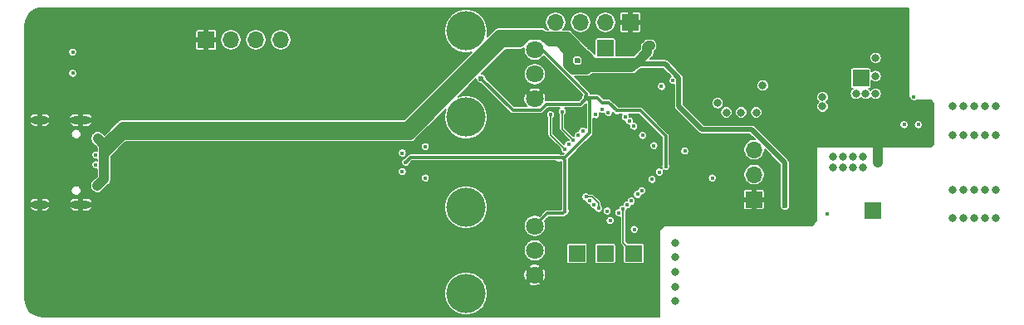
<source format=gbr>
G04 #@! TF.GenerationSoftware,KiCad,Pcbnew,5.1.5+dfsg1-2build2*
G04 #@! TF.CreationDate,2021-02-20T19:42:40+01:00*
G04 #@! TF.ProjectId,charge-hf,63686172-6765-42d6-9866-2e6b69636164,rev?*
G04 #@! TF.SameCoordinates,Original*
G04 #@! TF.FileFunction,Copper,L3,Inr*
G04 #@! TF.FilePolarity,Positive*
%FSLAX46Y46*%
G04 Gerber Fmt 4.6, Leading zero omitted, Abs format (unit mm)*
G04 Created by KiCad (PCBNEW 5.1.5+dfsg1-2build2) date 2021-02-20 19:42:40*
%MOMM*%
%LPD*%
G04 APERTURE LIST*
%ADD10C,4.000000*%
%ADD11C,1.800000*%
%ADD12O,1.700000X1.700000*%
%ADD13R,1.700000X1.700000*%
%ADD14O,1.700000X0.900000*%
%ADD15O,2.000000X0.900000*%
%ADD16C,0.450000*%
%ADD17C,0.800000*%
%ADD18C,0.600000*%
%ADD19C,1.000000*%
%ADD20C,0.500000*%
%ADD21C,0.300000*%
%ADD22C,0.150000*%
G04 APERTURE END LIST*
D10*
X145200000Y-84600000D03*
X145200000Y-93400000D03*
D11*
X152200000Y-86500000D03*
X152200000Y-89000000D03*
X152200000Y-91500000D03*
D10*
X145200000Y-66600000D03*
X145200000Y-75400000D03*
D11*
X152200000Y-68500000D03*
X152200000Y-71000000D03*
X152200000Y-73500000D03*
D12*
X126320000Y-67500000D03*
X123780000Y-67500000D03*
X121240000Y-67500000D03*
D13*
X118700000Y-67500000D03*
X161950000Y-65700000D03*
D12*
X159410000Y-65700000D03*
X156870000Y-65700000D03*
X154330000Y-65700000D03*
D13*
X162300000Y-89300000D03*
X159400000Y-68350000D03*
X159400000Y-89300000D03*
D12*
X174550000Y-78720000D03*
X174550000Y-81260000D03*
D13*
X174550000Y-83800000D03*
X186650000Y-84950000D03*
X156500000Y-89300000D03*
X185450000Y-71400000D03*
D14*
X101760000Y-84320000D03*
X101760000Y-75680000D03*
D15*
X105930000Y-84320000D03*
X105930000Y-75680000D03*
D16*
X166300000Y-71650004D03*
X160781372Y-85147106D03*
D17*
X107625000Y-82400000D03*
X107625000Y-77600000D03*
D18*
X157500000Y-69600000D03*
X163966599Y-68116599D03*
X163506616Y-68559723D03*
X177700157Y-84398157D03*
D16*
X167500000Y-78850000D03*
X163113131Y-82897192D03*
X157837448Y-83937272D03*
X190850000Y-73300000D03*
X159588442Y-84984558D03*
X155650000Y-78200000D03*
X105100000Y-70900000D03*
X160573740Y-74726260D03*
X155300000Y-85000000D03*
X139046116Y-80000000D03*
X105100000Y-68750000D03*
D18*
X157500000Y-73400000D03*
D16*
X165572377Y-80426248D03*
X154650000Y-79550000D03*
D18*
X146750000Y-71450000D03*
D16*
X161617018Y-84340014D03*
X157429348Y-83529354D03*
X158700000Y-84700000D03*
X191300000Y-76150000D03*
X159900000Y-85950000D03*
X156150000Y-77750000D03*
X162048506Y-83956936D03*
X155000000Y-74823000D03*
X157100000Y-76800000D03*
X162303990Y-76328095D03*
X141050000Y-81600000D03*
X161437015Y-75395123D03*
X138700000Y-79050000D03*
X163199996Y-77250000D03*
X141050000Y-78400000D03*
X156650000Y-77250000D03*
X161877010Y-75800000D03*
X107450000Y-80250000D03*
X107450000Y-79250000D03*
X138700000Y-80950000D03*
X164350000Y-78300000D03*
X161200000Y-84750000D03*
X159699996Y-74900000D03*
X159075212Y-74572271D03*
X155250000Y-78650000D03*
X153808694Y-75139958D03*
X158407051Y-75139958D03*
X164900000Y-81000000D03*
X164153561Y-81746439D03*
X162350000Y-86850000D03*
X165123000Y-72250000D03*
X162675000Y-83275000D03*
X158243025Y-84347699D03*
X182050000Y-85249994D03*
X174200000Y-85950000D03*
X172400000Y-85950000D03*
X170600000Y-85950000D03*
X168800000Y-85950000D03*
X167000000Y-85950000D03*
D17*
X159950000Y-77000000D03*
X162950000Y-80000000D03*
X161950000Y-79000000D03*
X160950000Y-78000000D03*
X158950000Y-78000000D03*
X161950000Y-81000000D03*
X160950000Y-80000000D03*
X159950000Y-79000000D03*
X157950000Y-79000000D03*
X158950000Y-80000000D03*
X159950000Y-81000000D03*
X160950000Y-82000000D03*
X157950000Y-81000000D03*
X158950000Y-82000000D03*
X159950000Y-83000000D03*
X156950000Y-80000000D03*
D18*
X167600000Y-68300000D03*
X168350000Y-68300000D03*
X167400000Y-69900000D03*
X169100000Y-68300000D03*
X163800000Y-66400000D03*
X163800000Y-65600000D03*
X163800000Y-64800000D03*
X162750000Y-68300000D03*
X161800000Y-67050000D03*
X161800000Y-67900000D03*
X158850000Y-71450000D03*
X160300000Y-71200000D03*
X169000000Y-64800000D03*
X169000000Y-65600000D03*
X169000000Y-66400000D03*
D16*
X159550000Y-73400000D03*
X151300000Y-82200000D03*
X156000000Y-82800000D03*
X153600000Y-82500000D03*
X152500000Y-81400000D03*
X154700000Y-83600000D03*
X177800000Y-85950000D03*
X176000000Y-85950000D03*
D17*
X155300000Y-95300000D03*
X157300000Y-95300000D03*
X159300000Y-95300000D03*
X161300000Y-95300000D03*
X163300000Y-95300000D03*
X162300000Y-95300000D03*
X160300000Y-95300000D03*
X158300000Y-95300000D03*
X156300000Y-95300000D03*
X155300000Y-94300000D03*
X155300000Y-93300000D03*
X156300000Y-93300000D03*
X156300000Y-94300000D03*
X157300000Y-94300000D03*
X157300000Y-93300000D03*
X158300000Y-93300000D03*
X159300000Y-93300000D03*
X160300000Y-93300000D03*
X161300000Y-93300000D03*
X162300000Y-93300000D03*
X163300000Y-93300000D03*
X163300000Y-94300000D03*
X162300000Y-94300000D03*
X161300000Y-94300000D03*
X160300000Y-94300000D03*
X159300000Y-94300000D03*
X158300000Y-94300000D03*
D18*
X156550000Y-69600000D03*
X156550000Y-73250000D03*
D16*
X164900000Y-84200000D03*
X163600000Y-85500000D03*
X165366259Y-84531291D03*
X167250000Y-82000000D03*
X162751935Y-75248065D03*
X167100000Y-77900000D03*
X169600000Y-77250000D03*
X155850000Y-76350000D03*
X153450000Y-80050000D03*
X156900000Y-86600000D03*
X157600000Y-86950000D03*
X156700000Y-84600000D03*
X142650000Y-80000000D03*
X136850000Y-80000000D03*
X148900000Y-80850000D03*
D18*
X180400000Y-81550000D03*
X180400000Y-80600000D03*
X180400000Y-79600000D03*
X175400000Y-80000000D03*
X176700000Y-84200000D03*
X176700000Y-82550000D03*
X178850000Y-78300000D03*
X180415000Y-84300000D03*
D17*
X187150000Y-80000000D03*
D16*
X170900000Y-84150000D03*
X169900000Y-84700000D03*
D17*
X166500000Y-94200000D03*
X166500000Y-92700000D03*
X166500000Y-88200000D03*
X166500000Y-89700000D03*
X166500000Y-91200000D03*
X182650000Y-79450000D03*
X183650000Y-79450000D03*
X184650000Y-79450000D03*
X185650000Y-79450000D03*
X182650000Y-80550000D03*
X183650000Y-80550000D03*
X184650000Y-80550000D03*
X185650000Y-80550000D03*
X197000000Y-77200000D03*
X198100000Y-77200000D03*
X195900000Y-77200000D03*
X194800000Y-77200000D03*
X199200000Y-77200000D03*
X197000000Y-82800000D03*
X195900000Y-82800000D03*
X198100000Y-82800000D03*
X199200000Y-82800000D03*
X194800000Y-82800000D03*
X197000000Y-85700000D03*
X198100000Y-85700000D03*
X195900000Y-85700000D03*
X194800000Y-85700000D03*
X199200000Y-85700000D03*
X199200000Y-74300000D03*
X197000000Y-74300000D03*
X198100000Y-74300000D03*
X195900000Y-74300000D03*
X194800000Y-74300000D03*
X184950000Y-73000000D03*
X185950000Y-73000000D03*
X186950000Y-73000000D03*
X186950000Y-71200000D03*
X186950000Y-69350000D03*
X181550000Y-74300000D03*
X181550000Y-73350000D03*
X170850000Y-73950000D03*
X171750000Y-74900000D03*
X173250000Y-74900000D03*
X174800000Y-74900000D03*
X175450000Y-72150000D03*
D16*
X189850000Y-76150000D03*
X170300000Y-81600000D03*
D19*
X108302001Y-81722999D02*
X108302001Y-78202001D01*
X107625000Y-82400000D02*
X108302001Y-81722999D01*
X108302001Y-78202001D02*
X107650000Y-77550000D01*
X162594961Y-69827001D02*
X158177001Y-69827001D01*
X163677001Y-68744961D02*
X162594961Y-69827001D01*
X163677001Y-68272999D02*
X163677001Y-68744961D01*
X163833401Y-68116599D02*
X163677001Y-68272999D01*
X163966599Y-68116599D02*
X163833401Y-68116599D01*
X158177001Y-69827001D02*
X157350000Y-69000000D01*
X162594961Y-69827001D02*
X162522999Y-69827001D01*
X162077001Y-70272999D02*
X160744961Y-70272999D01*
X162522999Y-69827001D02*
X162077001Y-70272999D01*
X157468997Y-70527001D02*
X156105039Y-70527001D01*
X157722999Y-70272999D02*
X157468997Y-70527001D01*
X160744961Y-70272999D02*
X157722999Y-70272999D01*
X155622999Y-69155039D02*
X156105039Y-68672999D01*
X155622999Y-70044961D02*
X155622999Y-69155039D01*
X156105039Y-70527001D02*
X155622999Y-70044961D01*
X157477001Y-69155039D02*
X157477001Y-70044961D01*
X156994961Y-68672999D02*
X157477001Y-69155039D01*
X156105039Y-68672999D02*
X156994961Y-68672999D01*
X157477001Y-70044961D02*
X157185981Y-70335981D01*
X155622999Y-69155039D02*
X155622999Y-68672999D01*
X155622999Y-68672999D02*
X154650000Y-67700000D01*
X154650000Y-67700000D02*
X153700000Y-67700000D01*
X153700000Y-67700000D02*
X153050000Y-67050000D01*
X148577001Y-66972999D02*
X139200000Y-76350000D01*
X152932961Y-66972999D02*
X148577001Y-66972999D01*
X110200000Y-76350000D02*
X108350000Y-78200000D01*
X155501265Y-67177001D02*
X153136963Y-67177001D01*
X139200000Y-76350000D02*
X110200000Y-76350000D01*
X157500000Y-69175736D02*
X155501265Y-67177001D01*
X153136963Y-67177001D02*
X152932961Y-66972999D01*
X157500000Y-69600000D02*
X157500000Y-69175736D01*
X151467039Y-66972999D02*
X150672999Y-67767039D01*
X152932961Y-66972999D02*
X151467039Y-66972999D01*
X150672999Y-67767039D02*
X148944999Y-67767039D01*
X148944999Y-67767039D02*
X143939039Y-72772999D01*
X143939039Y-72772999D02*
X139512038Y-77200000D01*
X139512038Y-77200000D02*
X110200000Y-77200000D01*
X110200000Y-77200000D02*
X108400000Y-79000000D01*
D20*
X177700157Y-80054195D02*
X174895962Y-77250000D01*
X177700157Y-84398157D02*
X177700157Y-80054195D01*
X174293961Y-76647999D02*
X169247999Y-76647999D01*
X174895962Y-77250000D02*
X174293961Y-76647999D01*
X166902001Y-71361043D02*
X165490958Y-69950000D01*
X166902001Y-74302001D02*
X166902001Y-71361043D01*
X169247999Y-76647999D02*
X166902001Y-74302001D01*
X165490958Y-69950000D02*
X162050000Y-69950000D01*
D21*
X155092962Y-79550000D02*
X154968198Y-79550000D01*
X154968198Y-79550000D02*
X154650000Y-79550000D01*
X155092962Y-79550000D02*
X155300000Y-79757038D01*
X155300000Y-79757038D02*
X155300000Y-85000000D01*
X155075001Y-85224999D02*
X153475001Y-85224999D01*
X155300000Y-85000000D02*
X155075001Y-85224999D01*
X153475001Y-85224999D02*
X152150000Y-86550000D01*
X152979180Y-68500000D02*
X157500000Y-73020820D01*
X152200000Y-68500000D02*
X152979180Y-68500000D01*
X157500000Y-73020820D02*
X157500000Y-73350000D01*
X160573740Y-74726260D02*
X159749481Y-73902001D01*
X159749481Y-73902001D02*
X159102001Y-73902001D01*
X159102001Y-73902001D02*
X158600000Y-73400000D01*
X158600000Y-73400000D02*
X157550000Y-73400000D01*
X162973092Y-74726260D02*
X165550000Y-77303168D01*
X160573740Y-74726260D02*
X162973092Y-74726260D01*
X165550000Y-77303168D02*
X165550000Y-80450000D01*
X139552001Y-79497999D02*
X139050000Y-80000000D01*
X154597999Y-79497999D02*
X139552001Y-79497999D01*
X154650000Y-79550000D02*
X154597999Y-79497999D01*
X153377001Y-74064961D02*
X152764961Y-74677001D01*
X152764961Y-74677001D02*
X149977001Y-74677001D01*
X156835039Y-74064961D02*
X153377001Y-74064961D01*
X157500000Y-73400000D02*
X156835039Y-74064961D01*
X149977001Y-74677001D02*
X146750000Y-71450000D01*
X155250000Y-79550000D02*
X155092962Y-79550000D01*
X157799999Y-77000001D02*
X155250000Y-79550000D01*
X157799999Y-73699999D02*
X157799999Y-77000001D01*
X157500000Y-73400000D02*
X157799999Y-73699999D01*
D22*
X158700000Y-84172712D02*
X158027288Y-83500000D01*
X158700000Y-84700000D02*
X158700000Y-84172712D01*
X158027288Y-83500000D02*
X157400000Y-83500000D01*
X156150000Y-77750000D02*
X155000000Y-76600000D01*
X155000000Y-76600000D02*
X155000000Y-74823000D01*
X161225000Y-84775000D02*
X161200000Y-84750000D01*
X161225000Y-88200000D02*
X161225000Y-84775000D01*
X162300000Y-89275000D02*
X161225000Y-88200000D01*
X162300000Y-89300000D02*
X162300000Y-89275000D01*
X153808694Y-77208694D02*
X153808694Y-75139958D01*
X155250000Y-78650000D02*
X153808694Y-77208694D01*
D19*
X187150000Y-77200000D02*
X187150000Y-80000000D01*
D22*
G36*
X190275000Y-64250000D02*
G01*
X190275000Y-73250000D01*
X190276441Y-73264632D01*
X190280709Y-73278701D01*
X190287640Y-73291668D01*
X190296967Y-73303033D01*
X190415332Y-73421398D01*
X190417294Y-73431260D01*
X190451215Y-73513155D01*
X190500462Y-73586858D01*
X190563142Y-73649538D01*
X190636845Y-73698785D01*
X190718740Y-73732706D01*
X190805679Y-73750000D01*
X190894321Y-73750000D01*
X190981260Y-73732706D01*
X191063155Y-73698785D01*
X191098752Y-73675000D01*
X192568934Y-73675000D01*
X192875000Y-73981066D01*
X192875000Y-78122256D01*
X192615505Y-78425000D01*
X181000000Y-78425000D01*
X180985368Y-78426441D01*
X180971299Y-78430709D01*
X180958332Y-78437640D01*
X180946967Y-78446967D01*
X180937640Y-78458332D01*
X180930709Y-78471299D01*
X180926441Y-78485368D01*
X180925000Y-78500000D01*
X180925000Y-85968934D01*
X180468934Y-86425000D01*
X165500000Y-86425000D01*
X165485368Y-86426441D01*
X165471299Y-86430709D01*
X165458332Y-86437640D01*
X165446967Y-86446967D01*
X164946967Y-86946967D01*
X164937640Y-86958332D01*
X164930709Y-86971299D01*
X164926441Y-86985368D01*
X164925000Y-87000000D01*
X164925000Y-95750001D01*
X102012239Y-95750002D01*
X101660321Y-95715496D01*
X101333584Y-95616848D01*
X101032225Y-95456613D01*
X100767734Y-95240899D01*
X100550177Y-94977918D01*
X100387845Y-94677691D01*
X100286916Y-94351642D01*
X100250002Y-94000424D01*
X100250000Y-93999978D01*
X100250000Y-93180857D01*
X142975000Y-93180857D01*
X142975000Y-93619143D01*
X143060505Y-94049009D01*
X143228230Y-94453933D01*
X143471730Y-94818355D01*
X143781645Y-95128270D01*
X144146067Y-95371770D01*
X144550991Y-95539495D01*
X144980857Y-95625000D01*
X145419143Y-95625000D01*
X145849009Y-95539495D01*
X146253933Y-95371770D01*
X146618355Y-95128270D01*
X146928270Y-94818355D01*
X147171770Y-94453933D01*
X147339495Y-94049009D01*
X147425000Y-93619143D01*
X147425000Y-93180857D01*
X147339495Y-92750991D01*
X147185236Y-92378575D01*
X151568912Y-92378575D01*
X151679152Y-92514613D01*
X151887102Y-92596730D01*
X152107076Y-92636700D01*
X152330620Y-92632988D01*
X152549145Y-92585736D01*
X152720848Y-92514613D01*
X152831088Y-92378575D01*
X152200000Y-91747487D01*
X151568912Y-92378575D01*
X147185236Y-92378575D01*
X147171770Y-92346067D01*
X146928270Y-91981645D01*
X146618355Y-91671730D01*
X146253933Y-91428230D01*
X146202863Y-91407076D01*
X151063300Y-91407076D01*
X151067012Y-91630620D01*
X151114264Y-91849145D01*
X151185387Y-92020848D01*
X151321425Y-92131088D01*
X151952513Y-91500000D01*
X152447487Y-91500000D01*
X153078575Y-92131088D01*
X153214613Y-92020848D01*
X153296730Y-91812898D01*
X153336700Y-91592924D01*
X153332988Y-91369380D01*
X153285736Y-91150855D01*
X153214613Y-90979152D01*
X153078575Y-90868912D01*
X152447487Y-91500000D01*
X151952513Y-91500000D01*
X151321425Y-90868912D01*
X151185387Y-90979152D01*
X151103270Y-91187102D01*
X151063300Y-91407076D01*
X146202863Y-91407076D01*
X145849009Y-91260505D01*
X145419143Y-91175000D01*
X144980857Y-91175000D01*
X144550991Y-91260505D01*
X144146067Y-91428230D01*
X143781645Y-91671730D01*
X143471730Y-91981645D01*
X143228230Y-92346067D01*
X143060505Y-92750991D01*
X142975000Y-93180857D01*
X100250000Y-93180857D01*
X100250000Y-90621425D01*
X151568912Y-90621425D01*
X152200000Y-91252513D01*
X152831088Y-90621425D01*
X152720848Y-90485387D01*
X152512898Y-90403270D01*
X152292924Y-90363300D01*
X152069380Y-90367012D01*
X151850855Y-90414264D01*
X151679152Y-90485387D01*
X151568912Y-90621425D01*
X100250000Y-90621425D01*
X100250000Y-88889197D01*
X151075000Y-88889197D01*
X151075000Y-89110803D01*
X151118233Y-89328150D01*
X151203038Y-89532887D01*
X151326156Y-89717145D01*
X151482855Y-89873844D01*
X151667113Y-89996962D01*
X151871850Y-90081767D01*
X152089197Y-90125000D01*
X152310803Y-90125000D01*
X152528150Y-90081767D01*
X152732887Y-89996962D01*
X152917145Y-89873844D01*
X153073844Y-89717145D01*
X153196962Y-89532887D01*
X153281767Y-89328150D01*
X153325000Y-89110803D01*
X153325000Y-88889197D01*
X153281767Y-88671850D01*
X153196962Y-88467113D01*
X153185528Y-88450000D01*
X155423912Y-88450000D01*
X155423912Y-90150000D01*
X155428256Y-90194108D01*
X155441122Y-90236520D01*
X155462015Y-90275608D01*
X155490132Y-90309868D01*
X155524392Y-90337985D01*
X155563480Y-90358878D01*
X155605892Y-90371744D01*
X155650000Y-90376088D01*
X157350000Y-90376088D01*
X157394108Y-90371744D01*
X157436520Y-90358878D01*
X157475608Y-90337985D01*
X157509868Y-90309868D01*
X157537985Y-90275608D01*
X157558878Y-90236520D01*
X157571744Y-90194108D01*
X157576088Y-90150000D01*
X157576088Y-88450000D01*
X158323912Y-88450000D01*
X158323912Y-90150000D01*
X158328256Y-90194108D01*
X158341122Y-90236520D01*
X158362015Y-90275608D01*
X158390132Y-90309868D01*
X158424392Y-90337985D01*
X158463480Y-90358878D01*
X158505892Y-90371744D01*
X158550000Y-90376088D01*
X160250000Y-90376088D01*
X160294108Y-90371744D01*
X160336520Y-90358878D01*
X160375608Y-90337985D01*
X160409868Y-90309868D01*
X160437985Y-90275608D01*
X160458878Y-90236520D01*
X160471744Y-90194108D01*
X160476088Y-90150000D01*
X160476088Y-88450000D01*
X160471744Y-88405892D01*
X160458878Y-88363480D01*
X160437985Y-88324392D01*
X160409868Y-88290132D01*
X160375608Y-88262015D01*
X160336520Y-88241122D01*
X160294108Y-88228256D01*
X160250000Y-88223912D01*
X158550000Y-88223912D01*
X158505892Y-88228256D01*
X158463480Y-88241122D01*
X158424392Y-88262015D01*
X158390132Y-88290132D01*
X158362015Y-88324392D01*
X158341122Y-88363480D01*
X158328256Y-88405892D01*
X158323912Y-88450000D01*
X157576088Y-88450000D01*
X157571744Y-88405892D01*
X157558878Y-88363480D01*
X157537985Y-88324392D01*
X157509868Y-88290132D01*
X157475608Y-88262015D01*
X157436520Y-88241122D01*
X157394108Y-88228256D01*
X157350000Y-88223912D01*
X155650000Y-88223912D01*
X155605892Y-88228256D01*
X155563480Y-88241122D01*
X155524392Y-88262015D01*
X155490132Y-88290132D01*
X155462015Y-88324392D01*
X155441122Y-88363480D01*
X155428256Y-88405892D01*
X155423912Y-88450000D01*
X153185528Y-88450000D01*
X153073844Y-88282855D01*
X152917145Y-88126156D01*
X152732887Y-88003038D01*
X152528150Y-87918233D01*
X152310803Y-87875000D01*
X152089197Y-87875000D01*
X151871850Y-87918233D01*
X151667113Y-88003038D01*
X151482855Y-88126156D01*
X151326156Y-88282855D01*
X151203038Y-88467113D01*
X151118233Y-88671850D01*
X151075000Y-88889197D01*
X100250000Y-88889197D01*
X100250000Y-84596447D01*
X100733261Y-84596447D01*
X100751888Y-84680625D01*
X100833927Y-84792332D01*
X100936183Y-84885888D01*
X101054726Y-84957697D01*
X101185000Y-85005000D01*
X101585000Y-85005000D01*
X101585000Y-84495000D01*
X101935000Y-84495000D01*
X101935000Y-85005000D01*
X102335000Y-85005000D01*
X102465274Y-84957697D01*
X102583817Y-84885888D01*
X102686073Y-84792332D01*
X102768112Y-84680625D01*
X102786739Y-84596447D01*
X104753261Y-84596447D01*
X104771888Y-84680625D01*
X104853927Y-84792332D01*
X104956183Y-84885888D01*
X105074726Y-84957697D01*
X105205000Y-85005000D01*
X105755000Y-85005000D01*
X105755000Y-84495000D01*
X106105000Y-84495000D01*
X106105000Y-85005000D01*
X106655000Y-85005000D01*
X106785274Y-84957697D01*
X106903817Y-84885888D01*
X107006073Y-84792332D01*
X107088112Y-84680625D01*
X107106739Y-84596447D01*
X107081302Y-84495000D01*
X106105000Y-84495000D01*
X105755000Y-84495000D01*
X104778698Y-84495000D01*
X104753261Y-84596447D01*
X102786739Y-84596447D01*
X102761302Y-84495000D01*
X101935000Y-84495000D01*
X101585000Y-84495000D01*
X100758698Y-84495000D01*
X100733261Y-84596447D01*
X100250000Y-84596447D01*
X100250000Y-84380857D01*
X142975000Y-84380857D01*
X142975000Y-84819143D01*
X143060505Y-85249009D01*
X143228230Y-85653933D01*
X143471730Y-86018355D01*
X143781645Y-86328270D01*
X144146067Y-86571770D01*
X144550991Y-86739495D01*
X144980857Y-86825000D01*
X145419143Y-86825000D01*
X145849009Y-86739495D01*
X146253933Y-86571770D01*
X146618355Y-86328270D01*
X146928270Y-86018355D01*
X147171770Y-85653933D01*
X147339495Y-85249009D01*
X147425000Y-84819143D01*
X147425000Y-84380857D01*
X147339495Y-83950991D01*
X147171770Y-83546067D01*
X146928270Y-83181645D01*
X146618355Y-82871730D01*
X146253933Y-82628230D01*
X145849009Y-82460505D01*
X145419143Y-82375000D01*
X144980857Y-82375000D01*
X144550991Y-82460505D01*
X144146067Y-82628230D01*
X143781645Y-82871730D01*
X143471730Y-83181645D01*
X143228230Y-83546067D01*
X143060505Y-83950991D01*
X142975000Y-84380857D01*
X100250000Y-84380857D01*
X100250000Y-84043553D01*
X100733261Y-84043553D01*
X100758698Y-84145000D01*
X101585000Y-84145000D01*
X101585000Y-83635000D01*
X101935000Y-83635000D01*
X101935000Y-84145000D01*
X102761302Y-84145000D01*
X102786739Y-84043553D01*
X104753261Y-84043553D01*
X104778698Y-84145000D01*
X105755000Y-84145000D01*
X105755000Y-83635000D01*
X106105000Y-83635000D01*
X106105000Y-84145000D01*
X107081302Y-84145000D01*
X107106739Y-84043553D01*
X107088112Y-83959375D01*
X107006073Y-83847668D01*
X106903817Y-83754112D01*
X106785274Y-83682303D01*
X106655000Y-83635000D01*
X106105000Y-83635000D01*
X105755000Y-83635000D01*
X105205000Y-83635000D01*
X105074726Y-83682303D01*
X104956183Y-83754112D01*
X104853927Y-83847668D01*
X104771888Y-83959375D01*
X104753261Y-84043553D01*
X102786739Y-84043553D01*
X102768112Y-83959375D01*
X102686073Y-83847668D01*
X102583817Y-83754112D01*
X102465274Y-83682303D01*
X102335000Y-83635000D01*
X101935000Y-83635000D01*
X101585000Y-83635000D01*
X101185000Y-83635000D01*
X101054726Y-83682303D01*
X100936183Y-83754112D01*
X100833927Y-83847668D01*
X100751888Y-83959375D01*
X100733261Y-84043553D01*
X100250000Y-84043553D01*
X100250000Y-82838292D01*
X104925000Y-82838292D01*
X104925000Y-82941708D01*
X104945176Y-83043137D01*
X104984751Y-83138681D01*
X105042206Y-83224668D01*
X105115332Y-83297794D01*
X105201319Y-83355249D01*
X105296863Y-83394824D01*
X105398292Y-83415000D01*
X105501708Y-83415000D01*
X105603137Y-83394824D01*
X105698681Y-83355249D01*
X105784668Y-83297794D01*
X105857794Y-83224668D01*
X105915249Y-83138681D01*
X105954824Y-83043137D01*
X105975000Y-82941708D01*
X105975000Y-82838292D01*
X105954824Y-82736863D01*
X105915249Y-82641319D01*
X105857794Y-82555332D01*
X105784668Y-82482206D01*
X105698681Y-82424751D01*
X105638926Y-82400000D01*
X106896494Y-82400000D01*
X106910492Y-82542124D01*
X106951947Y-82678787D01*
X107019269Y-82804736D01*
X107109868Y-82915132D01*
X107220264Y-83005731D01*
X107346213Y-83073053D01*
X107482876Y-83114508D01*
X107625000Y-83128506D01*
X107767124Y-83114508D01*
X107903787Y-83073053D01*
X108029736Y-83005731D01*
X108112474Y-82937830D01*
X108789483Y-82260822D01*
X108817132Y-82238131D01*
X108839824Y-82210481D01*
X108839831Y-82210474D01*
X108907732Y-82127736D01*
X108975054Y-82001787D01*
X108990903Y-81949538D01*
X109016510Y-81865124D01*
X109027001Y-81758606D01*
X109027001Y-81758596D01*
X109030507Y-81722999D01*
X109027001Y-81687402D01*
X109027001Y-81555679D01*
X140600000Y-81555679D01*
X140600000Y-81644321D01*
X140617294Y-81731260D01*
X140651215Y-81813155D01*
X140700462Y-81886858D01*
X140763142Y-81949538D01*
X140836845Y-81998785D01*
X140918740Y-82032706D01*
X141005679Y-82050000D01*
X141094321Y-82050000D01*
X141181260Y-82032706D01*
X141263155Y-81998785D01*
X141336858Y-81949538D01*
X141399538Y-81886858D01*
X141448785Y-81813155D01*
X141482706Y-81731260D01*
X141500000Y-81644321D01*
X141500000Y-81555679D01*
X141482706Y-81468740D01*
X141448785Y-81386845D01*
X141399538Y-81313142D01*
X141336858Y-81250462D01*
X141263155Y-81201215D01*
X141181260Y-81167294D01*
X141094321Y-81150000D01*
X141005679Y-81150000D01*
X140918740Y-81167294D01*
X140836845Y-81201215D01*
X140763142Y-81250462D01*
X140700462Y-81313142D01*
X140651215Y-81386845D01*
X140617294Y-81468740D01*
X140600000Y-81555679D01*
X109027001Y-81555679D01*
X109027001Y-80905679D01*
X138250000Y-80905679D01*
X138250000Y-80994321D01*
X138267294Y-81081260D01*
X138301215Y-81163155D01*
X138350462Y-81236858D01*
X138413142Y-81299538D01*
X138486845Y-81348785D01*
X138568740Y-81382706D01*
X138655679Y-81400000D01*
X138744321Y-81400000D01*
X138831260Y-81382706D01*
X138913155Y-81348785D01*
X138986858Y-81299538D01*
X139049538Y-81236858D01*
X139098785Y-81163155D01*
X139132706Y-81081260D01*
X139150000Y-80994321D01*
X139150000Y-80905679D01*
X139132706Y-80818740D01*
X139098785Y-80736845D01*
X139049538Y-80663142D01*
X138986858Y-80600462D01*
X138913155Y-80551215D01*
X138831260Y-80517294D01*
X138744321Y-80500000D01*
X138655679Y-80500000D01*
X138568740Y-80517294D01*
X138486845Y-80551215D01*
X138413142Y-80600462D01*
X138350462Y-80663142D01*
X138301215Y-80736845D01*
X138267294Y-80818740D01*
X138250000Y-80905679D01*
X109027001Y-80905679D01*
X109027001Y-79398303D01*
X109419625Y-79005679D01*
X138250000Y-79005679D01*
X138250000Y-79094321D01*
X138267294Y-79181260D01*
X138301215Y-79263155D01*
X138350462Y-79336858D01*
X138413142Y-79399538D01*
X138486845Y-79448785D01*
X138568740Y-79482706D01*
X138655679Y-79500000D01*
X138744321Y-79500000D01*
X138831260Y-79482706D01*
X138913155Y-79448785D01*
X138986858Y-79399538D01*
X139049538Y-79336858D01*
X139098785Y-79263155D01*
X139132706Y-79181260D01*
X139150000Y-79094321D01*
X139150000Y-79005679D01*
X139132706Y-78918740D01*
X139098785Y-78836845D01*
X139049538Y-78763142D01*
X138986858Y-78700462D01*
X138913155Y-78651215D01*
X138831260Y-78617294D01*
X138744321Y-78600000D01*
X138655679Y-78600000D01*
X138568740Y-78617294D01*
X138486845Y-78651215D01*
X138413142Y-78700462D01*
X138350462Y-78763142D01*
X138301215Y-78836845D01*
X138267294Y-78918740D01*
X138250000Y-79005679D01*
X109419625Y-79005679D01*
X110069625Y-78355679D01*
X140600000Y-78355679D01*
X140600000Y-78444321D01*
X140617294Y-78531260D01*
X140651215Y-78613155D01*
X140700462Y-78686858D01*
X140763142Y-78749538D01*
X140836845Y-78798785D01*
X140918740Y-78832706D01*
X141005679Y-78850000D01*
X141094321Y-78850000D01*
X141181260Y-78832706D01*
X141263155Y-78798785D01*
X141336858Y-78749538D01*
X141399538Y-78686858D01*
X141448785Y-78613155D01*
X141482706Y-78531260D01*
X141500000Y-78444321D01*
X141500000Y-78355679D01*
X141482706Y-78268740D01*
X141448785Y-78186845D01*
X141399538Y-78113142D01*
X141336858Y-78050462D01*
X141263155Y-78001215D01*
X141181260Y-77967294D01*
X141094321Y-77950000D01*
X141005679Y-77950000D01*
X140918740Y-77967294D01*
X140836845Y-78001215D01*
X140763142Y-78050462D01*
X140700462Y-78113142D01*
X140651215Y-78186845D01*
X140617294Y-78268740D01*
X140600000Y-78355679D01*
X110069625Y-78355679D01*
X110500305Y-77925000D01*
X139476441Y-77925000D01*
X139512038Y-77928506D01*
X139547635Y-77925000D01*
X139547645Y-77925000D01*
X139654163Y-77914509D01*
X139790826Y-77873053D01*
X139916775Y-77805731D01*
X140027170Y-77715132D01*
X140049870Y-77687472D01*
X143112939Y-74624403D01*
X143060505Y-74750991D01*
X142975000Y-75180857D01*
X142975000Y-75619143D01*
X143060505Y-76049009D01*
X143228230Y-76453933D01*
X143471730Y-76818355D01*
X143781645Y-77128270D01*
X144146067Y-77371770D01*
X144550991Y-77539495D01*
X144980857Y-77625000D01*
X145419143Y-77625000D01*
X145849009Y-77539495D01*
X146253933Y-77371770D01*
X146618355Y-77128270D01*
X146928270Y-76818355D01*
X147171770Y-76453933D01*
X147339495Y-76049009D01*
X147425000Y-75619143D01*
X147425000Y-75180857D01*
X147339495Y-74750991D01*
X147171770Y-74346067D01*
X146928270Y-73981645D01*
X146618355Y-73671730D01*
X146253933Y-73428230D01*
X145849009Y-73260505D01*
X145419143Y-73175000D01*
X144980857Y-73175000D01*
X144550991Y-73260505D01*
X144424404Y-73312939D01*
X144476869Y-73260474D01*
X144476874Y-73260468D01*
X146226764Y-71510578D01*
X146245176Y-71603137D01*
X146284751Y-71698681D01*
X146342206Y-71784668D01*
X146415332Y-71857794D01*
X146501319Y-71915249D01*
X146596863Y-71954824D01*
X146698292Y-71975000D01*
X146744671Y-71975000D01*
X149698810Y-74929140D01*
X149710553Y-74943449D01*
X149724860Y-74955190D01*
X149767654Y-74990311D01*
X149812108Y-75014071D01*
X149832801Y-75025132D01*
X149903488Y-75046575D01*
X149958582Y-75052001D01*
X149958585Y-75052001D01*
X149977001Y-75053815D01*
X149995417Y-75052001D01*
X152746545Y-75052001D01*
X152764961Y-75053815D01*
X152783377Y-75052001D01*
X152783380Y-75052001D01*
X152838474Y-75046575D01*
X152909161Y-75025132D01*
X152974308Y-74990310D01*
X153031409Y-74943449D01*
X153043156Y-74929135D01*
X153532332Y-74439961D01*
X154763280Y-74439961D01*
X154713142Y-74473462D01*
X154650462Y-74536142D01*
X154601215Y-74609845D01*
X154567294Y-74691740D01*
X154550000Y-74778679D01*
X154550000Y-74867321D01*
X154567294Y-74954260D01*
X154601215Y-75036155D01*
X154650462Y-75109858D01*
X154700001Y-75159397D01*
X154700000Y-76585277D01*
X154698550Y-76600000D01*
X154700000Y-76614723D01*
X154700000Y-76614732D01*
X154704341Y-76658809D01*
X154721496Y-76715359D01*
X154734464Y-76739620D01*
X154749353Y-76767477D01*
X154755800Y-76775332D01*
X154786842Y-76813158D01*
X154798290Y-76822553D01*
X155700000Y-77724264D01*
X155700000Y-77751130D01*
X155694321Y-77750000D01*
X155605679Y-77750000D01*
X155518740Y-77767294D01*
X155436845Y-77801215D01*
X155363142Y-77850462D01*
X155300462Y-77913142D01*
X155251215Y-77986845D01*
X155217294Y-78068740D01*
X155200000Y-78155679D01*
X155200000Y-78175736D01*
X154108694Y-77084431D01*
X154108694Y-75476354D01*
X154158232Y-75426816D01*
X154207479Y-75353113D01*
X154241400Y-75271218D01*
X154258694Y-75184279D01*
X154258694Y-75095637D01*
X154241400Y-75008698D01*
X154207479Y-74926803D01*
X154158232Y-74853100D01*
X154095552Y-74790420D01*
X154021849Y-74741173D01*
X153939954Y-74707252D01*
X153853015Y-74689958D01*
X153764373Y-74689958D01*
X153677434Y-74707252D01*
X153595539Y-74741173D01*
X153521836Y-74790420D01*
X153459156Y-74853100D01*
X153409909Y-74926803D01*
X153375988Y-75008698D01*
X153358694Y-75095637D01*
X153358694Y-75184279D01*
X153375988Y-75271218D01*
X153409909Y-75353113D01*
X153459156Y-75426816D01*
X153508695Y-75476355D01*
X153508694Y-77193971D01*
X153507244Y-77208694D01*
X153508694Y-77223417D01*
X153508694Y-77223426D01*
X153513035Y-77267503D01*
X153530190Y-77324053D01*
X153530191Y-77324054D01*
X153558047Y-77376171D01*
X153575052Y-77396892D01*
X153595536Y-77421852D01*
X153606984Y-77431247D01*
X154800000Y-78624264D01*
X154800000Y-78694321D01*
X154817294Y-78781260D01*
X154851215Y-78863155D01*
X154900462Y-78936858D01*
X154963142Y-78999538D01*
X155036845Y-79048785D01*
X155118740Y-79082706D01*
X155175645Y-79094026D01*
X155096169Y-79173502D01*
X155092962Y-79173186D01*
X155074546Y-79175000D01*
X154898752Y-79175000D01*
X154863155Y-79151215D01*
X154781260Y-79117294D01*
X154694321Y-79100000D01*
X154605679Y-79100000D01*
X154518740Y-79117294D01*
X154504966Y-79122999D01*
X139570417Y-79122999D01*
X139552001Y-79121185D01*
X139533585Y-79122999D01*
X139533582Y-79122999D01*
X139478488Y-79128425D01*
X139407801Y-79149868D01*
X139387108Y-79160929D01*
X139342654Y-79184689D01*
X139309893Y-79211576D01*
X139285553Y-79231551D01*
X139273810Y-79245860D01*
X138961694Y-79557977D01*
X138914856Y-79567294D01*
X138832961Y-79601215D01*
X138759258Y-79650462D01*
X138696578Y-79713142D01*
X138647331Y-79786845D01*
X138613410Y-79868740D01*
X138596116Y-79955679D01*
X138596116Y-80044321D01*
X138613410Y-80131260D01*
X138647331Y-80213155D01*
X138696578Y-80286858D01*
X138759258Y-80349538D01*
X138832961Y-80398785D01*
X138914856Y-80432706D01*
X139001795Y-80450000D01*
X139090437Y-80450000D01*
X139177376Y-80432706D01*
X139259271Y-80398785D01*
X139332974Y-80349538D01*
X139395654Y-80286858D01*
X139444901Y-80213155D01*
X139478822Y-80131260D01*
X139486210Y-80094119D01*
X139707331Y-79872999D01*
X154336603Y-79872999D01*
X154363142Y-79899538D01*
X154436845Y-79948785D01*
X154518740Y-79982706D01*
X154605679Y-80000000D01*
X154694321Y-80000000D01*
X154781260Y-79982706D01*
X154863155Y-79948785D01*
X154898752Y-79925000D01*
X154925000Y-79925000D01*
X154925001Y-84751247D01*
X154901215Y-84786845D01*
X154875057Y-84849999D01*
X153493416Y-84849999D01*
X153475000Y-84848185D01*
X153456584Y-84849999D01*
X153456582Y-84849999D01*
X153401488Y-84855425D01*
X153330801Y-84876868D01*
X153330799Y-84876869D01*
X153265653Y-84911690D01*
X153258602Y-84917477D01*
X153208553Y-84958551D01*
X153196811Y-84972859D01*
X152686038Y-85483632D01*
X152528150Y-85418233D01*
X152310803Y-85375000D01*
X152089197Y-85375000D01*
X151871850Y-85418233D01*
X151667113Y-85503038D01*
X151482855Y-85626156D01*
X151326156Y-85782855D01*
X151203038Y-85967113D01*
X151118233Y-86171850D01*
X151075000Y-86389197D01*
X151075000Y-86610803D01*
X151118233Y-86828150D01*
X151203038Y-87032887D01*
X151326156Y-87217145D01*
X151482855Y-87373844D01*
X151667113Y-87496962D01*
X151871850Y-87581767D01*
X152089197Y-87625000D01*
X152310803Y-87625000D01*
X152528150Y-87581767D01*
X152732887Y-87496962D01*
X152917145Y-87373844D01*
X153073844Y-87217145D01*
X153196962Y-87032887D01*
X153281767Y-86828150D01*
X153325000Y-86610803D01*
X153325000Y-86389197D01*
X153281767Y-86171850D01*
X153216368Y-86013962D01*
X153324651Y-85905679D01*
X159450000Y-85905679D01*
X159450000Y-85994321D01*
X159467294Y-86081260D01*
X159501215Y-86163155D01*
X159550462Y-86236858D01*
X159613142Y-86299538D01*
X159686845Y-86348785D01*
X159768740Y-86382706D01*
X159855679Y-86400000D01*
X159944321Y-86400000D01*
X160031260Y-86382706D01*
X160113155Y-86348785D01*
X160186858Y-86299538D01*
X160249538Y-86236858D01*
X160298785Y-86163155D01*
X160332706Y-86081260D01*
X160350000Y-85994321D01*
X160350000Y-85905679D01*
X160332706Y-85818740D01*
X160298785Y-85736845D01*
X160249538Y-85663142D01*
X160186858Y-85600462D01*
X160113155Y-85551215D01*
X160031260Y-85517294D01*
X159944321Y-85500000D01*
X159855679Y-85500000D01*
X159768740Y-85517294D01*
X159686845Y-85551215D01*
X159613142Y-85600462D01*
X159550462Y-85663142D01*
X159501215Y-85736845D01*
X159467294Y-85818740D01*
X159450000Y-85905679D01*
X153324651Y-85905679D01*
X153630331Y-85599999D01*
X155056585Y-85599999D01*
X155075001Y-85601813D01*
X155093417Y-85599999D01*
X155093420Y-85599999D01*
X155148514Y-85594573D01*
X155219201Y-85573130D01*
X155284348Y-85538308D01*
X155341449Y-85491447D01*
X155353196Y-85477133D01*
X155389270Y-85441059D01*
X155431260Y-85432706D01*
X155513155Y-85398785D01*
X155586858Y-85349538D01*
X155649538Y-85286858D01*
X155698785Y-85213155D01*
X155732706Y-85131260D01*
X155750000Y-85044321D01*
X155750000Y-84955679D01*
X155732706Y-84868740D01*
X155698785Y-84786845D01*
X155675000Y-84751248D01*
X155675000Y-83485033D01*
X156979348Y-83485033D01*
X156979348Y-83573675D01*
X156996642Y-83660614D01*
X157030563Y-83742509D01*
X157079810Y-83816212D01*
X157142490Y-83878892D01*
X157216193Y-83928139D01*
X157298088Y-83962060D01*
X157385027Y-83979354D01*
X157387448Y-83979354D01*
X157387448Y-83981593D01*
X157404742Y-84068532D01*
X157438663Y-84150427D01*
X157487910Y-84224130D01*
X157550590Y-84286810D01*
X157624293Y-84336057D01*
X157706188Y-84369978D01*
X157793025Y-84387252D01*
X157793025Y-84392020D01*
X157810319Y-84478959D01*
X157844240Y-84560854D01*
X157893487Y-84634557D01*
X157956167Y-84697237D01*
X158029870Y-84746484D01*
X158111765Y-84780405D01*
X158198704Y-84797699D01*
X158260618Y-84797699D01*
X158267294Y-84831260D01*
X158301215Y-84913155D01*
X158350462Y-84986858D01*
X158413142Y-85049538D01*
X158486845Y-85098785D01*
X158568740Y-85132706D01*
X158655679Y-85150000D01*
X158744321Y-85150000D01*
X158831260Y-85132706D01*
X158913155Y-85098785D01*
X158986858Y-85049538D01*
X159049538Y-84986858D01*
X159080689Y-84940237D01*
X159138442Y-84940237D01*
X159138442Y-85028879D01*
X159155736Y-85115818D01*
X159189657Y-85197713D01*
X159238904Y-85271416D01*
X159301584Y-85334096D01*
X159375287Y-85383343D01*
X159457182Y-85417264D01*
X159544121Y-85434558D01*
X159632763Y-85434558D01*
X159719702Y-85417264D01*
X159801597Y-85383343D01*
X159875300Y-85334096D01*
X159937980Y-85271416D01*
X159987227Y-85197713D01*
X160021148Y-85115818D01*
X160023740Y-85102785D01*
X160331372Y-85102785D01*
X160331372Y-85191427D01*
X160348666Y-85278366D01*
X160382587Y-85360261D01*
X160431834Y-85433964D01*
X160494514Y-85496644D01*
X160568217Y-85545891D01*
X160650112Y-85579812D01*
X160737051Y-85597106D01*
X160825693Y-85597106D01*
X160912632Y-85579812D01*
X160925001Y-85574689D01*
X160925000Y-88185277D01*
X160923550Y-88200000D01*
X160925000Y-88214723D01*
X160925000Y-88214732D01*
X160929341Y-88258809D01*
X160946496Y-88315359D01*
X160959464Y-88339620D01*
X160974353Y-88367477D01*
X160986523Y-88382306D01*
X161011842Y-88413158D01*
X161023290Y-88422553D01*
X161223912Y-88623175D01*
X161223912Y-90150000D01*
X161228256Y-90194108D01*
X161241122Y-90236520D01*
X161262015Y-90275608D01*
X161290132Y-90309868D01*
X161324392Y-90337985D01*
X161363480Y-90358878D01*
X161405892Y-90371744D01*
X161450000Y-90376088D01*
X163150000Y-90376088D01*
X163194108Y-90371744D01*
X163236520Y-90358878D01*
X163275608Y-90337985D01*
X163309868Y-90309868D01*
X163337985Y-90275608D01*
X163358878Y-90236520D01*
X163371744Y-90194108D01*
X163376088Y-90150000D01*
X163376088Y-88450000D01*
X163371744Y-88405892D01*
X163358878Y-88363480D01*
X163337985Y-88324392D01*
X163309868Y-88290132D01*
X163275608Y-88262015D01*
X163236520Y-88241122D01*
X163194108Y-88228256D01*
X163150000Y-88223912D01*
X161673175Y-88223912D01*
X161525000Y-88075737D01*
X161525000Y-86805679D01*
X161900000Y-86805679D01*
X161900000Y-86894321D01*
X161917294Y-86981260D01*
X161951215Y-87063155D01*
X162000462Y-87136858D01*
X162063142Y-87199538D01*
X162136845Y-87248785D01*
X162218740Y-87282706D01*
X162305679Y-87300000D01*
X162394321Y-87300000D01*
X162481260Y-87282706D01*
X162563155Y-87248785D01*
X162636858Y-87199538D01*
X162699538Y-87136858D01*
X162748785Y-87063155D01*
X162782706Y-86981260D01*
X162800000Y-86894321D01*
X162800000Y-86805679D01*
X162782706Y-86718740D01*
X162748785Y-86636845D01*
X162699538Y-86563142D01*
X162636858Y-86500462D01*
X162563155Y-86451215D01*
X162481260Y-86417294D01*
X162394321Y-86400000D01*
X162305679Y-86400000D01*
X162218740Y-86417294D01*
X162136845Y-86451215D01*
X162063142Y-86500462D01*
X162000462Y-86563142D01*
X161951215Y-86636845D01*
X161917294Y-86718740D01*
X161900000Y-86805679D01*
X161525000Y-86805679D01*
X161525000Y-85061396D01*
X161549538Y-85036858D01*
X161598785Y-84963155D01*
X161632706Y-84881260D01*
X161650000Y-84794321D01*
X161650000Y-84790014D01*
X161661339Y-84790014D01*
X161748278Y-84772720D01*
X161830173Y-84738799D01*
X161903876Y-84689552D01*
X161943428Y-84650000D01*
X173463863Y-84650000D01*
X173468400Y-84696068D01*
X173481838Y-84740366D01*
X173503659Y-84781191D01*
X173533026Y-84816974D01*
X173568809Y-84846341D01*
X173609634Y-84868162D01*
X173653932Y-84881600D01*
X173700000Y-84886137D01*
X174316250Y-84885000D01*
X174375000Y-84826250D01*
X174375000Y-83975000D01*
X174725000Y-83975000D01*
X174725000Y-84826250D01*
X174783750Y-84885000D01*
X175400000Y-84886137D01*
X175446068Y-84881600D01*
X175490366Y-84868162D01*
X175531191Y-84846341D01*
X175566974Y-84816974D01*
X175596341Y-84781191D01*
X175618162Y-84740366D01*
X175631600Y-84696068D01*
X175636137Y-84650000D01*
X175635000Y-84033750D01*
X175576250Y-83975000D01*
X174725000Y-83975000D01*
X174375000Y-83975000D01*
X173523750Y-83975000D01*
X173465000Y-84033750D01*
X173463863Y-84650000D01*
X161943428Y-84650000D01*
X161966556Y-84626872D01*
X162015803Y-84553169D01*
X162049724Y-84471274D01*
X162062522Y-84406936D01*
X162092827Y-84406936D01*
X162179766Y-84389642D01*
X162261661Y-84355721D01*
X162335364Y-84306474D01*
X162398044Y-84243794D01*
X162447291Y-84170091D01*
X162481212Y-84088196D01*
X162498506Y-84001257D01*
X162498506Y-83912615D01*
X162481212Y-83825676D01*
X162447291Y-83743781D01*
X162398044Y-83670078D01*
X162335364Y-83607398D01*
X162261661Y-83558151D01*
X162179766Y-83524230D01*
X162092827Y-83506936D01*
X162004185Y-83506936D01*
X161917246Y-83524230D01*
X161835351Y-83558151D01*
X161761648Y-83607398D01*
X161698968Y-83670078D01*
X161649721Y-83743781D01*
X161615800Y-83825676D01*
X161603002Y-83890014D01*
X161572697Y-83890014D01*
X161485758Y-83907308D01*
X161403863Y-83941229D01*
X161330160Y-83990476D01*
X161267480Y-84053156D01*
X161218233Y-84126859D01*
X161184312Y-84208754D01*
X161167018Y-84295693D01*
X161167018Y-84300000D01*
X161155679Y-84300000D01*
X161068740Y-84317294D01*
X160986845Y-84351215D01*
X160913142Y-84400462D01*
X160850462Y-84463142D01*
X160801215Y-84536845D01*
X160767294Y-84618740D01*
X160751705Y-84697106D01*
X160737051Y-84697106D01*
X160650112Y-84714400D01*
X160568217Y-84748321D01*
X160494514Y-84797568D01*
X160431834Y-84860248D01*
X160382587Y-84933951D01*
X160348666Y-85015846D01*
X160331372Y-85102785D01*
X160023740Y-85102785D01*
X160038442Y-85028879D01*
X160038442Y-84940237D01*
X160021148Y-84853298D01*
X159987227Y-84771403D01*
X159937980Y-84697700D01*
X159875300Y-84635020D01*
X159801597Y-84585773D01*
X159719702Y-84551852D01*
X159632763Y-84534558D01*
X159544121Y-84534558D01*
X159457182Y-84551852D01*
X159375287Y-84585773D01*
X159301584Y-84635020D01*
X159238904Y-84697700D01*
X159189657Y-84771403D01*
X159155736Y-84853298D01*
X159138442Y-84940237D01*
X159080689Y-84940237D01*
X159098785Y-84913155D01*
X159132706Y-84831260D01*
X159150000Y-84744321D01*
X159150000Y-84655679D01*
X159132706Y-84568740D01*
X159098785Y-84486845D01*
X159049538Y-84413142D01*
X159000000Y-84363604D01*
X159000000Y-84187434D01*
X159001450Y-84172711D01*
X159000000Y-84157988D01*
X159000000Y-84157979D01*
X158995659Y-84113902D01*
X158978504Y-84057352D01*
X158955054Y-84013480D01*
X158950647Y-84005234D01*
X158922549Y-83970997D01*
X158913158Y-83959554D01*
X158901715Y-83950163D01*
X158249841Y-83298290D01*
X158240446Y-83286842D01*
X158194765Y-83249353D01*
X158159829Y-83230679D01*
X162225000Y-83230679D01*
X162225000Y-83319321D01*
X162242294Y-83406260D01*
X162276215Y-83488155D01*
X162325462Y-83561858D01*
X162388142Y-83624538D01*
X162461845Y-83673785D01*
X162543740Y-83707706D01*
X162630679Y-83725000D01*
X162719321Y-83725000D01*
X162806260Y-83707706D01*
X162888155Y-83673785D01*
X162961858Y-83624538D01*
X163024538Y-83561858D01*
X163073785Y-83488155D01*
X163107706Y-83406260D01*
X163119456Y-83347192D01*
X163157452Y-83347192D01*
X163244391Y-83329898D01*
X163326286Y-83295977D01*
X163399989Y-83246730D01*
X163462669Y-83184050D01*
X163511916Y-83110347D01*
X163545837Y-83028452D01*
X163561442Y-82950000D01*
X173463863Y-82950000D01*
X173465000Y-83566250D01*
X173523750Y-83625000D01*
X174375000Y-83625000D01*
X174375000Y-82773750D01*
X174725000Y-82773750D01*
X174725000Y-83625000D01*
X175576250Y-83625000D01*
X175635000Y-83566250D01*
X175636137Y-82950000D01*
X175631600Y-82903932D01*
X175618162Y-82859634D01*
X175596341Y-82818809D01*
X175566974Y-82783026D01*
X175531191Y-82753659D01*
X175490366Y-82731838D01*
X175446068Y-82718400D01*
X175400000Y-82713863D01*
X174783750Y-82715000D01*
X174725000Y-82773750D01*
X174375000Y-82773750D01*
X174316250Y-82715000D01*
X173700000Y-82713863D01*
X173653932Y-82718400D01*
X173609634Y-82731838D01*
X173568809Y-82753659D01*
X173533026Y-82783026D01*
X173503659Y-82818809D01*
X173481838Y-82859634D01*
X173468400Y-82903932D01*
X173463863Y-82950000D01*
X163561442Y-82950000D01*
X163563131Y-82941513D01*
X163563131Y-82852871D01*
X163545837Y-82765932D01*
X163511916Y-82684037D01*
X163462669Y-82610334D01*
X163399989Y-82547654D01*
X163326286Y-82498407D01*
X163244391Y-82464486D01*
X163157452Y-82447192D01*
X163068810Y-82447192D01*
X162981871Y-82464486D01*
X162899976Y-82498407D01*
X162826273Y-82547654D01*
X162763593Y-82610334D01*
X162714346Y-82684037D01*
X162680425Y-82765932D01*
X162668675Y-82825000D01*
X162630679Y-82825000D01*
X162543740Y-82842294D01*
X162461845Y-82876215D01*
X162388142Y-82925462D01*
X162325462Y-82988142D01*
X162276215Y-83061845D01*
X162242294Y-83143740D01*
X162225000Y-83230679D01*
X158159829Y-83230679D01*
X158142648Y-83221496D01*
X158086098Y-83204341D01*
X158042021Y-83200000D01*
X158042011Y-83200000D01*
X158027288Y-83198550D01*
X158012565Y-83200000D01*
X157736390Y-83200000D01*
X157716206Y-83179816D01*
X157642503Y-83130569D01*
X157560608Y-83096648D01*
X157473669Y-83079354D01*
X157385027Y-83079354D01*
X157298088Y-83096648D01*
X157216193Y-83130569D01*
X157142490Y-83179816D01*
X157079810Y-83242496D01*
X157030563Y-83316199D01*
X156996642Y-83398094D01*
X156979348Y-83485033D01*
X155675000Y-83485033D01*
X155675000Y-81702118D01*
X163703561Y-81702118D01*
X163703561Y-81790760D01*
X163720855Y-81877699D01*
X163754776Y-81959594D01*
X163804023Y-82033297D01*
X163866703Y-82095977D01*
X163940406Y-82145224D01*
X164022301Y-82179145D01*
X164109240Y-82196439D01*
X164197882Y-82196439D01*
X164284821Y-82179145D01*
X164366716Y-82145224D01*
X164440419Y-82095977D01*
X164503099Y-82033297D01*
X164552346Y-81959594D01*
X164586267Y-81877699D01*
X164603561Y-81790760D01*
X164603561Y-81702118D01*
X164586267Y-81615179D01*
X164561623Y-81555679D01*
X169850000Y-81555679D01*
X169850000Y-81644321D01*
X169867294Y-81731260D01*
X169901215Y-81813155D01*
X169950462Y-81886858D01*
X170013142Y-81949538D01*
X170086845Y-81998785D01*
X170168740Y-82032706D01*
X170255679Y-82050000D01*
X170344321Y-82050000D01*
X170431260Y-82032706D01*
X170513155Y-81998785D01*
X170586858Y-81949538D01*
X170649538Y-81886858D01*
X170698785Y-81813155D01*
X170732706Y-81731260D01*
X170750000Y-81644321D01*
X170750000Y-81555679D01*
X170732706Y-81468740D01*
X170698785Y-81386845D01*
X170649538Y-81313142D01*
X170586858Y-81250462D01*
X170513155Y-81201215D01*
X170431260Y-81167294D01*
X170365043Y-81154122D01*
X173475000Y-81154122D01*
X173475000Y-81365878D01*
X173516312Y-81573566D01*
X173597348Y-81769203D01*
X173714993Y-81945272D01*
X173864728Y-82095007D01*
X174040797Y-82212652D01*
X174236434Y-82293688D01*
X174444122Y-82335000D01*
X174655878Y-82335000D01*
X174863566Y-82293688D01*
X175059203Y-82212652D01*
X175235272Y-82095007D01*
X175385007Y-81945272D01*
X175502652Y-81769203D01*
X175583688Y-81573566D01*
X175625000Y-81365878D01*
X175625000Y-81154122D01*
X175583688Y-80946434D01*
X175502652Y-80750797D01*
X175385007Y-80574728D01*
X175235272Y-80424993D01*
X175059203Y-80307348D01*
X174863566Y-80226312D01*
X174655878Y-80185000D01*
X174444122Y-80185000D01*
X174236434Y-80226312D01*
X174040797Y-80307348D01*
X173864728Y-80424993D01*
X173714993Y-80574728D01*
X173597348Y-80750797D01*
X173516312Y-80946434D01*
X173475000Y-81154122D01*
X170365043Y-81154122D01*
X170344321Y-81150000D01*
X170255679Y-81150000D01*
X170168740Y-81167294D01*
X170086845Y-81201215D01*
X170013142Y-81250462D01*
X169950462Y-81313142D01*
X169901215Y-81386845D01*
X169867294Y-81468740D01*
X169850000Y-81555679D01*
X164561623Y-81555679D01*
X164552346Y-81533284D01*
X164503099Y-81459581D01*
X164440419Y-81396901D01*
X164366716Y-81347654D01*
X164284821Y-81313733D01*
X164197882Y-81296439D01*
X164109240Y-81296439D01*
X164022301Y-81313733D01*
X163940406Y-81347654D01*
X163866703Y-81396901D01*
X163804023Y-81459581D01*
X163754776Y-81533284D01*
X163720855Y-81615179D01*
X163703561Y-81702118D01*
X155675000Y-81702118D01*
X155675000Y-79775454D01*
X155676814Y-79757038D01*
X155675000Y-79738619D01*
X155669574Y-79683525D01*
X155664274Y-79666055D01*
X157074650Y-78255679D01*
X163900000Y-78255679D01*
X163900000Y-78344321D01*
X163917294Y-78431260D01*
X163951215Y-78513155D01*
X164000462Y-78586858D01*
X164063142Y-78649538D01*
X164136845Y-78698785D01*
X164218740Y-78732706D01*
X164305679Y-78750000D01*
X164394321Y-78750000D01*
X164481260Y-78732706D01*
X164563155Y-78698785D01*
X164636858Y-78649538D01*
X164699538Y-78586858D01*
X164748785Y-78513155D01*
X164782706Y-78431260D01*
X164800000Y-78344321D01*
X164800000Y-78255679D01*
X164782706Y-78168740D01*
X164748785Y-78086845D01*
X164699538Y-78013142D01*
X164636858Y-77950462D01*
X164563155Y-77901215D01*
X164481260Y-77867294D01*
X164394321Y-77850000D01*
X164305679Y-77850000D01*
X164218740Y-77867294D01*
X164136845Y-77901215D01*
X164063142Y-77950462D01*
X164000462Y-78013142D01*
X163951215Y-78086845D01*
X163917294Y-78168740D01*
X163900000Y-78255679D01*
X157074650Y-78255679D01*
X158052138Y-77278192D01*
X158066447Y-77266449D01*
X158113308Y-77209348D01*
X158115269Y-77205679D01*
X162749996Y-77205679D01*
X162749996Y-77294321D01*
X162767290Y-77381260D01*
X162801211Y-77463155D01*
X162850458Y-77536858D01*
X162913138Y-77599538D01*
X162986841Y-77648785D01*
X163068736Y-77682706D01*
X163155675Y-77700000D01*
X163244317Y-77700000D01*
X163331256Y-77682706D01*
X163413151Y-77648785D01*
X163486854Y-77599538D01*
X163549534Y-77536858D01*
X163598781Y-77463155D01*
X163632702Y-77381260D01*
X163649996Y-77294321D01*
X163649996Y-77205679D01*
X163632702Y-77118740D01*
X163598781Y-77036845D01*
X163549534Y-76963142D01*
X163486854Y-76900462D01*
X163413151Y-76851215D01*
X163331256Y-76817294D01*
X163244317Y-76800000D01*
X163155675Y-76800000D01*
X163068736Y-76817294D01*
X162986841Y-76851215D01*
X162913138Y-76900462D01*
X162850458Y-76963142D01*
X162801211Y-77036845D01*
X162767290Y-77118740D01*
X162749996Y-77205679D01*
X158115269Y-77205679D01*
X158148130Y-77144201D01*
X158169573Y-77073514D01*
X158174999Y-77018420D01*
X158174999Y-77018418D01*
X158176813Y-77000002D01*
X158174999Y-76981586D01*
X158174999Y-75526116D01*
X158193896Y-75538743D01*
X158275791Y-75572664D01*
X158362730Y-75589958D01*
X158451372Y-75589958D01*
X158538311Y-75572664D01*
X158620206Y-75538743D01*
X158693909Y-75489496D01*
X158756589Y-75426816D01*
X158805836Y-75353113D01*
X158839757Y-75271218D01*
X158857051Y-75184279D01*
X158857051Y-75095637D01*
X158839757Y-75008698D01*
X158809666Y-74936049D01*
X158862057Y-74971056D01*
X158943952Y-75004977D01*
X159030891Y-75022271D01*
X159119533Y-75022271D01*
X159206472Y-75004977D01*
X159257830Y-74983704D01*
X159267290Y-75031260D01*
X159301211Y-75113155D01*
X159350458Y-75186858D01*
X159413138Y-75249538D01*
X159486841Y-75298785D01*
X159568736Y-75332706D01*
X159655675Y-75350000D01*
X159744317Y-75350000D01*
X159831256Y-75332706D01*
X159913151Y-75298785D01*
X159986854Y-75249538D01*
X160049534Y-75186858D01*
X160098781Y-75113155D01*
X160132702Y-75031260D01*
X160149996Y-74944321D01*
X160149996Y-74879157D01*
X160174955Y-74939415D01*
X160224202Y-75013118D01*
X160286882Y-75075798D01*
X160360585Y-75125045D01*
X160442480Y-75158966D01*
X160529419Y-75176260D01*
X160618061Y-75176260D01*
X160705000Y-75158966D01*
X160786895Y-75125045D01*
X160822492Y-75101260D01*
X161094482Y-75101260D01*
X161087477Y-75108265D01*
X161038230Y-75181968D01*
X161004309Y-75263863D01*
X160987015Y-75350802D01*
X160987015Y-75439444D01*
X161004309Y-75526383D01*
X161038230Y-75608278D01*
X161087477Y-75681981D01*
X161150157Y-75744661D01*
X161223860Y-75793908D01*
X161305755Y-75827829D01*
X161392694Y-75845123D01*
X161427170Y-75845123D01*
X161444304Y-75931260D01*
X161478225Y-76013155D01*
X161527472Y-76086858D01*
X161590152Y-76149538D01*
X161663855Y-76198785D01*
X161745750Y-76232706D01*
X161832689Y-76250000D01*
X161860708Y-76250000D01*
X161853990Y-76283774D01*
X161853990Y-76372416D01*
X161871284Y-76459355D01*
X161905205Y-76541250D01*
X161954452Y-76614953D01*
X162017132Y-76677633D01*
X162090835Y-76726880D01*
X162172730Y-76760801D01*
X162259669Y-76778095D01*
X162348311Y-76778095D01*
X162435250Y-76760801D01*
X162517145Y-76726880D01*
X162590848Y-76677633D01*
X162653528Y-76614953D01*
X162702775Y-76541250D01*
X162736696Y-76459355D01*
X162753990Y-76372416D01*
X162753990Y-76283774D01*
X162736696Y-76196835D01*
X162702775Y-76114940D01*
X162653528Y-76041237D01*
X162590848Y-75978557D01*
X162517145Y-75929310D01*
X162435250Y-75895389D01*
X162348311Y-75878095D01*
X162320292Y-75878095D01*
X162327010Y-75844321D01*
X162327010Y-75755679D01*
X162309716Y-75668740D01*
X162275795Y-75586845D01*
X162226548Y-75513142D01*
X162163868Y-75450462D01*
X162090165Y-75401215D01*
X162008270Y-75367294D01*
X161921331Y-75350000D01*
X161886855Y-75350000D01*
X161869721Y-75263863D01*
X161835800Y-75181968D01*
X161786553Y-75108265D01*
X161779548Y-75101260D01*
X162817763Y-75101260D01*
X165175000Y-77458499D01*
X165175001Y-80210984D01*
X165173592Y-80213093D01*
X165139671Y-80294988D01*
X165122377Y-80381927D01*
X165122377Y-80470569D01*
X165139671Y-80557508D01*
X165173592Y-80639403D01*
X165176242Y-80643368D01*
X165113155Y-80601215D01*
X165031260Y-80567294D01*
X164944321Y-80550000D01*
X164855679Y-80550000D01*
X164768740Y-80567294D01*
X164686845Y-80601215D01*
X164613142Y-80650462D01*
X164550462Y-80713142D01*
X164501215Y-80786845D01*
X164467294Y-80868740D01*
X164450000Y-80955679D01*
X164450000Y-81044321D01*
X164467294Y-81131260D01*
X164501215Y-81213155D01*
X164550462Y-81286858D01*
X164613142Y-81349538D01*
X164686845Y-81398785D01*
X164768740Y-81432706D01*
X164855679Y-81450000D01*
X164944321Y-81450000D01*
X165031260Y-81432706D01*
X165113155Y-81398785D01*
X165186858Y-81349538D01*
X165249538Y-81286858D01*
X165298785Y-81213155D01*
X165332706Y-81131260D01*
X165350000Y-81044321D01*
X165350000Y-80955679D01*
X165332706Y-80868740D01*
X165298785Y-80786845D01*
X165296135Y-80782880D01*
X165359222Y-80825033D01*
X165441117Y-80858954D01*
X165528056Y-80876248D01*
X165616698Y-80876248D01*
X165703637Y-80858954D01*
X165785532Y-80825033D01*
X165859235Y-80775786D01*
X165921915Y-80713106D01*
X165971162Y-80639403D01*
X166005083Y-80557508D01*
X166022377Y-80470569D01*
X166022377Y-80381927D01*
X166005083Y-80294988D01*
X165971162Y-80213093D01*
X165925000Y-80144007D01*
X165925000Y-78805679D01*
X167050000Y-78805679D01*
X167050000Y-78894321D01*
X167067294Y-78981260D01*
X167101215Y-79063155D01*
X167150462Y-79136858D01*
X167213142Y-79199538D01*
X167286845Y-79248785D01*
X167368740Y-79282706D01*
X167455679Y-79300000D01*
X167544321Y-79300000D01*
X167631260Y-79282706D01*
X167713155Y-79248785D01*
X167786858Y-79199538D01*
X167849538Y-79136858D01*
X167898785Y-79063155D01*
X167932706Y-78981260D01*
X167950000Y-78894321D01*
X167950000Y-78805679D01*
X167932706Y-78718740D01*
X167898785Y-78636845D01*
X167849538Y-78563142D01*
X167786858Y-78500462D01*
X167713155Y-78451215D01*
X167631260Y-78417294D01*
X167544321Y-78400000D01*
X167455679Y-78400000D01*
X167368740Y-78417294D01*
X167286845Y-78451215D01*
X167213142Y-78500462D01*
X167150462Y-78563142D01*
X167101215Y-78636845D01*
X167067294Y-78718740D01*
X167050000Y-78805679D01*
X165925000Y-78805679D01*
X165925000Y-77321583D01*
X165926814Y-77303167D01*
X165923667Y-77271213D01*
X165919574Y-77229655D01*
X165898131Y-77158968D01*
X165893276Y-77149884D01*
X165863309Y-77093821D01*
X165828189Y-77051026D01*
X165828186Y-77051023D01*
X165816448Y-77036720D01*
X165802146Y-77024983D01*
X163251287Y-74474126D01*
X163239540Y-74459812D01*
X163182439Y-74412951D01*
X163117292Y-74378129D01*
X163046605Y-74356686D01*
X162991511Y-74351260D01*
X162991508Y-74351260D01*
X162973092Y-74349446D01*
X162954676Y-74351260D01*
X160822492Y-74351260D01*
X160786895Y-74327475D01*
X160705000Y-74293554D01*
X160663012Y-74285202D01*
X160027676Y-73649867D01*
X160015929Y-73635553D01*
X159958828Y-73588692D01*
X159893681Y-73553870D01*
X159822994Y-73532427D01*
X159767900Y-73527001D01*
X159767897Y-73527001D01*
X159749481Y-73525187D01*
X159731065Y-73527001D01*
X159257331Y-73527001D01*
X158878195Y-73147866D01*
X158866448Y-73133552D01*
X158809347Y-73086691D01*
X158744200Y-73051869D01*
X158673513Y-73030426D01*
X158618419Y-73025000D01*
X158618416Y-73025000D01*
X158600000Y-73023186D01*
X158581584Y-73025000D01*
X157876402Y-73025000D01*
X157876814Y-73020820D01*
X157872710Y-72979152D01*
X157869574Y-72947307D01*
X157848131Y-72876620D01*
X157813309Y-72811473D01*
X157766448Y-72754372D01*
X157752140Y-72742630D01*
X157215189Y-72205679D01*
X164673000Y-72205679D01*
X164673000Y-72294321D01*
X164690294Y-72381260D01*
X164724215Y-72463155D01*
X164773462Y-72536858D01*
X164836142Y-72599538D01*
X164909845Y-72648785D01*
X164991740Y-72682706D01*
X165078679Y-72700000D01*
X165167321Y-72700000D01*
X165254260Y-72682706D01*
X165336155Y-72648785D01*
X165409858Y-72599538D01*
X165472538Y-72536858D01*
X165521785Y-72463155D01*
X165555706Y-72381260D01*
X165573000Y-72294321D01*
X165573000Y-72205679D01*
X165555706Y-72118740D01*
X165521785Y-72036845D01*
X165472538Y-71963142D01*
X165409858Y-71900462D01*
X165336155Y-71851215D01*
X165254260Y-71817294D01*
X165167321Y-71800000D01*
X165078679Y-71800000D01*
X164991740Y-71817294D01*
X164909845Y-71851215D01*
X164836142Y-71900462D01*
X164773462Y-71963142D01*
X164724215Y-72036845D01*
X164690294Y-72118740D01*
X164673000Y-72205679D01*
X157215189Y-72205679D01*
X156261511Y-71252001D01*
X157433400Y-71252001D01*
X157468997Y-71255507D01*
X157504594Y-71252001D01*
X157504604Y-71252001D01*
X157611122Y-71241510D01*
X157747785Y-71200054D01*
X157873734Y-71132732D01*
X157984129Y-71042133D01*
X158006829Y-71014473D01*
X158023303Y-70997999D01*
X162041404Y-70997999D01*
X162077001Y-71001505D01*
X162112598Y-70997999D01*
X162112608Y-70997999D01*
X162219126Y-70987508D01*
X162355789Y-70946052D01*
X162481738Y-70878730D01*
X162592133Y-70788131D01*
X162614833Y-70760471D01*
X162876974Y-70498330D01*
X162999698Y-70432732D01*
X163009119Y-70425000D01*
X165294208Y-70425000D01*
X166110591Y-71241383D01*
X166086845Y-71251219D01*
X166013142Y-71300466D01*
X165950462Y-71363146D01*
X165901215Y-71436849D01*
X165867294Y-71518744D01*
X165850000Y-71605683D01*
X165850000Y-71694325D01*
X165867294Y-71781264D01*
X165901215Y-71863159D01*
X165950462Y-71936862D01*
X166013142Y-71999542D01*
X166086845Y-72048789D01*
X166168740Y-72082710D01*
X166255679Y-72100004D01*
X166344321Y-72100004D01*
X166427002Y-72083557D01*
X166427001Y-74278669D01*
X166424703Y-74302001D01*
X166429274Y-74348414D01*
X166433874Y-74395116D01*
X166461035Y-74484654D01*
X166505142Y-74567174D01*
X166564500Y-74639502D01*
X166582635Y-74654385D01*
X168895620Y-76967371D01*
X168910498Y-76985500D01*
X168982826Y-77044858D01*
X169065345Y-77088965D01*
X169127721Y-77107887D01*
X169154882Y-77116126D01*
X169247998Y-77125297D01*
X169271330Y-77122999D01*
X174097211Y-77122999D01*
X174576584Y-77602373D01*
X174576589Y-77602377D01*
X174619212Y-77645000D01*
X174444122Y-77645000D01*
X174236434Y-77686312D01*
X174040797Y-77767348D01*
X173864728Y-77884993D01*
X173714993Y-78034728D01*
X173597348Y-78210797D01*
X173516312Y-78406434D01*
X173475000Y-78614122D01*
X173475000Y-78825878D01*
X173516312Y-79033566D01*
X173597348Y-79229203D01*
X173714993Y-79405272D01*
X173864728Y-79555007D01*
X174040797Y-79672652D01*
X174236434Y-79753688D01*
X174444122Y-79795000D01*
X174655878Y-79795000D01*
X174863566Y-79753688D01*
X175059203Y-79672652D01*
X175235272Y-79555007D01*
X175385007Y-79405272D01*
X175502652Y-79229203D01*
X175583688Y-79033566D01*
X175625000Y-78825878D01*
X175625000Y-78650789D01*
X177225158Y-80250948D01*
X177225157Y-84173017D01*
X177195333Y-84245020D01*
X177175157Y-84346449D01*
X177175157Y-84449865D01*
X177195333Y-84551294D01*
X177234908Y-84646838D01*
X177292363Y-84732825D01*
X177365489Y-84805951D01*
X177451476Y-84863406D01*
X177547020Y-84902981D01*
X177648449Y-84923157D01*
X177751865Y-84923157D01*
X177853294Y-84902981D01*
X177948838Y-84863406D01*
X178034825Y-84805951D01*
X178107951Y-84732825D01*
X178165406Y-84646838D01*
X178204981Y-84551294D01*
X178225157Y-84449865D01*
X178225157Y-84346449D01*
X178204981Y-84245020D01*
X178175157Y-84173017D01*
X178175157Y-80077527D01*
X178177455Y-80054195D01*
X178168284Y-79961079D01*
X178141123Y-79871541D01*
X178097016Y-79789022D01*
X178076848Y-79764447D01*
X178037658Y-79716694D01*
X178019534Y-79701820D01*
X175248339Y-76930627D01*
X175248335Y-76930622D01*
X174646345Y-76328633D01*
X174631462Y-76310498D01*
X174559134Y-76251140D01*
X174476615Y-76207033D01*
X174387077Y-76179872D01*
X174317293Y-76172999D01*
X174293961Y-76170701D01*
X174270629Y-76172999D01*
X169444750Y-76172999D01*
X169377430Y-76105679D01*
X189400000Y-76105679D01*
X189400000Y-76194321D01*
X189417294Y-76281260D01*
X189451215Y-76363155D01*
X189500462Y-76436858D01*
X189563142Y-76499538D01*
X189636845Y-76548785D01*
X189718740Y-76582706D01*
X189805679Y-76600000D01*
X189894321Y-76600000D01*
X189981260Y-76582706D01*
X190063155Y-76548785D01*
X190136858Y-76499538D01*
X190199538Y-76436858D01*
X190248785Y-76363155D01*
X190282706Y-76281260D01*
X190300000Y-76194321D01*
X190300000Y-76105679D01*
X190850000Y-76105679D01*
X190850000Y-76194321D01*
X190867294Y-76281260D01*
X190901215Y-76363155D01*
X190950462Y-76436858D01*
X191013142Y-76499538D01*
X191086845Y-76548785D01*
X191168740Y-76582706D01*
X191255679Y-76600000D01*
X191344321Y-76600000D01*
X191431260Y-76582706D01*
X191513155Y-76548785D01*
X191586858Y-76499538D01*
X191649538Y-76436858D01*
X191698785Y-76363155D01*
X191732706Y-76281260D01*
X191750000Y-76194321D01*
X191750000Y-76105679D01*
X191732706Y-76018740D01*
X191698785Y-75936845D01*
X191649538Y-75863142D01*
X191586858Y-75800462D01*
X191513155Y-75751215D01*
X191431260Y-75717294D01*
X191344321Y-75700000D01*
X191255679Y-75700000D01*
X191168740Y-75717294D01*
X191086845Y-75751215D01*
X191013142Y-75800462D01*
X190950462Y-75863142D01*
X190901215Y-75936845D01*
X190867294Y-76018740D01*
X190850000Y-76105679D01*
X190300000Y-76105679D01*
X190282706Y-76018740D01*
X190248785Y-75936845D01*
X190199538Y-75863142D01*
X190136858Y-75800462D01*
X190063155Y-75751215D01*
X189981260Y-75717294D01*
X189894321Y-75700000D01*
X189805679Y-75700000D01*
X189718740Y-75717294D01*
X189636845Y-75751215D01*
X189563142Y-75800462D01*
X189500462Y-75863142D01*
X189451215Y-75936845D01*
X189417294Y-76018740D01*
X189400000Y-76105679D01*
X169377430Y-76105679D01*
X168110194Y-74838443D01*
X171125000Y-74838443D01*
X171125000Y-74961557D01*
X171149019Y-75082306D01*
X171196132Y-75196048D01*
X171264531Y-75298414D01*
X171351586Y-75385469D01*
X171453952Y-75453868D01*
X171567694Y-75500981D01*
X171688443Y-75525000D01*
X171811557Y-75525000D01*
X171932306Y-75500981D01*
X172046048Y-75453868D01*
X172148414Y-75385469D01*
X172235469Y-75298414D01*
X172303868Y-75196048D01*
X172350981Y-75082306D01*
X172375000Y-74961557D01*
X172375000Y-74838443D01*
X172625000Y-74838443D01*
X172625000Y-74961557D01*
X172649019Y-75082306D01*
X172696132Y-75196048D01*
X172764531Y-75298414D01*
X172851586Y-75385469D01*
X172953952Y-75453868D01*
X173067694Y-75500981D01*
X173188443Y-75525000D01*
X173311557Y-75525000D01*
X173432306Y-75500981D01*
X173546048Y-75453868D01*
X173648414Y-75385469D01*
X173735469Y-75298414D01*
X173803868Y-75196048D01*
X173850981Y-75082306D01*
X173875000Y-74961557D01*
X173875000Y-74838443D01*
X174175000Y-74838443D01*
X174175000Y-74961557D01*
X174199019Y-75082306D01*
X174246132Y-75196048D01*
X174314531Y-75298414D01*
X174401586Y-75385469D01*
X174503952Y-75453868D01*
X174617694Y-75500981D01*
X174738443Y-75525000D01*
X174861557Y-75525000D01*
X174982306Y-75500981D01*
X175096048Y-75453868D01*
X175198414Y-75385469D01*
X175285469Y-75298414D01*
X175353868Y-75196048D01*
X175400981Y-75082306D01*
X175425000Y-74961557D01*
X175425000Y-74838443D01*
X175400981Y-74717694D01*
X175353868Y-74603952D01*
X175285469Y-74501586D01*
X175198414Y-74414531D01*
X175096048Y-74346132D01*
X174982306Y-74299019D01*
X174861557Y-74275000D01*
X174738443Y-74275000D01*
X174617694Y-74299019D01*
X174503952Y-74346132D01*
X174401586Y-74414531D01*
X174314531Y-74501586D01*
X174246132Y-74603952D01*
X174199019Y-74717694D01*
X174175000Y-74838443D01*
X173875000Y-74838443D01*
X173850981Y-74717694D01*
X173803868Y-74603952D01*
X173735469Y-74501586D01*
X173648414Y-74414531D01*
X173546048Y-74346132D01*
X173432306Y-74299019D01*
X173311557Y-74275000D01*
X173188443Y-74275000D01*
X173067694Y-74299019D01*
X172953952Y-74346132D01*
X172851586Y-74414531D01*
X172764531Y-74501586D01*
X172696132Y-74603952D01*
X172649019Y-74717694D01*
X172625000Y-74838443D01*
X172375000Y-74838443D01*
X172350981Y-74717694D01*
X172303868Y-74603952D01*
X172235469Y-74501586D01*
X172148414Y-74414531D01*
X172046048Y-74346132D01*
X171932306Y-74299019D01*
X171811557Y-74275000D01*
X171688443Y-74275000D01*
X171567694Y-74299019D01*
X171453952Y-74346132D01*
X171351586Y-74414531D01*
X171264531Y-74501586D01*
X171196132Y-74603952D01*
X171149019Y-74717694D01*
X171125000Y-74838443D01*
X168110194Y-74838443D01*
X167377001Y-74105251D01*
X167377001Y-73888443D01*
X170225000Y-73888443D01*
X170225000Y-74011557D01*
X170249019Y-74132306D01*
X170296132Y-74246048D01*
X170364531Y-74348414D01*
X170451586Y-74435469D01*
X170553952Y-74503868D01*
X170667694Y-74550981D01*
X170788443Y-74575000D01*
X170911557Y-74575000D01*
X171032306Y-74550981D01*
X171146048Y-74503868D01*
X171248414Y-74435469D01*
X171335469Y-74348414D01*
X171403868Y-74246048D01*
X171450981Y-74132306D01*
X171475000Y-74011557D01*
X171475000Y-73888443D01*
X171450981Y-73767694D01*
X171403868Y-73653952D01*
X171335469Y-73551586D01*
X171248414Y-73464531D01*
X171146048Y-73396132D01*
X171032306Y-73349019D01*
X170911557Y-73325000D01*
X170788443Y-73325000D01*
X170667694Y-73349019D01*
X170553952Y-73396132D01*
X170451586Y-73464531D01*
X170364531Y-73551586D01*
X170296132Y-73653952D01*
X170249019Y-73767694D01*
X170225000Y-73888443D01*
X167377001Y-73888443D01*
X167377001Y-73288443D01*
X180925000Y-73288443D01*
X180925000Y-73411557D01*
X180949019Y-73532306D01*
X180996132Y-73646048D01*
X181064531Y-73748414D01*
X181141117Y-73825000D01*
X181064531Y-73901586D01*
X180996132Y-74003952D01*
X180949019Y-74117694D01*
X180925000Y-74238443D01*
X180925000Y-74361557D01*
X180949019Y-74482306D01*
X180996132Y-74596048D01*
X181064531Y-74698414D01*
X181151586Y-74785469D01*
X181253952Y-74853868D01*
X181367694Y-74900981D01*
X181488443Y-74925000D01*
X181611557Y-74925000D01*
X181732306Y-74900981D01*
X181846048Y-74853868D01*
X181948414Y-74785469D01*
X182035469Y-74698414D01*
X182103868Y-74596048D01*
X182150981Y-74482306D01*
X182175000Y-74361557D01*
X182175000Y-74238443D01*
X182150981Y-74117694D01*
X182103868Y-74003952D01*
X182035469Y-73901586D01*
X181958883Y-73825000D01*
X182035469Y-73748414D01*
X182103868Y-73646048D01*
X182150981Y-73532306D01*
X182175000Y-73411557D01*
X182175000Y-73288443D01*
X182150981Y-73167694D01*
X182103868Y-73053952D01*
X182035469Y-72951586D01*
X182022326Y-72938443D01*
X184325000Y-72938443D01*
X184325000Y-73061557D01*
X184349019Y-73182306D01*
X184396132Y-73296048D01*
X184464531Y-73398414D01*
X184551586Y-73485469D01*
X184653952Y-73553868D01*
X184767694Y-73600981D01*
X184888443Y-73625000D01*
X185011557Y-73625000D01*
X185132306Y-73600981D01*
X185246048Y-73553868D01*
X185348414Y-73485469D01*
X185435469Y-73398414D01*
X185450000Y-73376667D01*
X185464531Y-73398414D01*
X185551586Y-73485469D01*
X185653952Y-73553868D01*
X185767694Y-73600981D01*
X185888443Y-73625000D01*
X186011557Y-73625000D01*
X186132306Y-73600981D01*
X186246048Y-73553868D01*
X186348414Y-73485469D01*
X186435469Y-73398414D01*
X186450000Y-73376667D01*
X186464531Y-73398414D01*
X186551586Y-73485469D01*
X186653952Y-73553868D01*
X186767694Y-73600981D01*
X186888443Y-73625000D01*
X187011557Y-73625000D01*
X187132306Y-73600981D01*
X187246048Y-73553868D01*
X187348414Y-73485469D01*
X187435469Y-73398414D01*
X187503868Y-73296048D01*
X187550981Y-73182306D01*
X187575000Y-73061557D01*
X187575000Y-72938443D01*
X187550981Y-72817694D01*
X187503868Y-72703952D01*
X187435469Y-72601586D01*
X187348414Y-72514531D01*
X187246048Y-72446132D01*
X187132306Y-72399019D01*
X187011557Y-72375000D01*
X186888443Y-72375000D01*
X186767694Y-72399019D01*
X186653952Y-72446132D01*
X186551586Y-72514531D01*
X186464531Y-72601586D01*
X186450000Y-72623333D01*
X186435469Y-72601586D01*
X186348414Y-72514531D01*
X186290880Y-72476088D01*
X186300000Y-72476088D01*
X186344108Y-72471744D01*
X186386520Y-72458878D01*
X186425608Y-72437985D01*
X186459868Y-72409868D01*
X186487985Y-72375608D01*
X186508878Y-72336520D01*
X186521744Y-72294108D01*
X186526088Y-72250000D01*
X186526088Y-71659971D01*
X186551586Y-71685469D01*
X186653952Y-71753868D01*
X186767694Y-71800981D01*
X186888443Y-71825000D01*
X187011557Y-71825000D01*
X187132306Y-71800981D01*
X187246048Y-71753868D01*
X187348414Y-71685469D01*
X187435469Y-71598414D01*
X187503868Y-71496048D01*
X187550981Y-71382306D01*
X187575000Y-71261557D01*
X187575000Y-71138443D01*
X187550981Y-71017694D01*
X187503868Y-70903952D01*
X187435469Y-70801586D01*
X187348414Y-70714531D01*
X187246048Y-70646132D01*
X187132306Y-70599019D01*
X187011557Y-70575000D01*
X186888443Y-70575000D01*
X186767694Y-70599019D01*
X186653952Y-70646132D01*
X186551586Y-70714531D01*
X186526088Y-70740029D01*
X186526088Y-70550000D01*
X186521744Y-70505892D01*
X186508878Y-70463480D01*
X186487985Y-70424392D01*
X186459868Y-70390132D01*
X186425608Y-70362015D01*
X186386520Y-70341122D01*
X186344108Y-70328256D01*
X186300000Y-70323912D01*
X184600000Y-70323912D01*
X184555892Y-70328256D01*
X184513480Y-70341122D01*
X184474392Y-70362015D01*
X184440132Y-70390132D01*
X184412015Y-70424392D01*
X184391122Y-70463480D01*
X184378256Y-70505892D01*
X184373912Y-70550000D01*
X184373912Y-72250000D01*
X184378256Y-72294108D01*
X184391122Y-72336520D01*
X184412015Y-72375608D01*
X184440132Y-72409868D01*
X184474392Y-72437985D01*
X184513480Y-72458878D01*
X184555892Y-72471744D01*
X184600000Y-72476088D01*
X184609120Y-72476088D01*
X184551586Y-72514531D01*
X184464531Y-72601586D01*
X184396132Y-72703952D01*
X184349019Y-72817694D01*
X184325000Y-72938443D01*
X182022326Y-72938443D01*
X181948414Y-72864531D01*
X181846048Y-72796132D01*
X181732306Y-72749019D01*
X181611557Y-72725000D01*
X181488443Y-72725000D01*
X181367694Y-72749019D01*
X181253952Y-72796132D01*
X181151586Y-72864531D01*
X181064531Y-72951586D01*
X180996132Y-73053952D01*
X180949019Y-73167694D01*
X180925000Y-73288443D01*
X167377001Y-73288443D01*
X167377001Y-72088443D01*
X174825000Y-72088443D01*
X174825000Y-72211557D01*
X174849019Y-72332306D01*
X174896132Y-72446048D01*
X174964531Y-72548414D01*
X175051586Y-72635469D01*
X175153952Y-72703868D01*
X175267694Y-72750981D01*
X175388443Y-72775000D01*
X175511557Y-72775000D01*
X175632306Y-72750981D01*
X175746048Y-72703868D01*
X175848414Y-72635469D01*
X175935469Y-72548414D01*
X176003868Y-72446048D01*
X176050981Y-72332306D01*
X176075000Y-72211557D01*
X176075000Y-72088443D01*
X176050981Y-71967694D01*
X176003868Y-71853952D01*
X175935469Y-71751586D01*
X175848414Y-71664531D01*
X175746048Y-71596132D01*
X175632306Y-71549019D01*
X175511557Y-71525000D01*
X175388443Y-71525000D01*
X175267694Y-71549019D01*
X175153952Y-71596132D01*
X175051586Y-71664531D01*
X174964531Y-71751586D01*
X174896132Y-71853952D01*
X174849019Y-71967694D01*
X174825000Y-72088443D01*
X167377001Y-72088443D01*
X167377001Y-71384374D01*
X167379299Y-71361042D01*
X167370128Y-71267926D01*
X167354770Y-71217298D01*
X167342967Y-71178389D01*
X167298860Y-71095870D01*
X167239502Y-71023542D01*
X167221372Y-71008663D01*
X165843342Y-69630634D01*
X165828459Y-69612499D01*
X165756131Y-69553141D01*
X165673612Y-69509034D01*
X165584074Y-69481873D01*
X165514290Y-69475000D01*
X165490958Y-69472702D01*
X165467626Y-69475000D01*
X163972267Y-69475000D01*
X164158824Y-69288443D01*
X186325000Y-69288443D01*
X186325000Y-69411557D01*
X186349019Y-69532306D01*
X186396132Y-69646048D01*
X186464531Y-69748414D01*
X186551586Y-69835469D01*
X186653952Y-69903868D01*
X186767694Y-69950981D01*
X186888443Y-69975000D01*
X187011557Y-69975000D01*
X187132306Y-69950981D01*
X187246048Y-69903868D01*
X187348414Y-69835469D01*
X187435469Y-69748414D01*
X187503868Y-69646048D01*
X187550981Y-69532306D01*
X187575000Y-69411557D01*
X187575000Y-69288443D01*
X187550981Y-69167694D01*
X187503868Y-69053952D01*
X187435469Y-68951586D01*
X187348414Y-68864531D01*
X187246048Y-68796132D01*
X187132306Y-68749019D01*
X187011557Y-68725000D01*
X186888443Y-68725000D01*
X186767694Y-68749019D01*
X186653952Y-68796132D01*
X186551586Y-68864531D01*
X186464531Y-68951586D01*
X186396132Y-69053952D01*
X186349019Y-69167694D01*
X186325000Y-69288443D01*
X164158824Y-69288443D01*
X164164478Y-69282789D01*
X164192133Y-69260093D01*
X164223995Y-69221270D01*
X164282732Y-69149698D01*
X164350054Y-69023749D01*
X164371883Y-68951787D01*
X164391510Y-68887086D01*
X164402001Y-68780567D01*
X164402001Y-68780561D01*
X164405507Y-68744961D01*
X164402001Y-68709361D01*
X164402001Y-68697164D01*
X164481731Y-68631731D01*
X164572330Y-68521336D01*
X164639652Y-68395387D01*
X164681108Y-68258724D01*
X164695106Y-68116599D01*
X164681108Y-67974474D01*
X164639652Y-67837811D01*
X164572330Y-67711862D01*
X164481731Y-67601467D01*
X164371336Y-67510868D01*
X164245387Y-67443546D01*
X164108724Y-67402090D01*
X164002206Y-67391599D01*
X163868997Y-67391599D01*
X163833400Y-67388093D01*
X163797803Y-67391599D01*
X163797794Y-67391599D01*
X163691276Y-67402090D01*
X163554613Y-67443546D01*
X163428664Y-67510868D01*
X163318269Y-67601467D01*
X163295569Y-67629127D01*
X163189525Y-67735171D01*
X163161869Y-67757868D01*
X163139173Y-67785523D01*
X163139171Y-67785525D01*
X163086214Y-67850054D01*
X163071270Y-67868263D01*
X163003948Y-67994212D01*
X162962492Y-68130875D01*
X162952001Y-68237393D01*
X162952001Y-68237402D01*
X162948495Y-68272999D01*
X162952001Y-68308596D01*
X162952001Y-68444656D01*
X162294657Y-69102001D01*
X160476088Y-69102001D01*
X160476088Y-67500000D01*
X160471744Y-67455892D01*
X160458878Y-67413480D01*
X160437985Y-67374392D01*
X160409868Y-67340132D01*
X160375608Y-67312015D01*
X160336520Y-67291122D01*
X160294108Y-67278256D01*
X160250000Y-67273912D01*
X158550000Y-67273912D01*
X158505892Y-67278256D01*
X158463480Y-67291122D01*
X158424392Y-67312015D01*
X158390132Y-67340132D01*
X158362015Y-67374392D01*
X158341122Y-67413480D01*
X158328256Y-67455892D01*
X158323912Y-67500000D01*
X158323912Y-68948607D01*
X157837474Y-68462170D01*
X157754736Y-68394269D01*
X157731323Y-68381755D01*
X157522254Y-68172686D01*
X157510093Y-68157867D01*
X157495274Y-68145706D01*
X156039095Y-66689527D01*
X156016397Y-66661869D01*
X155906002Y-66571270D01*
X155780053Y-66503948D01*
X155643390Y-66462492D01*
X155536872Y-66452001D01*
X155536862Y-66452001D01*
X155501265Y-66448495D01*
X155465668Y-66452001D01*
X155098278Y-66452001D01*
X155165007Y-66385272D01*
X155282652Y-66209203D01*
X155363688Y-66013566D01*
X155405000Y-65805878D01*
X155405000Y-65594122D01*
X155795000Y-65594122D01*
X155795000Y-65805878D01*
X155836312Y-66013566D01*
X155917348Y-66209203D01*
X156034993Y-66385272D01*
X156184728Y-66535007D01*
X156360797Y-66652652D01*
X156556434Y-66733688D01*
X156764122Y-66775000D01*
X156975878Y-66775000D01*
X157183566Y-66733688D01*
X157379203Y-66652652D01*
X157555272Y-66535007D01*
X157705007Y-66385272D01*
X157822652Y-66209203D01*
X157903688Y-66013566D01*
X157945000Y-65805878D01*
X157945000Y-65594122D01*
X158335000Y-65594122D01*
X158335000Y-65805878D01*
X158376312Y-66013566D01*
X158457348Y-66209203D01*
X158574993Y-66385272D01*
X158724728Y-66535007D01*
X158900797Y-66652652D01*
X159096434Y-66733688D01*
X159304122Y-66775000D01*
X159515878Y-66775000D01*
X159723566Y-66733688D01*
X159919203Y-66652652D01*
X160072833Y-66550000D01*
X160863863Y-66550000D01*
X160868400Y-66596068D01*
X160881838Y-66640366D01*
X160903659Y-66681191D01*
X160933026Y-66716974D01*
X160968809Y-66746341D01*
X161009634Y-66768162D01*
X161053932Y-66781600D01*
X161100000Y-66786137D01*
X161716250Y-66785000D01*
X161775000Y-66726250D01*
X161775000Y-65875000D01*
X162125000Y-65875000D01*
X162125000Y-66726250D01*
X162183750Y-66785000D01*
X162800000Y-66786137D01*
X162846068Y-66781600D01*
X162890366Y-66768162D01*
X162931191Y-66746341D01*
X162966974Y-66716974D01*
X162996341Y-66681191D01*
X163018162Y-66640366D01*
X163031600Y-66596068D01*
X163036137Y-66550000D01*
X163035000Y-65933750D01*
X162976250Y-65875000D01*
X162125000Y-65875000D01*
X161775000Y-65875000D01*
X160923750Y-65875000D01*
X160865000Y-65933750D01*
X160863863Y-66550000D01*
X160072833Y-66550000D01*
X160095272Y-66535007D01*
X160245007Y-66385272D01*
X160362652Y-66209203D01*
X160443688Y-66013566D01*
X160485000Y-65805878D01*
X160485000Y-65594122D01*
X160443688Y-65386434D01*
X160362652Y-65190797D01*
X160245007Y-65014728D01*
X160095272Y-64864993D01*
X160072834Y-64850000D01*
X160863863Y-64850000D01*
X160865000Y-65466250D01*
X160923750Y-65525000D01*
X161775000Y-65525000D01*
X161775000Y-64673750D01*
X162125000Y-64673750D01*
X162125000Y-65525000D01*
X162976250Y-65525000D01*
X163035000Y-65466250D01*
X163036137Y-64850000D01*
X163031600Y-64803932D01*
X163018162Y-64759634D01*
X162996341Y-64718809D01*
X162966974Y-64683026D01*
X162931191Y-64653659D01*
X162890366Y-64631838D01*
X162846068Y-64618400D01*
X162800000Y-64613863D01*
X162183750Y-64615000D01*
X162125000Y-64673750D01*
X161775000Y-64673750D01*
X161716250Y-64615000D01*
X161100000Y-64613863D01*
X161053932Y-64618400D01*
X161009634Y-64631838D01*
X160968809Y-64653659D01*
X160933026Y-64683026D01*
X160903659Y-64718809D01*
X160881838Y-64759634D01*
X160868400Y-64803932D01*
X160863863Y-64850000D01*
X160072834Y-64850000D01*
X159919203Y-64747348D01*
X159723566Y-64666312D01*
X159515878Y-64625000D01*
X159304122Y-64625000D01*
X159096434Y-64666312D01*
X158900797Y-64747348D01*
X158724728Y-64864993D01*
X158574993Y-65014728D01*
X158457348Y-65190797D01*
X158376312Y-65386434D01*
X158335000Y-65594122D01*
X157945000Y-65594122D01*
X157903688Y-65386434D01*
X157822652Y-65190797D01*
X157705007Y-65014728D01*
X157555272Y-64864993D01*
X157379203Y-64747348D01*
X157183566Y-64666312D01*
X156975878Y-64625000D01*
X156764122Y-64625000D01*
X156556434Y-64666312D01*
X156360797Y-64747348D01*
X156184728Y-64864993D01*
X156034993Y-65014728D01*
X155917348Y-65190797D01*
X155836312Y-65386434D01*
X155795000Y-65594122D01*
X155405000Y-65594122D01*
X155363688Y-65386434D01*
X155282652Y-65190797D01*
X155165007Y-65014728D01*
X155015272Y-64864993D01*
X154839203Y-64747348D01*
X154643566Y-64666312D01*
X154435878Y-64625000D01*
X154224122Y-64625000D01*
X154016434Y-64666312D01*
X153820797Y-64747348D01*
X153644728Y-64864993D01*
X153494993Y-65014728D01*
X153377348Y-65190797D01*
X153296312Y-65386434D01*
X153255000Y-65594122D01*
X153255000Y-65805878D01*
X153296312Y-66013566D01*
X153377348Y-66209203D01*
X153494993Y-66385272D01*
X153561722Y-66452001D01*
X153464158Y-66452001D01*
X153454736Y-66444269D01*
X153388166Y-66408686D01*
X153337698Y-66367268D01*
X153211749Y-66299946D01*
X153075086Y-66258490D01*
X152968568Y-66247999D01*
X152968558Y-66247999D01*
X152932961Y-66244493D01*
X152897364Y-66247999D01*
X151502635Y-66247999D01*
X151467038Y-66244493D01*
X151431441Y-66247999D01*
X148612598Y-66247999D01*
X148577001Y-66244493D01*
X148541404Y-66247999D01*
X148541394Y-66247999D01*
X148434876Y-66258490D01*
X148298213Y-66299946D01*
X148172264Y-66367268D01*
X148089526Y-66435169D01*
X148089524Y-66435171D01*
X148061869Y-66457867D01*
X148039173Y-66485522D01*
X147355339Y-67169356D01*
X147425000Y-66819143D01*
X147425000Y-66380857D01*
X147339495Y-65950991D01*
X147171770Y-65546067D01*
X146928270Y-65181645D01*
X146618355Y-64871730D01*
X146253933Y-64628230D01*
X145849009Y-64460505D01*
X145419143Y-64375000D01*
X144980857Y-64375000D01*
X144550991Y-64460505D01*
X144146067Y-64628230D01*
X143781645Y-64871730D01*
X143471730Y-65181645D01*
X143228230Y-65546067D01*
X143060505Y-65950991D01*
X142975000Y-66380857D01*
X142975000Y-66819143D01*
X143060505Y-67249009D01*
X143228230Y-67653933D01*
X143471730Y-68018355D01*
X143781645Y-68328270D01*
X144146067Y-68571770D01*
X144550991Y-68739495D01*
X144980857Y-68825000D01*
X145419143Y-68825000D01*
X145769357Y-68755339D01*
X138899696Y-75625000D01*
X110235596Y-75625000D01*
X110199999Y-75621494D01*
X110164402Y-75625000D01*
X110164393Y-75625000D01*
X110057875Y-75635491D01*
X109921212Y-75676947D01*
X109795263Y-75744269D01*
X109712525Y-75812170D01*
X109712523Y-75812172D01*
X109684868Y-75834868D01*
X109662172Y-75862523D01*
X108325000Y-77199696D01*
X108137474Y-77012170D01*
X108054736Y-76944269D01*
X107928787Y-76876947D01*
X107792124Y-76835492D01*
X107650000Y-76821494D01*
X107507876Y-76835492D01*
X107371213Y-76876947D01*
X107245264Y-76944269D01*
X107134868Y-77034868D01*
X107044269Y-77145264D01*
X106976947Y-77271213D01*
X106935492Y-77407876D01*
X106921494Y-77550000D01*
X106935492Y-77692124D01*
X106976947Y-77828787D01*
X107044269Y-77954736D01*
X107112170Y-78037474D01*
X107577002Y-78502307D01*
X107577002Y-78816447D01*
X107494321Y-78800000D01*
X107405679Y-78800000D01*
X107318740Y-78817294D01*
X107236845Y-78851215D01*
X107163142Y-78900462D01*
X107100462Y-78963142D01*
X107051215Y-79036845D01*
X107017294Y-79118740D01*
X107000000Y-79205679D01*
X107000000Y-79294321D01*
X107017294Y-79381260D01*
X107051215Y-79463155D01*
X107100462Y-79536858D01*
X107163142Y-79599538D01*
X107236845Y-79648785D01*
X107318740Y-79682706D01*
X107405679Y-79700000D01*
X107494321Y-79700000D01*
X107577002Y-79683553D01*
X107577002Y-79816447D01*
X107494321Y-79800000D01*
X107405679Y-79800000D01*
X107318740Y-79817294D01*
X107236845Y-79851215D01*
X107163142Y-79900462D01*
X107100462Y-79963142D01*
X107051215Y-80036845D01*
X107017294Y-80118740D01*
X107000000Y-80205679D01*
X107000000Y-80294321D01*
X107017294Y-80381260D01*
X107051215Y-80463155D01*
X107100462Y-80536858D01*
X107163142Y-80599538D01*
X107236845Y-80648785D01*
X107318740Y-80682706D01*
X107405679Y-80700000D01*
X107494321Y-80700000D01*
X107577001Y-80683553D01*
X107577001Y-81422694D01*
X107087170Y-81912526D01*
X107019269Y-81995264D01*
X106951947Y-82121213D01*
X106910492Y-82257876D01*
X106896494Y-82400000D01*
X105638926Y-82400000D01*
X105603137Y-82385176D01*
X105501708Y-82365000D01*
X105398292Y-82365000D01*
X105296863Y-82385176D01*
X105201319Y-82424751D01*
X105115332Y-82482206D01*
X105042206Y-82555332D01*
X104984751Y-82641319D01*
X104945176Y-82736863D01*
X104925000Y-82838292D01*
X100250000Y-82838292D01*
X100250000Y-77058292D01*
X104925000Y-77058292D01*
X104925000Y-77161708D01*
X104945176Y-77263137D01*
X104984751Y-77358681D01*
X105042206Y-77444668D01*
X105115332Y-77517794D01*
X105201319Y-77575249D01*
X105296863Y-77614824D01*
X105398292Y-77635000D01*
X105501708Y-77635000D01*
X105603137Y-77614824D01*
X105698681Y-77575249D01*
X105784668Y-77517794D01*
X105857794Y-77444668D01*
X105915249Y-77358681D01*
X105954824Y-77263137D01*
X105975000Y-77161708D01*
X105975000Y-77058292D01*
X105954824Y-76956863D01*
X105915249Y-76861319D01*
X105857794Y-76775332D01*
X105784668Y-76702206D01*
X105698681Y-76644751D01*
X105603137Y-76605176D01*
X105501708Y-76585000D01*
X105398292Y-76585000D01*
X105296863Y-76605176D01*
X105201319Y-76644751D01*
X105115332Y-76702206D01*
X105042206Y-76775332D01*
X104984751Y-76861319D01*
X104945176Y-76956863D01*
X104925000Y-77058292D01*
X100250000Y-77058292D01*
X100250000Y-75956447D01*
X100733261Y-75956447D01*
X100751888Y-76040625D01*
X100833927Y-76152332D01*
X100936183Y-76245888D01*
X101054726Y-76317697D01*
X101185000Y-76365000D01*
X101585000Y-76365000D01*
X101585000Y-75855000D01*
X101935000Y-75855000D01*
X101935000Y-76365000D01*
X102335000Y-76365000D01*
X102465274Y-76317697D01*
X102583817Y-76245888D01*
X102686073Y-76152332D01*
X102768112Y-76040625D01*
X102786739Y-75956447D01*
X104753261Y-75956447D01*
X104771888Y-76040625D01*
X104853927Y-76152332D01*
X104956183Y-76245888D01*
X105074726Y-76317697D01*
X105205000Y-76365000D01*
X105755000Y-76365000D01*
X105755000Y-75855000D01*
X106105000Y-75855000D01*
X106105000Y-76365000D01*
X106655000Y-76365000D01*
X106785274Y-76317697D01*
X106903817Y-76245888D01*
X107006073Y-76152332D01*
X107088112Y-76040625D01*
X107106739Y-75956447D01*
X107081302Y-75855000D01*
X106105000Y-75855000D01*
X105755000Y-75855000D01*
X104778698Y-75855000D01*
X104753261Y-75956447D01*
X102786739Y-75956447D01*
X102761302Y-75855000D01*
X101935000Y-75855000D01*
X101585000Y-75855000D01*
X100758698Y-75855000D01*
X100733261Y-75956447D01*
X100250000Y-75956447D01*
X100250000Y-75403553D01*
X100733261Y-75403553D01*
X100758698Y-75505000D01*
X101585000Y-75505000D01*
X101585000Y-74995000D01*
X101935000Y-74995000D01*
X101935000Y-75505000D01*
X102761302Y-75505000D01*
X102786739Y-75403553D01*
X104753261Y-75403553D01*
X104778698Y-75505000D01*
X105755000Y-75505000D01*
X105755000Y-74995000D01*
X106105000Y-74995000D01*
X106105000Y-75505000D01*
X107081302Y-75505000D01*
X107106739Y-75403553D01*
X107088112Y-75319375D01*
X107006073Y-75207668D01*
X106903817Y-75114112D01*
X106785274Y-75042303D01*
X106655000Y-74995000D01*
X106105000Y-74995000D01*
X105755000Y-74995000D01*
X105205000Y-74995000D01*
X105074726Y-75042303D01*
X104956183Y-75114112D01*
X104853927Y-75207668D01*
X104771888Y-75319375D01*
X104753261Y-75403553D01*
X102786739Y-75403553D01*
X102768112Y-75319375D01*
X102686073Y-75207668D01*
X102583817Y-75114112D01*
X102465274Y-75042303D01*
X102335000Y-74995000D01*
X101935000Y-74995000D01*
X101585000Y-74995000D01*
X101185000Y-74995000D01*
X101054726Y-75042303D01*
X100936183Y-75114112D01*
X100833927Y-75207668D01*
X100751888Y-75319375D01*
X100733261Y-75403553D01*
X100250000Y-75403553D01*
X100250000Y-70855679D01*
X104650000Y-70855679D01*
X104650000Y-70944321D01*
X104667294Y-71031260D01*
X104701215Y-71113155D01*
X104750462Y-71186858D01*
X104813142Y-71249538D01*
X104886845Y-71298785D01*
X104968740Y-71332706D01*
X105055679Y-71350000D01*
X105144321Y-71350000D01*
X105231260Y-71332706D01*
X105313155Y-71298785D01*
X105386858Y-71249538D01*
X105449538Y-71186858D01*
X105498785Y-71113155D01*
X105532706Y-71031260D01*
X105550000Y-70944321D01*
X105550000Y-70855679D01*
X105532706Y-70768740D01*
X105498785Y-70686845D01*
X105449538Y-70613142D01*
X105386858Y-70550462D01*
X105313155Y-70501215D01*
X105231260Y-70467294D01*
X105144321Y-70450000D01*
X105055679Y-70450000D01*
X104968740Y-70467294D01*
X104886845Y-70501215D01*
X104813142Y-70550462D01*
X104750462Y-70613142D01*
X104701215Y-70686845D01*
X104667294Y-70768740D01*
X104650000Y-70855679D01*
X100250000Y-70855679D01*
X100250000Y-68705679D01*
X104650000Y-68705679D01*
X104650000Y-68794321D01*
X104667294Y-68881260D01*
X104701215Y-68963155D01*
X104750462Y-69036858D01*
X104813142Y-69099538D01*
X104886845Y-69148785D01*
X104968740Y-69182706D01*
X105055679Y-69200000D01*
X105144321Y-69200000D01*
X105231260Y-69182706D01*
X105313155Y-69148785D01*
X105386858Y-69099538D01*
X105449538Y-69036858D01*
X105498785Y-68963155D01*
X105532706Y-68881260D01*
X105550000Y-68794321D01*
X105550000Y-68705679D01*
X105532706Y-68618740D01*
X105498785Y-68536845D01*
X105449538Y-68463142D01*
X105386858Y-68400462D01*
X105313155Y-68351215D01*
X105310222Y-68350000D01*
X117613863Y-68350000D01*
X117618400Y-68396068D01*
X117631838Y-68440366D01*
X117653659Y-68481191D01*
X117683026Y-68516974D01*
X117718809Y-68546341D01*
X117759634Y-68568162D01*
X117803932Y-68581600D01*
X117850000Y-68586137D01*
X118466250Y-68585000D01*
X118525000Y-68526250D01*
X118525000Y-67675000D01*
X118875000Y-67675000D01*
X118875000Y-68526250D01*
X118933750Y-68585000D01*
X119550000Y-68586137D01*
X119596068Y-68581600D01*
X119640366Y-68568162D01*
X119681191Y-68546341D01*
X119716974Y-68516974D01*
X119746341Y-68481191D01*
X119768162Y-68440366D01*
X119781600Y-68396068D01*
X119786137Y-68350000D01*
X119785000Y-67733750D01*
X119726250Y-67675000D01*
X118875000Y-67675000D01*
X118525000Y-67675000D01*
X117673750Y-67675000D01*
X117615000Y-67733750D01*
X117613863Y-68350000D01*
X105310222Y-68350000D01*
X105231260Y-68317294D01*
X105144321Y-68300000D01*
X105055679Y-68300000D01*
X104968740Y-68317294D01*
X104886845Y-68351215D01*
X104813142Y-68400462D01*
X104750462Y-68463142D01*
X104701215Y-68536845D01*
X104667294Y-68618740D01*
X104650000Y-68705679D01*
X100250000Y-68705679D01*
X100250000Y-67394122D01*
X120165000Y-67394122D01*
X120165000Y-67605878D01*
X120206312Y-67813566D01*
X120287348Y-68009203D01*
X120404993Y-68185272D01*
X120554728Y-68335007D01*
X120730797Y-68452652D01*
X120926434Y-68533688D01*
X121134122Y-68575000D01*
X121345878Y-68575000D01*
X121553566Y-68533688D01*
X121749203Y-68452652D01*
X121925272Y-68335007D01*
X122075007Y-68185272D01*
X122192652Y-68009203D01*
X122273688Y-67813566D01*
X122315000Y-67605878D01*
X122315000Y-67394122D01*
X122705000Y-67394122D01*
X122705000Y-67605878D01*
X122746312Y-67813566D01*
X122827348Y-68009203D01*
X122944993Y-68185272D01*
X123094728Y-68335007D01*
X123270797Y-68452652D01*
X123466434Y-68533688D01*
X123674122Y-68575000D01*
X123885878Y-68575000D01*
X124093566Y-68533688D01*
X124289203Y-68452652D01*
X124465272Y-68335007D01*
X124615007Y-68185272D01*
X124732652Y-68009203D01*
X124813688Y-67813566D01*
X124855000Y-67605878D01*
X124855000Y-67394122D01*
X125245000Y-67394122D01*
X125245000Y-67605878D01*
X125286312Y-67813566D01*
X125367348Y-68009203D01*
X125484993Y-68185272D01*
X125634728Y-68335007D01*
X125810797Y-68452652D01*
X126006434Y-68533688D01*
X126214122Y-68575000D01*
X126425878Y-68575000D01*
X126633566Y-68533688D01*
X126829203Y-68452652D01*
X127005272Y-68335007D01*
X127155007Y-68185272D01*
X127272652Y-68009203D01*
X127353688Y-67813566D01*
X127395000Y-67605878D01*
X127395000Y-67394122D01*
X127353688Y-67186434D01*
X127272652Y-66990797D01*
X127155007Y-66814728D01*
X127005272Y-66664993D01*
X126829203Y-66547348D01*
X126633566Y-66466312D01*
X126425878Y-66425000D01*
X126214122Y-66425000D01*
X126006434Y-66466312D01*
X125810797Y-66547348D01*
X125634728Y-66664993D01*
X125484993Y-66814728D01*
X125367348Y-66990797D01*
X125286312Y-67186434D01*
X125245000Y-67394122D01*
X124855000Y-67394122D01*
X124813688Y-67186434D01*
X124732652Y-66990797D01*
X124615007Y-66814728D01*
X124465272Y-66664993D01*
X124289203Y-66547348D01*
X124093566Y-66466312D01*
X123885878Y-66425000D01*
X123674122Y-66425000D01*
X123466434Y-66466312D01*
X123270797Y-66547348D01*
X123094728Y-66664993D01*
X122944993Y-66814728D01*
X122827348Y-66990797D01*
X122746312Y-67186434D01*
X122705000Y-67394122D01*
X122315000Y-67394122D01*
X122273688Y-67186434D01*
X122192652Y-66990797D01*
X122075007Y-66814728D01*
X121925272Y-66664993D01*
X121749203Y-66547348D01*
X121553566Y-66466312D01*
X121345878Y-66425000D01*
X121134122Y-66425000D01*
X120926434Y-66466312D01*
X120730797Y-66547348D01*
X120554728Y-66664993D01*
X120404993Y-66814728D01*
X120287348Y-66990797D01*
X120206312Y-67186434D01*
X120165000Y-67394122D01*
X100250000Y-67394122D01*
X100249999Y-66650000D01*
X117613863Y-66650000D01*
X117615000Y-67266250D01*
X117673750Y-67325000D01*
X118525000Y-67325000D01*
X118525000Y-66473750D01*
X118875000Y-66473750D01*
X118875000Y-67325000D01*
X119726250Y-67325000D01*
X119785000Y-67266250D01*
X119786137Y-66650000D01*
X119781600Y-66603932D01*
X119768162Y-66559634D01*
X119746341Y-66518809D01*
X119716974Y-66483026D01*
X119681191Y-66453659D01*
X119640366Y-66431838D01*
X119596068Y-66418400D01*
X119550000Y-66413863D01*
X118933750Y-66415000D01*
X118875000Y-66473750D01*
X118525000Y-66473750D01*
X118466250Y-66415000D01*
X117850000Y-66413863D01*
X117803932Y-66418400D01*
X117759634Y-66431838D01*
X117718809Y-66453659D01*
X117683026Y-66483026D01*
X117653659Y-66518809D01*
X117631838Y-66559634D01*
X117618400Y-66603932D01*
X117613863Y-66650000D01*
X100249999Y-66650000D01*
X100249998Y-66012239D01*
X100284504Y-65660322D01*
X100383152Y-65333583D01*
X100543387Y-65032226D01*
X100759103Y-64767732D01*
X101022082Y-64550177D01*
X101322309Y-64387845D01*
X101648359Y-64286916D01*
X101999576Y-64250002D01*
X102000592Y-64249998D01*
X190275000Y-64250000D01*
G37*
X190275000Y-64250000D02*
X190275000Y-73250000D01*
X190276441Y-73264632D01*
X190280709Y-73278701D01*
X190287640Y-73291668D01*
X190296967Y-73303033D01*
X190415332Y-73421398D01*
X190417294Y-73431260D01*
X190451215Y-73513155D01*
X190500462Y-73586858D01*
X190563142Y-73649538D01*
X190636845Y-73698785D01*
X190718740Y-73732706D01*
X190805679Y-73750000D01*
X190894321Y-73750000D01*
X190981260Y-73732706D01*
X191063155Y-73698785D01*
X191098752Y-73675000D01*
X192568934Y-73675000D01*
X192875000Y-73981066D01*
X192875000Y-78122256D01*
X192615505Y-78425000D01*
X181000000Y-78425000D01*
X180985368Y-78426441D01*
X180971299Y-78430709D01*
X180958332Y-78437640D01*
X180946967Y-78446967D01*
X180937640Y-78458332D01*
X180930709Y-78471299D01*
X180926441Y-78485368D01*
X180925000Y-78500000D01*
X180925000Y-85968934D01*
X180468934Y-86425000D01*
X165500000Y-86425000D01*
X165485368Y-86426441D01*
X165471299Y-86430709D01*
X165458332Y-86437640D01*
X165446967Y-86446967D01*
X164946967Y-86946967D01*
X164937640Y-86958332D01*
X164930709Y-86971299D01*
X164926441Y-86985368D01*
X164925000Y-87000000D01*
X164925000Y-95750001D01*
X102012239Y-95750002D01*
X101660321Y-95715496D01*
X101333584Y-95616848D01*
X101032225Y-95456613D01*
X100767734Y-95240899D01*
X100550177Y-94977918D01*
X100387845Y-94677691D01*
X100286916Y-94351642D01*
X100250002Y-94000424D01*
X100250000Y-93999978D01*
X100250000Y-93180857D01*
X142975000Y-93180857D01*
X142975000Y-93619143D01*
X143060505Y-94049009D01*
X143228230Y-94453933D01*
X143471730Y-94818355D01*
X143781645Y-95128270D01*
X144146067Y-95371770D01*
X144550991Y-95539495D01*
X144980857Y-95625000D01*
X145419143Y-95625000D01*
X145849009Y-95539495D01*
X146253933Y-95371770D01*
X146618355Y-95128270D01*
X146928270Y-94818355D01*
X147171770Y-94453933D01*
X147339495Y-94049009D01*
X147425000Y-93619143D01*
X147425000Y-93180857D01*
X147339495Y-92750991D01*
X147185236Y-92378575D01*
X151568912Y-92378575D01*
X151679152Y-92514613D01*
X151887102Y-92596730D01*
X152107076Y-92636700D01*
X152330620Y-92632988D01*
X152549145Y-92585736D01*
X152720848Y-92514613D01*
X152831088Y-92378575D01*
X152200000Y-91747487D01*
X151568912Y-92378575D01*
X147185236Y-92378575D01*
X147171770Y-92346067D01*
X146928270Y-91981645D01*
X146618355Y-91671730D01*
X146253933Y-91428230D01*
X146202863Y-91407076D01*
X151063300Y-91407076D01*
X151067012Y-91630620D01*
X151114264Y-91849145D01*
X151185387Y-92020848D01*
X151321425Y-92131088D01*
X151952513Y-91500000D01*
X152447487Y-91500000D01*
X153078575Y-92131088D01*
X153214613Y-92020848D01*
X153296730Y-91812898D01*
X153336700Y-91592924D01*
X153332988Y-91369380D01*
X153285736Y-91150855D01*
X153214613Y-90979152D01*
X153078575Y-90868912D01*
X152447487Y-91500000D01*
X151952513Y-91500000D01*
X151321425Y-90868912D01*
X151185387Y-90979152D01*
X151103270Y-91187102D01*
X151063300Y-91407076D01*
X146202863Y-91407076D01*
X145849009Y-91260505D01*
X145419143Y-91175000D01*
X144980857Y-91175000D01*
X144550991Y-91260505D01*
X144146067Y-91428230D01*
X143781645Y-91671730D01*
X143471730Y-91981645D01*
X143228230Y-92346067D01*
X143060505Y-92750991D01*
X142975000Y-93180857D01*
X100250000Y-93180857D01*
X100250000Y-90621425D01*
X151568912Y-90621425D01*
X152200000Y-91252513D01*
X152831088Y-90621425D01*
X152720848Y-90485387D01*
X152512898Y-90403270D01*
X152292924Y-90363300D01*
X152069380Y-90367012D01*
X151850855Y-90414264D01*
X151679152Y-90485387D01*
X151568912Y-90621425D01*
X100250000Y-90621425D01*
X100250000Y-88889197D01*
X151075000Y-88889197D01*
X151075000Y-89110803D01*
X151118233Y-89328150D01*
X151203038Y-89532887D01*
X151326156Y-89717145D01*
X151482855Y-89873844D01*
X151667113Y-89996962D01*
X151871850Y-90081767D01*
X152089197Y-90125000D01*
X152310803Y-90125000D01*
X152528150Y-90081767D01*
X152732887Y-89996962D01*
X152917145Y-89873844D01*
X153073844Y-89717145D01*
X153196962Y-89532887D01*
X153281767Y-89328150D01*
X153325000Y-89110803D01*
X153325000Y-88889197D01*
X153281767Y-88671850D01*
X153196962Y-88467113D01*
X153185528Y-88450000D01*
X155423912Y-88450000D01*
X155423912Y-90150000D01*
X155428256Y-90194108D01*
X155441122Y-90236520D01*
X155462015Y-90275608D01*
X155490132Y-90309868D01*
X155524392Y-90337985D01*
X155563480Y-90358878D01*
X155605892Y-90371744D01*
X155650000Y-90376088D01*
X157350000Y-90376088D01*
X157394108Y-90371744D01*
X157436520Y-90358878D01*
X157475608Y-90337985D01*
X157509868Y-90309868D01*
X157537985Y-90275608D01*
X157558878Y-90236520D01*
X157571744Y-90194108D01*
X157576088Y-90150000D01*
X157576088Y-88450000D01*
X158323912Y-88450000D01*
X158323912Y-90150000D01*
X158328256Y-90194108D01*
X158341122Y-90236520D01*
X158362015Y-90275608D01*
X158390132Y-90309868D01*
X158424392Y-90337985D01*
X158463480Y-90358878D01*
X158505892Y-90371744D01*
X158550000Y-90376088D01*
X160250000Y-90376088D01*
X160294108Y-90371744D01*
X160336520Y-90358878D01*
X160375608Y-90337985D01*
X160409868Y-90309868D01*
X160437985Y-90275608D01*
X160458878Y-90236520D01*
X160471744Y-90194108D01*
X160476088Y-90150000D01*
X160476088Y-88450000D01*
X160471744Y-88405892D01*
X160458878Y-88363480D01*
X160437985Y-88324392D01*
X160409868Y-88290132D01*
X160375608Y-88262015D01*
X160336520Y-88241122D01*
X160294108Y-88228256D01*
X160250000Y-88223912D01*
X158550000Y-88223912D01*
X158505892Y-88228256D01*
X158463480Y-88241122D01*
X158424392Y-88262015D01*
X158390132Y-88290132D01*
X158362015Y-88324392D01*
X158341122Y-88363480D01*
X158328256Y-88405892D01*
X158323912Y-88450000D01*
X157576088Y-88450000D01*
X157571744Y-88405892D01*
X157558878Y-88363480D01*
X157537985Y-88324392D01*
X157509868Y-88290132D01*
X157475608Y-88262015D01*
X157436520Y-88241122D01*
X157394108Y-88228256D01*
X157350000Y-88223912D01*
X155650000Y-88223912D01*
X155605892Y-88228256D01*
X155563480Y-88241122D01*
X155524392Y-88262015D01*
X155490132Y-88290132D01*
X155462015Y-88324392D01*
X155441122Y-88363480D01*
X155428256Y-88405892D01*
X155423912Y-88450000D01*
X153185528Y-88450000D01*
X153073844Y-88282855D01*
X152917145Y-88126156D01*
X152732887Y-88003038D01*
X152528150Y-87918233D01*
X152310803Y-87875000D01*
X152089197Y-87875000D01*
X151871850Y-87918233D01*
X151667113Y-88003038D01*
X151482855Y-88126156D01*
X151326156Y-88282855D01*
X151203038Y-88467113D01*
X151118233Y-88671850D01*
X151075000Y-88889197D01*
X100250000Y-88889197D01*
X100250000Y-84596447D01*
X100733261Y-84596447D01*
X100751888Y-84680625D01*
X100833927Y-84792332D01*
X100936183Y-84885888D01*
X101054726Y-84957697D01*
X101185000Y-85005000D01*
X101585000Y-85005000D01*
X101585000Y-84495000D01*
X101935000Y-84495000D01*
X101935000Y-85005000D01*
X102335000Y-85005000D01*
X102465274Y-84957697D01*
X102583817Y-84885888D01*
X102686073Y-84792332D01*
X102768112Y-84680625D01*
X102786739Y-84596447D01*
X104753261Y-84596447D01*
X104771888Y-84680625D01*
X104853927Y-84792332D01*
X104956183Y-84885888D01*
X105074726Y-84957697D01*
X105205000Y-85005000D01*
X105755000Y-85005000D01*
X105755000Y-84495000D01*
X106105000Y-84495000D01*
X106105000Y-85005000D01*
X106655000Y-85005000D01*
X106785274Y-84957697D01*
X106903817Y-84885888D01*
X107006073Y-84792332D01*
X107088112Y-84680625D01*
X107106739Y-84596447D01*
X107081302Y-84495000D01*
X106105000Y-84495000D01*
X105755000Y-84495000D01*
X104778698Y-84495000D01*
X104753261Y-84596447D01*
X102786739Y-84596447D01*
X102761302Y-84495000D01*
X101935000Y-84495000D01*
X101585000Y-84495000D01*
X100758698Y-84495000D01*
X100733261Y-84596447D01*
X100250000Y-84596447D01*
X100250000Y-84380857D01*
X142975000Y-84380857D01*
X142975000Y-84819143D01*
X143060505Y-85249009D01*
X143228230Y-85653933D01*
X143471730Y-86018355D01*
X143781645Y-86328270D01*
X144146067Y-86571770D01*
X144550991Y-86739495D01*
X144980857Y-86825000D01*
X145419143Y-86825000D01*
X145849009Y-86739495D01*
X146253933Y-86571770D01*
X146618355Y-86328270D01*
X146928270Y-86018355D01*
X147171770Y-85653933D01*
X147339495Y-85249009D01*
X147425000Y-84819143D01*
X147425000Y-84380857D01*
X147339495Y-83950991D01*
X147171770Y-83546067D01*
X146928270Y-83181645D01*
X146618355Y-82871730D01*
X146253933Y-82628230D01*
X145849009Y-82460505D01*
X145419143Y-82375000D01*
X144980857Y-82375000D01*
X144550991Y-82460505D01*
X144146067Y-82628230D01*
X143781645Y-82871730D01*
X143471730Y-83181645D01*
X143228230Y-83546067D01*
X143060505Y-83950991D01*
X142975000Y-84380857D01*
X100250000Y-84380857D01*
X100250000Y-84043553D01*
X100733261Y-84043553D01*
X100758698Y-84145000D01*
X101585000Y-84145000D01*
X101585000Y-83635000D01*
X101935000Y-83635000D01*
X101935000Y-84145000D01*
X102761302Y-84145000D01*
X102786739Y-84043553D01*
X104753261Y-84043553D01*
X104778698Y-84145000D01*
X105755000Y-84145000D01*
X105755000Y-83635000D01*
X106105000Y-83635000D01*
X106105000Y-84145000D01*
X107081302Y-84145000D01*
X107106739Y-84043553D01*
X107088112Y-83959375D01*
X107006073Y-83847668D01*
X106903817Y-83754112D01*
X106785274Y-83682303D01*
X106655000Y-83635000D01*
X106105000Y-83635000D01*
X105755000Y-83635000D01*
X105205000Y-83635000D01*
X105074726Y-83682303D01*
X104956183Y-83754112D01*
X104853927Y-83847668D01*
X104771888Y-83959375D01*
X104753261Y-84043553D01*
X102786739Y-84043553D01*
X102768112Y-83959375D01*
X102686073Y-83847668D01*
X102583817Y-83754112D01*
X102465274Y-83682303D01*
X102335000Y-83635000D01*
X101935000Y-83635000D01*
X101585000Y-83635000D01*
X101185000Y-83635000D01*
X101054726Y-83682303D01*
X100936183Y-83754112D01*
X100833927Y-83847668D01*
X100751888Y-83959375D01*
X100733261Y-84043553D01*
X100250000Y-84043553D01*
X100250000Y-82838292D01*
X104925000Y-82838292D01*
X104925000Y-82941708D01*
X104945176Y-83043137D01*
X104984751Y-83138681D01*
X105042206Y-83224668D01*
X105115332Y-83297794D01*
X105201319Y-83355249D01*
X105296863Y-83394824D01*
X105398292Y-83415000D01*
X105501708Y-83415000D01*
X105603137Y-83394824D01*
X105698681Y-83355249D01*
X105784668Y-83297794D01*
X105857794Y-83224668D01*
X105915249Y-83138681D01*
X105954824Y-83043137D01*
X105975000Y-82941708D01*
X105975000Y-82838292D01*
X105954824Y-82736863D01*
X105915249Y-82641319D01*
X105857794Y-82555332D01*
X105784668Y-82482206D01*
X105698681Y-82424751D01*
X105638926Y-82400000D01*
X106896494Y-82400000D01*
X106910492Y-82542124D01*
X106951947Y-82678787D01*
X107019269Y-82804736D01*
X107109868Y-82915132D01*
X107220264Y-83005731D01*
X107346213Y-83073053D01*
X107482876Y-83114508D01*
X107625000Y-83128506D01*
X107767124Y-83114508D01*
X107903787Y-83073053D01*
X108029736Y-83005731D01*
X108112474Y-82937830D01*
X108789483Y-82260822D01*
X108817132Y-82238131D01*
X108839824Y-82210481D01*
X108839831Y-82210474D01*
X108907732Y-82127736D01*
X108975054Y-82001787D01*
X108990903Y-81949538D01*
X109016510Y-81865124D01*
X109027001Y-81758606D01*
X109027001Y-81758596D01*
X109030507Y-81722999D01*
X109027001Y-81687402D01*
X109027001Y-81555679D01*
X140600000Y-81555679D01*
X140600000Y-81644321D01*
X140617294Y-81731260D01*
X140651215Y-81813155D01*
X140700462Y-81886858D01*
X140763142Y-81949538D01*
X140836845Y-81998785D01*
X140918740Y-82032706D01*
X141005679Y-82050000D01*
X141094321Y-82050000D01*
X141181260Y-82032706D01*
X141263155Y-81998785D01*
X141336858Y-81949538D01*
X141399538Y-81886858D01*
X141448785Y-81813155D01*
X141482706Y-81731260D01*
X141500000Y-81644321D01*
X141500000Y-81555679D01*
X141482706Y-81468740D01*
X141448785Y-81386845D01*
X141399538Y-81313142D01*
X141336858Y-81250462D01*
X141263155Y-81201215D01*
X141181260Y-81167294D01*
X141094321Y-81150000D01*
X141005679Y-81150000D01*
X140918740Y-81167294D01*
X140836845Y-81201215D01*
X140763142Y-81250462D01*
X140700462Y-81313142D01*
X140651215Y-81386845D01*
X140617294Y-81468740D01*
X140600000Y-81555679D01*
X109027001Y-81555679D01*
X109027001Y-80905679D01*
X138250000Y-80905679D01*
X138250000Y-80994321D01*
X138267294Y-81081260D01*
X138301215Y-81163155D01*
X138350462Y-81236858D01*
X138413142Y-81299538D01*
X138486845Y-81348785D01*
X138568740Y-81382706D01*
X138655679Y-81400000D01*
X138744321Y-81400000D01*
X138831260Y-81382706D01*
X138913155Y-81348785D01*
X138986858Y-81299538D01*
X139049538Y-81236858D01*
X139098785Y-81163155D01*
X139132706Y-81081260D01*
X139150000Y-80994321D01*
X139150000Y-80905679D01*
X139132706Y-80818740D01*
X139098785Y-80736845D01*
X139049538Y-80663142D01*
X138986858Y-80600462D01*
X138913155Y-80551215D01*
X138831260Y-80517294D01*
X138744321Y-80500000D01*
X138655679Y-80500000D01*
X138568740Y-80517294D01*
X138486845Y-80551215D01*
X138413142Y-80600462D01*
X138350462Y-80663142D01*
X138301215Y-80736845D01*
X138267294Y-80818740D01*
X138250000Y-80905679D01*
X109027001Y-80905679D01*
X109027001Y-79398303D01*
X109419625Y-79005679D01*
X138250000Y-79005679D01*
X138250000Y-79094321D01*
X138267294Y-79181260D01*
X138301215Y-79263155D01*
X138350462Y-79336858D01*
X138413142Y-79399538D01*
X138486845Y-79448785D01*
X138568740Y-79482706D01*
X138655679Y-79500000D01*
X138744321Y-79500000D01*
X138831260Y-79482706D01*
X138913155Y-79448785D01*
X138986858Y-79399538D01*
X139049538Y-79336858D01*
X139098785Y-79263155D01*
X139132706Y-79181260D01*
X139150000Y-79094321D01*
X139150000Y-79005679D01*
X139132706Y-78918740D01*
X139098785Y-78836845D01*
X139049538Y-78763142D01*
X138986858Y-78700462D01*
X138913155Y-78651215D01*
X138831260Y-78617294D01*
X138744321Y-78600000D01*
X138655679Y-78600000D01*
X138568740Y-78617294D01*
X138486845Y-78651215D01*
X138413142Y-78700462D01*
X138350462Y-78763142D01*
X138301215Y-78836845D01*
X138267294Y-78918740D01*
X138250000Y-79005679D01*
X109419625Y-79005679D01*
X110069625Y-78355679D01*
X140600000Y-78355679D01*
X140600000Y-78444321D01*
X140617294Y-78531260D01*
X140651215Y-78613155D01*
X140700462Y-78686858D01*
X140763142Y-78749538D01*
X140836845Y-78798785D01*
X140918740Y-78832706D01*
X141005679Y-78850000D01*
X141094321Y-78850000D01*
X141181260Y-78832706D01*
X141263155Y-78798785D01*
X141336858Y-78749538D01*
X141399538Y-78686858D01*
X141448785Y-78613155D01*
X141482706Y-78531260D01*
X141500000Y-78444321D01*
X141500000Y-78355679D01*
X141482706Y-78268740D01*
X141448785Y-78186845D01*
X141399538Y-78113142D01*
X141336858Y-78050462D01*
X141263155Y-78001215D01*
X141181260Y-77967294D01*
X141094321Y-77950000D01*
X141005679Y-77950000D01*
X140918740Y-77967294D01*
X140836845Y-78001215D01*
X140763142Y-78050462D01*
X140700462Y-78113142D01*
X140651215Y-78186845D01*
X140617294Y-78268740D01*
X140600000Y-78355679D01*
X110069625Y-78355679D01*
X110500305Y-77925000D01*
X139476441Y-77925000D01*
X139512038Y-77928506D01*
X139547635Y-77925000D01*
X139547645Y-77925000D01*
X139654163Y-77914509D01*
X139790826Y-77873053D01*
X139916775Y-77805731D01*
X140027170Y-77715132D01*
X140049870Y-77687472D01*
X143112939Y-74624403D01*
X143060505Y-74750991D01*
X142975000Y-75180857D01*
X142975000Y-75619143D01*
X143060505Y-76049009D01*
X143228230Y-76453933D01*
X143471730Y-76818355D01*
X143781645Y-77128270D01*
X144146067Y-77371770D01*
X144550991Y-77539495D01*
X144980857Y-77625000D01*
X145419143Y-77625000D01*
X145849009Y-77539495D01*
X146253933Y-77371770D01*
X146618355Y-77128270D01*
X146928270Y-76818355D01*
X147171770Y-76453933D01*
X147339495Y-76049009D01*
X147425000Y-75619143D01*
X147425000Y-75180857D01*
X147339495Y-74750991D01*
X147171770Y-74346067D01*
X146928270Y-73981645D01*
X146618355Y-73671730D01*
X146253933Y-73428230D01*
X145849009Y-73260505D01*
X145419143Y-73175000D01*
X144980857Y-73175000D01*
X144550991Y-73260505D01*
X144424404Y-73312939D01*
X144476869Y-73260474D01*
X144476874Y-73260468D01*
X146226764Y-71510578D01*
X146245176Y-71603137D01*
X146284751Y-71698681D01*
X146342206Y-71784668D01*
X146415332Y-71857794D01*
X146501319Y-71915249D01*
X146596863Y-71954824D01*
X146698292Y-71975000D01*
X146744671Y-71975000D01*
X149698810Y-74929140D01*
X149710553Y-74943449D01*
X149724860Y-74955190D01*
X149767654Y-74990311D01*
X149812108Y-75014071D01*
X149832801Y-75025132D01*
X149903488Y-75046575D01*
X149958582Y-75052001D01*
X149958585Y-75052001D01*
X149977001Y-75053815D01*
X149995417Y-75052001D01*
X152746545Y-75052001D01*
X152764961Y-75053815D01*
X152783377Y-75052001D01*
X152783380Y-75052001D01*
X152838474Y-75046575D01*
X152909161Y-75025132D01*
X152974308Y-74990310D01*
X153031409Y-74943449D01*
X153043156Y-74929135D01*
X153532332Y-74439961D01*
X154763280Y-74439961D01*
X154713142Y-74473462D01*
X154650462Y-74536142D01*
X154601215Y-74609845D01*
X154567294Y-74691740D01*
X154550000Y-74778679D01*
X154550000Y-74867321D01*
X154567294Y-74954260D01*
X154601215Y-75036155D01*
X154650462Y-75109858D01*
X154700001Y-75159397D01*
X154700000Y-76585277D01*
X154698550Y-76600000D01*
X154700000Y-76614723D01*
X154700000Y-76614732D01*
X154704341Y-76658809D01*
X154721496Y-76715359D01*
X154734464Y-76739620D01*
X154749353Y-76767477D01*
X154755800Y-76775332D01*
X154786842Y-76813158D01*
X154798290Y-76822553D01*
X155700000Y-77724264D01*
X155700000Y-77751130D01*
X155694321Y-77750000D01*
X155605679Y-77750000D01*
X155518740Y-77767294D01*
X155436845Y-77801215D01*
X155363142Y-77850462D01*
X155300462Y-77913142D01*
X155251215Y-77986845D01*
X155217294Y-78068740D01*
X155200000Y-78155679D01*
X155200000Y-78175736D01*
X154108694Y-77084431D01*
X154108694Y-75476354D01*
X154158232Y-75426816D01*
X154207479Y-75353113D01*
X154241400Y-75271218D01*
X154258694Y-75184279D01*
X154258694Y-75095637D01*
X154241400Y-75008698D01*
X154207479Y-74926803D01*
X154158232Y-74853100D01*
X154095552Y-74790420D01*
X154021849Y-74741173D01*
X153939954Y-74707252D01*
X153853015Y-74689958D01*
X153764373Y-74689958D01*
X153677434Y-74707252D01*
X153595539Y-74741173D01*
X153521836Y-74790420D01*
X153459156Y-74853100D01*
X153409909Y-74926803D01*
X153375988Y-75008698D01*
X153358694Y-75095637D01*
X153358694Y-75184279D01*
X153375988Y-75271218D01*
X153409909Y-75353113D01*
X153459156Y-75426816D01*
X153508695Y-75476355D01*
X153508694Y-77193971D01*
X153507244Y-77208694D01*
X153508694Y-77223417D01*
X153508694Y-77223426D01*
X153513035Y-77267503D01*
X153530190Y-77324053D01*
X153530191Y-77324054D01*
X153558047Y-77376171D01*
X153575052Y-77396892D01*
X153595536Y-77421852D01*
X153606984Y-77431247D01*
X154800000Y-78624264D01*
X154800000Y-78694321D01*
X154817294Y-78781260D01*
X154851215Y-78863155D01*
X154900462Y-78936858D01*
X154963142Y-78999538D01*
X155036845Y-79048785D01*
X155118740Y-79082706D01*
X155175645Y-79094026D01*
X155096169Y-79173502D01*
X155092962Y-79173186D01*
X155074546Y-79175000D01*
X154898752Y-79175000D01*
X154863155Y-79151215D01*
X154781260Y-79117294D01*
X154694321Y-79100000D01*
X154605679Y-79100000D01*
X154518740Y-79117294D01*
X154504966Y-79122999D01*
X139570417Y-79122999D01*
X139552001Y-79121185D01*
X139533585Y-79122999D01*
X139533582Y-79122999D01*
X139478488Y-79128425D01*
X139407801Y-79149868D01*
X139387108Y-79160929D01*
X139342654Y-79184689D01*
X139309893Y-79211576D01*
X139285553Y-79231551D01*
X139273810Y-79245860D01*
X138961694Y-79557977D01*
X138914856Y-79567294D01*
X138832961Y-79601215D01*
X138759258Y-79650462D01*
X138696578Y-79713142D01*
X138647331Y-79786845D01*
X138613410Y-79868740D01*
X138596116Y-79955679D01*
X138596116Y-80044321D01*
X138613410Y-80131260D01*
X138647331Y-80213155D01*
X138696578Y-80286858D01*
X138759258Y-80349538D01*
X138832961Y-80398785D01*
X138914856Y-80432706D01*
X139001795Y-80450000D01*
X139090437Y-80450000D01*
X139177376Y-80432706D01*
X139259271Y-80398785D01*
X139332974Y-80349538D01*
X139395654Y-80286858D01*
X139444901Y-80213155D01*
X139478822Y-80131260D01*
X139486210Y-80094119D01*
X139707331Y-79872999D01*
X154336603Y-79872999D01*
X154363142Y-79899538D01*
X154436845Y-79948785D01*
X154518740Y-79982706D01*
X154605679Y-80000000D01*
X154694321Y-80000000D01*
X154781260Y-79982706D01*
X154863155Y-79948785D01*
X154898752Y-79925000D01*
X154925000Y-79925000D01*
X154925001Y-84751247D01*
X154901215Y-84786845D01*
X154875057Y-84849999D01*
X153493416Y-84849999D01*
X153475000Y-84848185D01*
X153456584Y-84849999D01*
X153456582Y-84849999D01*
X153401488Y-84855425D01*
X153330801Y-84876868D01*
X153330799Y-84876869D01*
X153265653Y-84911690D01*
X153258602Y-84917477D01*
X153208553Y-84958551D01*
X153196811Y-84972859D01*
X152686038Y-85483632D01*
X152528150Y-85418233D01*
X152310803Y-85375000D01*
X152089197Y-85375000D01*
X151871850Y-85418233D01*
X151667113Y-85503038D01*
X151482855Y-85626156D01*
X151326156Y-85782855D01*
X151203038Y-85967113D01*
X151118233Y-86171850D01*
X151075000Y-86389197D01*
X151075000Y-86610803D01*
X151118233Y-86828150D01*
X151203038Y-87032887D01*
X151326156Y-87217145D01*
X151482855Y-87373844D01*
X151667113Y-87496962D01*
X151871850Y-87581767D01*
X152089197Y-87625000D01*
X152310803Y-87625000D01*
X152528150Y-87581767D01*
X152732887Y-87496962D01*
X152917145Y-87373844D01*
X153073844Y-87217145D01*
X153196962Y-87032887D01*
X153281767Y-86828150D01*
X153325000Y-86610803D01*
X153325000Y-86389197D01*
X153281767Y-86171850D01*
X153216368Y-86013962D01*
X153324651Y-85905679D01*
X159450000Y-85905679D01*
X159450000Y-85994321D01*
X159467294Y-86081260D01*
X159501215Y-86163155D01*
X159550462Y-86236858D01*
X159613142Y-86299538D01*
X159686845Y-86348785D01*
X159768740Y-86382706D01*
X159855679Y-86400000D01*
X159944321Y-86400000D01*
X160031260Y-86382706D01*
X160113155Y-86348785D01*
X160186858Y-86299538D01*
X160249538Y-86236858D01*
X160298785Y-86163155D01*
X160332706Y-86081260D01*
X160350000Y-85994321D01*
X160350000Y-85905679D01*
X160332706Y-85818740D01*
X160298785Y-85736845D01*
X160249538Y-85663142D01*
X160186858Y-85600462D01*
X160113155Y-85551215D01*
X160031260Y-85517294D01*
X159944321Y-85500000D01*
X159855679Y-85500000D01*
X159768740Y-85517294D01*
X159686845Y-85551215D01*
X159613142Y-85600462D01*
X159550462Y-85663142D01*
X159501215Y-85736845D01*
X159467294Y-85818740D01*
X159450000Y-85905679D01*
X153324651Y-85905679D01*
X153630331Y-85599999D01*
X155056585Y-85599999D01*
X155075001Y-85601813D01*
X155093417Y-85599999D01*
X155093420Y-85599999D01*
X155148514Y-85594573D01*
X155219201Y-85573130D01*
X155284348Y-85538308D01*
X155341449Y-85491447D01*
X155353196Y-85477133D01*
X155389270Y-85441059D01*
X155431260Y-85432706D01*
X155513155Y-85398785D01*
X155586858Y-85349538D01*
X155649538Y-85286858D01*
X155698785Y-85213155D01*
X155732706Y-85131260D01*
X155750000Y-85044321D01*
X155750000Y-84955679D01*
X155732706Y-84868740D01*
X155698785Y-84786845D01*
X155675000Y-84751248D01*
X155675000Y-83485033D01*
X156979348Y-83485033D01*
X156979348Y-83573675D01*
X156996642Y-83660614D01*
X157030563Y-83742509D01*
X157079810Y-83816212D01*
X157142490Y-83878892D01*
X157216193Y-83928139D01*
X157298088Y-83962060D01*
X157385027Y-83979354D01*
X157387448Y-83979354D01*
X157387448Y-83981593D01*
X157404742Y-84068532D01*
X157438663Y-84150427D01*
X157487910Y-84224130D01*
X157550590Y-84286810D01*
X157624293Y-84336057D01*
X157706188Y-84369978D01*
X157793025Y-84387252D01*
X157793025Y-84392020D01*
X157810319Y-84478959D01*
X157844240Y-84560854D01*
X157893487Y-84634557D01*
X157956167Y-84697237D01*
X158029870Y-84746484D01*
X158111765Y-84780405D01*
X158198704Y-84797699D01*
X158260618Y-84797699D01*
X158267294Y-84831260D01*
X158301215Y-84913155D01*
X158350462Y-84986858D01*
X158413142Y-85049538D01*
X158486845Y-85098785D01*
X158568740Y-85132706D01*
X158655679Y-85150000D01*
X158744321Y-85150000D01*
X158831260Y-85132706D01*
X158913155Y-85098785D01*
X158986858Y-85049538D01*
X159049538Y-84986858D01*
X159080689Y-84940237D01*
X159138442Y-84940237D01*
X159138442Y-85028879D01*
X159155736Y-85115818D01*
X159189657Y-85197713D01*
X159238904Y-85271416D01*
X159301584Y-85334096D01*
X159375287Y-85383343D01*
X159457182Y-85417264D01*
X159544121Y-85434558D01*
X159632763Y-85434558D01*
X159719702Y-85417264D01*
X159801597Y-85383343D01*
X159875300Y-85334096D01*
X159937980Y-85271416D01*
X159987227Y-85197713D01*
X160021148Y-85115818D01*
X160023740Y-85102785D01*
X160331372Y-85102785D01*
X160331372Y-85191427D01*
X160348666Y-85278366D01*
X160382587Y-85360261D01*
X160431834Y-85433964D01*
X160494514Y-85496644D01*
X160568217Y-85545891D01*
X160650112Y-85579812D01*
X160737051Y-85597106D01*
X160825693Y-85597106D01*
X160912632Y-85579812D01*
X160925001Y-85574689D01*
X160925000Y-88185277D01*
X160923550Y-88200000D01*
X160925000Y-88214723D01*
X160925000Y-88214732D01*
X160929341Y-88258809D01*
X160946496Y-88315359D01*
X160959464Y-88339620D01*
X160974353Y-88367477D01*
X160986523Y-88382306D01*
X161011842Y-88413158D01*
X161023290Y-88422553D01*
X161223912Y-88623175D01*
X161223912Y-90150000D01*
X161228256Y-90194108D01*
X161241122Y-90236520D01*
X161262015Y-90275608D01*
X161290132Y-90309868D01*
X161324392Y-90337985D01*
X161363480Y-90358878D01*
X161405892Y-90371744D01*
X161450000Y-90376088D01*
X163150000Y-90376088D01*
X163194108Y-90371744D01*
X163236520Y-90358878D01*
X163275608Y-90337985D01*
X163309868Y-90309868D01*
X163337985Y-90275608D01*
X163358878Y-90236520D01*
X163371744Y-90194108D01*
X163376088Y-90150000D01*
X163376088Y-88450000D01*
X163371744Y-88405892D01*
X163358878Y-88363480D01*
X163337985Y-88324392D01*
X163309868Y-88290132D01*
X163275608Y-88262015D01*
X163236520Y-88241122D01*
X163194108Y-88228256D01*
X163150000Y-88223912D01*
X161673175Y-88223912D01*
X161525000Y-88075737D01*
X161525000Y-86805679D01*
X161900000Y-86805679D01*
X161900000Y-86894321D01*
X161917294Y-86981260D01*
X161951215Y-87063155D01*
X162000462Y-87136858D01*
X162063142Y-87199538D01*
X162136845Y-87248785D01*
X162218740Y-87282706D01*
X162305679Y-87300000D01*
X162394321Y-87300000D01*
X162481260Y-87282706D01*
X162563155Y-87248785D01*
X162636858Y-87199538D01*
X162699538Y-87136858D01*
X162748785Y-87063155D01*
X162782706Y-86981260D01*
X162800000Y-86894321D01*
X162800000Y-86805679D01*
X162782706Y-86718740D01*
X162748785Y-86636845D01*
X162699538Y-86563142D01*
X162636858Y-86500462D01*
X162563155Y-86451215D01*
X162481260Y-86417294D01*
X162394321Y-86400000D01*
X162305679Y-86400000D01*
X162218740Y-86417294D01*
X162136845Y-86451215D01*
X162063142Y-86500462D01*
X162000462Y-86563142D01*
X161951215Y-86636845D01*
X161917294Y-86718740D01*
X161900000Y-86805679D01*
X161525000Y-86805679D01*
X161525000Y-85061396D01*
X161549538Y-85036858D01*
X161598785Y-84963155D01*
X161632706Y-84881260D01*
X161650000Y-84794321D01*
X161650000Y-84790014D01*
X161661339Y-84790014D01*
X161748278Y-84772720D01*
X161830173Y-84738799D01*
X161903876Y-84689552D01*
X161943428Y-84650000D01*
X173463863Y-84650000D01*
X173468400Y-84696068D01*
X173481838Y-84740366D01*
X173503659Y-84781191D01*
X173533026Y-84816974D01*
X173568809Y-84846341D01*
X173609634Y-84868162D01*
X173653932Y-84881600D01*
X173700000Y-84886137D01*
X174316250Y-84885000D01*
X174375000Y-84826250D01*
X174375000Y-83975000D01*
X174725000Y-83975000D01*
X174725000Y-84826250D01*
X174783750Y-84885000D01*
X175400000Y-84886137D01*
X175446068Y-84881600D01*
X175490366Y-84868162D01*
X175531191Y-84846341D01*
X175566974Y-84816974D01*
X175596341Y-84781191D01*
X175618162Y-84740366D01*
X175631600Y-84696068D01*
X175636137Y-84650000D01*
X175635000Y-84033750D01*
X175576250Y-83975000D01*
X174725000Y-83975000D01*
X174375000Y-83975000D01*
X173523750Y-83975000D01*
X173465000Y-84033750D01*
X173463863Y-84650000D01*
X161943428Y-84650000D01*
X161966556Y-84626872D01*
X162015803Y-84553169D01*
X162049724Y-84471274D01*
X162062522Y-84406936D01*
X162092827Y-84406936D01*
X162179766Y-84389642D01*
X162261661Y-84355721D01*
X162335364Y-84306474D01*
X162398044Y-84243794D01*
X162447291Y-84170091D01*
X162481212Y-84088196D01*
X162498506Y-84001257D01*
X162498506Y-83912615D01*
X162481212Y-83825676D01*
X162447291Y-83743781D01*
X162398044Y-83670078D01*
X162335364Y-83607398D01*
X162261661Y-83558151D01*
X162179766Y-83524230D01*
X162092827Y-83506936D01*
X162004185Y-83506936D01*
X161917246Y-83524230D01*
X161835351Y-83558151D01*
X161761648Y-83607398D01*
X161698968Y-83670078D01*
X161649721Y-83743781D01*
X161615800Y-83825676D01*
X161603002Y-83890014D01*
X161572697Y-83890014D01*
X161485758Y-83907308D01*
X161403863Y-83941229D01*
X161330160Y-83990476D01*
X161267480Y-84053156D01*
X161218233Y-84126859D01*
X161184312Y-84208754D01*
X161167018Y-84295693D01*
X161167018Y-84300000D01*
X161155679Y-84300000D01*
X161068740Y-84317294D01*
X160986845Y-84351215D01*
X160913142Y-84400462D01*
X160850462Y-84463142D01*
X160801215Y-84536845D01*
X160767294Y-84618740D01*
X160751705Y-84697106D01*
X160737051Y-84697106D01*
X160650112Y-84714400D01*
X160568217Y-84748321D01*
X160494514Y-84797568D01*
X160431834Y-84860248D01*
X160382587Y-84933951D01*
X160348666Y-85015846D01*
X160331372Y-85102785D01*
X160023740Y-85102785D01*
X160038442Y-85028879D01*
X160038442Y-84940237D01*
X160021148Y-84853298D01*
X159987227Y-84771403D01*
X159937980Y-84697700D01*
X159875300Y-84635020D01*
X159801597Y-84585773D01*
X159719702Y-84551852D01*
X159632763Y-84534558D01*
X159544121Y-84534558D01*
X159457182Y-84551852D01*
X159375287Y-84585773D01*
X159301584Y-84635020D01*
X159238904Y-84697700D01*
X159189657Y-84771403D01*
X159155736Y-84853298D01*
X159138442Y-84940237D01*
X159080689Y-84940237D01*
X159098785Y-84913155D01*
X159132706Y-84831260D01*
X159150000Y-84744321D01*
X159150000Y-84655679D01*
X159132706Y-84568740D01*
X159098785Y-84486845D01*
X159049538Y-84413142D01*
X159000000Y-84363604D01*
X159000000Y-84187434D01*
X159001450Y-84172711D01*
X159000000Y-84157988D01*
X159000000Y-84157979D01*
X158995659Y-84113902D01*
X158978504Y-84057352D01*
X158955054Y-84013480D01*
X158950647Y-84005234D01*
X158922549Y-83970997D01*
X158913158Y-83959554D01*
X158901715Y-83950163D01*
X158249841Y-83298290D01*
X158240446Y-83286842D01*
X158194765Y-83249353D01*
X158159829Y-83230679D01*
X162225000Y-83230679D01*
X162225000Y-83319321D01*
X162242294Y-83406260D01*
X162276215Y-83488155D01*
X162325462Y-83561858D01*
X162388142Y-83624538D01*
X162461845Y-83673785D01*
X162543740Y-83707706D01*
X162630679Y-83725000D01*
X162719321Y-83725000D01*
X162806260Y-83707706D01*
X162888155Y-83673785D01*
X162961858Y-83624538D01*
X163024538Y-83561858D01*
X163073785Y-83488155D01*
X163107706Y-83406260D01*
X163119456Y-83347192D01*
X163157452Y-83347192D01*
X163244391Y-83329898D01*
X163326286Y-83295977D01*
X163399989Y-83246730D01*
X163462669Y-83184050D01*
X163511916Y-83110347D01*
X163545837Y-83028452D01*
X163561442Y-82950000D01*
X173463863Y-82950000D01*
X173465000Y-83566250D01*
X173523750Y-83625000D01*
X174375000Y-83625000D01*
X174375000Y-82773750D01*
X174725000Y-82773750D01*
X174725000Y-83625000D01*
X175576250Y-83625000D01*
X175635000Y-83566250D01*
X175636137Y-82950000D01*
X175631600Y-82903932D01*
X175618162Y-82859634D01*
X175596341Y-82818809D01*
X175566974Y-82783026D01*
X175531191Y-82753659D01*
X175490366Y-82731838D01*
X175446068Y-82718400D01*
X175400000Y-82713863D01*
X174783750Y-82715000D01*
X174725000Y-82773750D01*
X174375000Y-82773750D01*
X174316250Y-82715000D01*
X173700000Y-82713863D01*
X173653932Y-82718400D01*
X173609634Y-82731838D01*
X173568809Y-82753659D01*
X173533026Y-82783026D01*
X173503659Y-82818809D01*
X173481838Y-82859634D01*
X173468400Y-82903932D01*
X173463863Y-82950000D01*
X163561442Y-82950000D01*
X163563131Y-82941513D01*
X163563131Y-82852871D01*
X163545837Y-82765932D01*
X163511916Y-82684037D01*
X163462669Y-82610334D01*
X163399989Y-82547654D01*
X163326286Y-82498407D01*
X163244391Y-82464486D01*
X163157452Y-82447192D01*
X163068810Y-82447192D01*
X162981871Y-82464486D01*
X162899976Y-82498407D01*
X162826273Y-82547654D01*
X162763593Y-82610334D01*
X162714346Y-82684037D01*
X162680425Y-82765932D01*
X162668675Y-82825000D01*
X162630679Y-82825000D01*
X162543740Y-82842294D01*
X162461845Y-82876215D01*
X162388142Y-82925462D01*
X162325462Y-82988142D01*
X162276215Y-83061845D01*
X162242294Y-83143740D01*
X162225000Y-83230679D01*
X158159829Y-83230679D01*
X158142648Y-83221496D01*
X158086098Y-83204341D01*
X158042021Y-83200000D01*
X158042011Y-83200000D01*
X158027288Y-83198550D01*
X158012565Y-83200000D01*
X157736390Y-83200000D01*
X157716206Y-83179816D01*
X157642503Y-83130569D01*
X157560608Y-83096648D01*
X157473669Y-83079354D01*
X157385027Y-83079354D01*
X157298088Y-83096648D01*
X157216193Y-83130569D01*
X157142490Y-83179816D01*
X157079810Y-83242496D01*
X157030563Y-83316199D01*
X156996642Y-83398094D01*
X156979348Y-83485033D01*
X155675000Y-83485033D01*
X155675000Y-81702118D01*
X163703561Y-81702118D01*
X163703561Y-81790760D01*
X163720855Y-81877699D01*
X163754776Y-81959594D01*
X163804023Y-82033297D01*
X163866703Y-82095977D01*
X163940406Y-82145224D01*
X164022301Y-82179145D01*
X164109240Y-82196439D01*
X164197882Y-82196439D01*
X164284821Y-82179145D01*
X164366716Y-82145224D01*
X164440419Y-82095977D01*
X164503099Y-82033297D01*
X164552346Y-81959594D01*
X164586267Y-81877699D01*
X164603561Y-81790760D01*
X164603561Y-81702118D01*
X164586267Y-81615179D01*
X164561623Y-81555679D01*
X169850000Y-81555679D01*
X169850000Y-81644321D01*
X169867294Y-81731260D01*
X169901215Y-81813155D01*
X169950462Y-81886858D01*
X170013142Y-81949538D01*
X170086845Y-81998785D01*
X170168740Y-82032706D01*
X170255679Y-82050000D01*
X170344321Y-82050000D01*
X170431260Y-82032706D01*
X170513155Y-81998785D01*
X170586858Y-81949538D01*
X170649538Y-81886858D01*
X170698785Y-81813155D01*
X170732706Y-81731260D01*
X170750000Y-81644321D01*
X170750000Y-81555679D01*
X170732706Y-81468740D01*
X170698785Y-81386845D01*
X170649538Y-81313142D01*
X170586858Y-81250462D01*
X170513155Y-81201215D01*
X170431260Y-81167294D01*
X170365043Y-81154122D01*
X173475000Y-81154122D01*
X173475000Y-81365878D01*
X173516312Y-81573566D01*
X173597348Y-81769203D01*
X173714993Y-81945272D01*
X173864728Y-82095007D01*
X174040797Y-82212652D01*
X174236434Y-82293688D01*
X174444122Y-82335000D01*
X174655878Y-82335000D01*
X174863566Y-82293688D01*
X175059203Y-82212652D01*
X175235272Y-82095007D01*
X175385007Y-81945272D01*
X175502652Y-81769203D01*
X175583688Y-81573566D01*
X175625000Y-81365878D01*
X175625000Y-81154122D01*
X175583688Y-80946434D01*
X175502652Y-80750797D01*
X175385007Y-80574728D01*
X175235272Y-80424993D01*
X175059203Y-80307348D01*
X174863566Y-80226312D01*
X174655878Y-80185000D01*
X174444122Y-80185000D01*
X174236434Y-80226312D01*
X174040797Y-80307348D01*
X173864728Y-80424993D01*
X173714993Y-80574728D01*
X173597348Y-80750797D01*
X173516312Y-80946434D01*
X173475000Y-81154122D01*
X170365043Y-81154122D01*
X170344321Y-81150000D01*
X170255679Y-81150000D01*
X170168740Y-81167294D01*
X170086845Y-81201215D01*
X170013142Y-81250462D01*
X169950462Y-81313142D01*
X169901215Y-81386845D01*
X169867294Y-81468740D01*
X169850000Y-81555679D01*
X164561623Y-81555679D01*
X164552346Y-81533284D01*
X164503099Y-81459581D01*
X164440419Y-81396901D01*
X164366716Y-81347654D01*
X164284821Y-81313733D01*
X164197882Y-81296439D01*
X164109240Y-81296439D01*
X164022301Y-81313733D01*
X163940406Y-81347654D01*
X163866703Y-81396901D01*
X163804023Y-81459581D01*
X163754776Y-81533284D01*
X163720855Y-81615179D01*
X163703561Y-81702118D01*
X155675000Y-81702118D01*
X155675000Y-79775454D01*
X155676814Y-79757038D01*
X155675000Y-79738619D01*
X155669574Y-79683525D01*
X155664274Y-79666055D01*
X157074650Y-78255679D01*
X163900000Y-78255679D01*
X163900000Y-78344321D01*
X163917294Y-78431260D01*
X163951215Y-78513155D01*
X164000462Y-78586858D01*
X164063142Y-78649538D01*
X164136845Y-78698785D01*
X164218740Y-78732706D01*
X164305679Y-78750000D01*
X164394321Y-78750000D01*
X164481260Y-78732706D01*
X164563155Y-78698785D01*
X164636858Y-78649538D01*
X164699538Y-78586858D01*
X164748785Y-78513155D01*
X164782706Y-78431260D01*
X164800000Y-78344321D01*
X164800000Y-78255679D01*
X164782706Y-78168740D01*
X164748785Y-78086845D01*
X164699538Y-78013142D01*
X164636858Y-77950462D01*
X164563155Y-77901215D01*
X164481260Y-77867294D01*
X164394321Y-77850000D01*
X164305679Y-77850000D01*
X164218740Y-77867294D01*
X164136845Y-77901215D01*
X164063142Y-77950462D01*
X164000462Y-78013142D01*
X163951215Y-78086845D01*
X163917294Y-78168740D01*
X163900000Y-78255679D01*
X157074650Y-78255679D01*
X158052138Y-77278192D01*
X158066447Y-77266449D01*
X158113308Y-77209348D01*
X158115269Y-77205679D01*
X162749996Y-77205679D01*
X162749996Y-77294321D01*
X162767290Y-77381260D01*
X162801211Y-77463155D01*
X162850458Y-77536858D01*
X162913138Y-77599538D01*
X162986841Y-77648785D01*
X163068736Y-77682706D01*
X163155675Y-77700000D01*
X163244317Y-77700000D01*
X163331256Y-77682706D01*
X163413151Y-77648785D01*
X163486854Y-77599538D01*
X163549534Y-77536858D01*
X163598781Y-77463155D01*
X163632702Y-77381260D01*
X163649996Y-77294321D01*
X163649996Y-77205679D01*
X163632702Y-77118740D01*
X163598781Y-77036845D01*
X163549534Y-76963142D01*
X163486854Y-76900462D01*
X163413151Y-76851215D01*
X163331256Y-76817294D01*
X163244317Y-76800000D01*
X163155675Y-76800000D01*
X163068736Y-76817294D01*
X162986841Y-76851215D01*
X162913138Y-76900462D01*
X162850458Y-76963142D01*
X162801211Y-77036845D01*
X162767290Y-77118740D01*
X162749996Y-77205679D01*
X158115269Y-77205679D01*
X158148130Y-77144201D01*
X158169573Y-77073514D01*
X158174999Y-77018420D01*
X158174999Y-77018418D01*
X158176813Y-77000002D01*
X158174999Y-76981586D01*
X158174999Y-75526116D01*
X158193896Y-75538743D01*
X158275791Y-75572664D01*
X158362730Y-75589958D01*
X158451372Y-75589958D01*
X158538311Y-75572664D01*
X158620206Y-75538743D01*
X158693909Y-75489496D01*
X158756589Y-75426816D01*
X158805836Y-75353113D01*
X158839757Y-75271218D01*
X158857051Y-75184279D01*
X158857051Y-75095637D01*
X158839757Y-75008698D01*
X158809666Y-74936049D01*
X158862057Y-74971056D01*
X158943952Y-75004977D01*
X159030891Y-75022271D01*
X159119533Y-75022271D01*
X159206472Y-75004977D01*
X159257830Y-74983704D01*
X159267290Y-75031260D01*
X159301211Y-75113155D01*
X159350458Y-75186858D01*
X159413138Y-75249538D01*
X159486841Y-75298785D01*
X159568736Y-75332706D01*
X159655675Y-75350000D01*
X159744317Y-75350000D01*
X159831256Y-75332706D01*
X159913151Y-75298785D01*
X159986854Y-75249538D01*
X160049534Y-75186858D01*
X160098781Y-75113155D01*
X160132702Y-75031260D01*
X160149996Y-74944321D01*
X160149996Y-74879157D01*
X160174955Y-74939415D01*
X160224202Y-75013118D01*
X160286882Y-75075798D01*
X160360585Y-75125045D01*
X160442480Y-75158966D01*
X160529419Y-75176260D01*
X160618061Y-75176260D01*
X160705000Y-75158966D01*
X160786895Y-75125045D01*
X160822492Y-75101260D01*
X161094482Y-75101260D01*
X161087477Y-75108265D01*
X161038230Y-75181968D01*
X161004309Y-75263863D01*
X160987015Y-75350802D01*
X160987015Y-75439444D01*
X161004309Y-75526383D01*
X161038230Y-75608278D01*
X161087477Y-75681981D01*
X161150157Y-75744661D01*
X161223860Y-75793908D01*
X161305755Y-75827829D01*
X161392694Y-75845123D01*
X161427170Y-75845123D01*
X161444304Y-75931260D01*
X161478225Y-76013155D01*
X161527472Y-76086858D01*
X161590152Y-76149538D01*
X161663855Y-76198785D01*
X161745750Y-76232706D01*
X161832689Y-76250000D01*
X161860708Y-76250000D01*
X161853990Y-76283774D01*
X161853990Y-76372416D01*
X161871284Y-76459355D01*
X161905205Y-76541250D01*
X161954452Y-76614953D01*
X162017132Y-76677633D01*
X162090835Y-76726880D01*
X162172730Y-76760801D01*
X162259669Y-76778095D01*
X162348311Y-76778095D01*
X162435250Y-76760801D01*
X162517145Y-76726880D01*
X162590848Y-76677633D01*
X162653528Y-76614953D01*
X162702775Y-76541250D01*
X162736696Y-76459355D01*
X162753990Y-76372416D01*
X162753990Y-76283774D01*
X162736696Y-76196835D01*
X162702775Y-76114940D01*
X162653528Y-76041237D01*
X162590848Y-75978557D01*
X162517145Y-75929310D01*
X162435250Y-75895389D01*
X162348311Y-75878095D01*
X162320292Y-75878095D01*
X162327010Y-75844321D01*
X162327010Y-75755679D01*
X162309716Y-75668740D01*
X162275795Y-75586845D01*
X162226548Y-75513142D01*
X162163868Y-75450462D01*
X162090165Y-75401215D01*
X162008270Y-75367294D01*
X161921331Y-75350000D01*
X161886855Y-75350000D01*
X161869721Y-75263863D01*
X161835800Y-75181968D01*
X161786553Y-75108265D01*
X161779548Y-75101260D01*
X162817763Y-75101260D01*
X165175000Y-77458499D01*
X165175001Y-80210984D01*
X165173592Y-80213093D01*
X165139671Y-80294988D01*
X165122377Y-80381927D01*
X165122377Y-80470569D01*
X165139671Y-80557508D01*
X165173592Y-80639403D01*
X165176242Y-80643368D01*
X165113155Y-80601215D01*
X165031260Y-80567294D01*
X164944321Y-80550000D01*
X164855679Y-80550000D01*
X164768740Y-80567294D01*
X164686845Y-80601215D01*
X164613142Y-80650462D01*
X164550462Y-80713142D01*
X164501215Y-80786845D01*
X164467294Y-80868740D01*
X164450000Y-80955679D01*
X164450000Y-81044321D01*
X164467294Y-81131260D01*
X164501215Y-81213155D01*
X164550462Y-81286858D01*
X164613142Y-81349538D01*
X164686845Y-81398785D01*
X164768740Y-81432706D01*
X164855679Y-81450000D01*
X164944321Y-81450000D01*
X165031260Y-81432706D01*
X165113155Y-81398785D01*
X165186858Y-81349538D01*
X165249538Y-81286858D01*
X165298785Y-81213155D01*
X165332706Y-81131260D01*
X165350000Y-81044321D01*
X165350000Y-80955679D01*
X165332706Y-80868740D01*
X165298785Y-80786845D01*
X165296135Y-80782880D01*
X165359222Y-80825033D01*
X165441117Y-80858954D01*
X165528056Y-80876248D01*
X165616698Y-80876248D01*
X165703637Y-80858954D01*
X165785532Y-80825033D01*
X165859235Y-80775786D01*
X165921915Y-80713106D01*
X165971162Y-80639403D01*
X166005083Y-80557508D01*
X166022377Y-80470569D01*
X166022377Y-80381927D01*
X166005083Y-80294988D01*
X165971162Y-80213093D01*
X165925000Y-80144007D01*
X165925000Y-78805679D01*
X167050000Y-78805679D01*
X167050000Y-78894321D01*
X167067294Y-78981260D01*
X167101215Y-79063155D01*
X167150462Y-79136858D01*
X167213142Y-79199538D01*
X167286845Y-79248785D01*
X167368740Y-79282706D01*
X167455679Y-79300000D01*
X167544321Y-79300000D01*
X167631260Y-79282706D01*
X167713155Y-79248785D01*
X167786858Y-79199538D01*
X167849538Y-79136858D01*
X167898785Y-79063155D01*
X167932706Y-78981260D01*
X167950000Y-78894321D01*
X167950000Y-78805679D01*
X167932706Y-78718740D01*
X167898785Y-78636845D01*
X167849538Y-78563142D01*
X167786858Y-78500462D01*
X167713155Y-78451215D01*
X167631260Y-78417294D01*
X167544321Y-78400000D01*
X167455679Y-78400000D01*
X167368740Y-78417294D01*
X167286845Y-78451215D01*
X167213142Y-78500462D01*
X167150462Y-78563142D01*
X167101215Y-78636845D01*
X167067294Y-78718740D01*
X167050000Y-78805679D01*
X165925000Y-78805679D01*
X165925000Y-77321583D01*
X165926814Y-77303167D01*
X165923667Y-77271213D01*
X165919574Y-77229655D01*
X165898131Y-77158968D01*
X165893276Y-77149884D01*
X165863309Y-77093821D01*
X165828189Y-77051026D01*
X165828186Y-77051023D01*
X165816448Y-77036720D01*
X165802146Y-77024983D01*
X163251287Y-74474126D01*
X163239540Y-74459812D01*
X163182439Y-74412951D01*
X163117292Y-74378129D01*
X163046605Y-74356686D01*
X162991511Y-74351260D01*
X162991508Y-74351260D01*
X162973092Y-74349446D01*
X162954676Y-74351260D01*
X160822492Y-74351260D01*
X160786895Y-74327475D01*
X160705000Y-74293554D01*
X160663012Y-74285202D01*
X160027676Y-73649867D01*
X160015929Y-73635553D01*
X159958828Y-73588692D01*
X159893681Y-73553870D01*
X159822994Y-73532427D01*
X159767900Y-73527001D01*
X159767897Y-73527001D01*
X159749481Y-73525187D01*
X159731065Y-73527001D01*
X159257331Y-73527001D01*
X158878195Y-73147866D01*
X158866448Y-73133552D01*
X158809347Y-73086691D01*
X158744200Y-73051869D01*
X158673513Y-73030426D01*
X158618419Y-73025000D01*
X158618416Y-73025000D01*
X158600000Y-73023186D01*
X158581584Y-73025000D01*
X157876402Y-73025000D01*
X157876814Y-73020820D01*
X157872710Y-72979152D01*
X157869574Y-72947307D01*
X157848131Y-72876620D01*
X157813309Y-72811473D01*
X157766448Y-72754372D01*
X157752140Y-72742630D01*
X157215189Y-72205679D01*
X164673000Y-72205679D01*
X164673000Y-72294321D01*
X164690294Y-72381260D01*
X164724215Y-72463155D01*
X164773462Y-72536858D01*
X164836142Y-72599538D01*
X164909845Y-72648785D01*
X164991740Y-72682706D01*
X165078679Y-72700000D01*
X165167321Y-72700000D01*
X165254260Y-72682706D01*
X165336155Y-72648785D01*
X165409858Y-72599538D01*
X165472538Y-72536858D01*
X165521785Y-72463155D01*
X165555706Y-72381260D01*
X165573000Y-72294321D01*
X165573000Y-72205679D01*
X165555706Y-72118740D01*
X165521785Y-72036845D01*
X165472538Y-71963142D01*
X165409858Y-71900462D01*
X165336155Y-71851215D01*
X165254260Y-71817294D01*
X165167321Y-71800000D01*
X165078679Y-71800000D01*
X164991740Y-71817294D01*
X164909845Y-71851215D01*
X164836142Y-71900462D01*
X164773462Y-71963142D01*
X164724215Y-72036845D01*
X164690294Y-72118740D01*
X164673000Y-72205679D01*
X157215189Y-72205679D01*
X156261511Y-71252001D01*
X157433400Y-71252001D01*
X157468997Y-71255507D01*
X157504594Y-71252001D01*
X157504604Y-71252001D01*
X157611122Y-71241510D01*
X157747785Y-71200054D01*
X157873734Y-71132732D01*
X157984129Y-71042133D01*
X158006829Y-71014473D01*
X158023303Y-70997999D01*
X162041404Y-70997999D01*
X162077001Y-71001505D01*
X162112598Y-70997999D01*
X162112608Y-70997999D01*
X162219126Y-70987508D01*
X162355789Y-70946052D01*
X162481738Y-70878730D01*
X162592133Y-70788131D01*
X162614833Y-70760471D01*
X162876974Y-70498330D01*
X162999698Y-70432732D01*
X163009119Y-70425000D01*
X165294208Y-70425000D01*
X166110591Y-71241383D01*
X166086845Y-71251219D01*
X166013142Y-71300466D01*
X165950462Y-71363146D01*
X165901215Y-71436849D01*
X165867294Y-71518744D01*
X165850000Y-71605683D01*
X165850000Y-71694325D01*
X165867294Y-71781264D01*
X165901215Y-71863159D01*
X165950462Y-71936862D01*
X166013142Y-71999542D01*
X166086845Y-72048789D01*
X166168740Y-72082710D01*
X166255679Y-72100004D01*
X166344321Y-72100004D01*
X166427002Y-72083557D01*
X166427001Y-74278669D01*
X166424703Y-74302001D01*
X166429274Y-74348414D01*
X166433874Y-74395116D01*
X166461035Y-74484654D01*
X166505142Y-74567174D01*
X166564500Y-74639502D01*
X166582635Y-74654385D01*
X168895620Y-76967371D01*
X168910498Y-76985500D01*
X168982826Y-77044858D01*
X169065345Y-77088965D01*
X169127721Y-77107887D01*
X169154882Y-77116126D01*
X169247998Y-77125297D01*
X169271330Y-77122999D01*
X174097211Y-77122999D01*
X174576584Y-77602373D01*
X174576589Y-77602377D01*
X174619212Y-77645000D01*
X174444122Y-77645000D01*
X174236434Y-77686312D01*
X174040797Y-77767348D01*
X173864728Y-77884993D01*
X173714993Y-78034728D01*
X173597348Y-78210797D01*
X173516312Y-78406434D01*
X173475000Y-78614122D01*
X173475000Y-78825878D01*
X173516312Y-79033566D01*
X173597348Y-79229203D01*
X173714993Y-79405272D01*
X173864728Y-79555007D01*
X174040797Y-79672652D01*
X174236434Y-79753688D01*
X174444122Y-79795000D01*
X174655878Y-79795000D01*
X174863566Y-79753688D01*
X175059203Y-79672652D01*
X175235272Y-79555007D01*
X175385007Y-79405272D01*
X175502652Y-79229203D01*
X175583688Y-79033566D01*
X175625000Y-78825878D01*
X175625000Y-78650789D01*
X177225158Y-80250948D01*
X177225157Y-84173017D01*
X177195333Y-84245020D01*
X177175157Y-84346449D01*
X177175157Y-84449865D01*
X177195333Y-84551294D01*
X177234908Y-84646838D01*
X177292363Y-84732825D01*
X177365489Y-84805951D01*
X177451476Y-84863406D01*
X177547020Y-84902981D01*
X177648449Y-84923157D01*
X177751865Y-84923157D01*
X177853294Y-84902981D01*
X177948838Y-84863406D01*
X178034825Y-84805951D01*
X178107951Y-84732825D01*
X178165406Y-84646838D01*
X178204981Y-84551294D01*
X178225157Y-84449865D01*
X178225157Y-84346449D01*
X178204981Y-84245020D01*
X178175157Y-84173017D01*
X178175157Y-80077527D01*
X178177455Y-80054195D01*
X178168284Y-79961079D01*
X178141123Y-79871541D01*
X178097016Y-79789022D01*
X178076848Y-79764447D01*
X178037658Y-79716694D01*
X178019534Y-79701820D01*
X175248339Y-76930627D01*
X175248335Y-76930622D01*
X174646345Y-76328633D01*
X174631462Y-76310498D01*
X174559134Y-76251140D01*
X174476615Y-76207033D01*
X174387077Y-76179872D01*
X174317293Y-76172999D01*
X174293961Y-76170701D01*
X174270629Y-76172999D01*
X169444750Y-76172999D01*
X169377430Y-76105679D01*
X189400000Y-76105679D01*
X189400000Y-76194321D01*
X189417294Y-76281260D01*
X189451215Y-76363155D01*
X189500462Y-76436858D01*
X189563142Y-76499538D01*
X189636845Y-76548785D01*
X189718740Y-76582706D01*
X189805679Y-76600000D01*
X189894321Y-76600000D01*
X189981260Y-76582706D01*
X190063155Y-76548785D01*
X190136858Y-76499538D01*
X190199538Y-76436858D01*
X190248785Y-76363155D01*
X190282706Y-76281260D01*
X190300000Y-76194321D01*
X190300000Y-76105679D01*
X190850000Y-76105679D01*
X190850000Y-76194321D01*
X190867294Y-76281260D01*
X190901215Y-76363155D01*
X190950462Y-76436858D01*
X191013142Y-76499538D01*
X191086845Y-76548785D01*
X191168740Y-76582706D01*
X191255679Y-76600000D01*
X191344321Y-76600000D01*
X191431260Y-76582706D01*
X191513155Y-76548785D01*
X191586858Y-76499538D01*
X191649538Y-76436858D01*
X191698785Y-76363155D01*
X191732706Y-76281260D01*
X191750000Y-76194321D01*
X191750000Y-76105679D01*
X191732706Y-76018740D01*
X191698785Y-75936845D01*
X191649538Y-75863142D01*
X191586858Y-75800462D01*
X191513155Y-75751215D01*
X191431260Y-75717294D01*
X191344321Y-75700000D01*
X191255679Y-75700000D01*
X191168740Y-75717294D01*
X191086845Y-75751215D01*
X191013142Y-75800462D01*
X190950462Y-75863142D01*
X190901215Y-75936845D01*
X190867294Y-76018740D01*
X190850000Y-76105679D01*
X190300000Y-76105679D01*
X190282706Y-76018740D01*
X190248785Y-75936845D01*
X190199538Y-75863142D01*
X190136858Y-75800462D01*
X190063155Y-75751215D01*
X189981260Y-75717294D01*
X189894321Y-75700000D01*
X189805679Y-75700000D01*
X189718740Y-75717294D01*
X189636845Y-75751215D01*
X189563142Y-75800462D01*
X189500462Y-75863142D01*
X189451215Y-75936845D01*
X189417294Y-76018740D01*
X189400000Y-76105679D01*
X169377430Y-76105679D01*
X168110194Y-74838443D01*
X171125000Y-74838443D01*
X171125000Y-74961557D01*
X171149019Y-75082306D01*
X171196132Y-75196048D01*
X171264531Y-75298414D01*
X171351586Y-75385469D01*
X171453952Y-75453868D01*
X171567694Y-75500981D01*
X171688443Y-75525000D01*
X171811557Y-75525000D01*
X171932306Y-75500981D01*
X172046048Y-75453868D01*
X172148414Y-75385469D01*
X172235469Y-75298414D01*
X172303868Y-75196048D01*
X172350981Y-75082306D01*
X172375000Y-74961557D01*
X172375000Y-74838443D01*
X172625000Y-74838443D01*
X172625000Y-74961557D01*
X172649019Y-75082306D01*
X172696132Y-75196048D01*
X172764531Y-75298414D01*
X172851586Y-75385469D01*
X172953952Y-75453868D01*
X173067694Y-75500981D01*
X173188443Y-75525000D01*
X173311557Y-75525000D01*
X173432306Y-75500981D01*
X173546048Y-75453868D01*
X173648414Y-75385469D01*
X173735469Y-75298414D01*
X173803868Y-75196048D01*
X173850981Y-75082306D01*
X173875000Y-74961557D01*
X173875000Y-74838443D01*
X174175000Y-74838443D01*
X174175000Y-74961557D01*
X174199019Y-75082306D01*
X174246132Y-75196048D01*
X174314531Y-75298414D01*
X174401586Y-75385469D01*
X174503952Y-75453868D01*
X174617694Y-75500981D01*
X174738443Y-75525000D01*
X174861557Y-75525000D01*
X174982306Y-75500981D01*
X175096048Y-75453868D01*
X175198414Y-75385469D01*
X175285469Y-75298414D01*
X175353868Y-75196048D01*
X175400981Y-75082306D01*
X175425000Y-74961557D01*
X175425000Y-74838443D01*
X175400981Y-74717694D01*
X175353868Y-74603952D01*
X175285469Y-74501586D01*
X175198414Y-74414531D01*
X175096048Y-74346132D01*
X174982306Y-74299019D01*
X174861557Y-74275000D01*
X174738443Y-74275000D01*
X174617694Y-74299019D01*
X174503952Y-74346132D01*
X174401586Y-74414531D01*
X174314531Y-74501586D01*
X174246132Y-74603952D01*
X174199019Y-74717694D01*
X174175000Y-74838443D01*
X173875000Y-74838443D01*
X173850981Y-74717694D01*
X173803868Y-74603952D01*
X173735469Y-74501586D01*
X173648414Y-74414531D01*
X173546048Y-74346132D01*
X173432306Y-74299019D01*
X173311557Y-74275000D01*
X173188443Y-74275000D01*
X173067694Y-74299019D01*
X172953952Y-74346132D01*
X172851586Y-74414531D01*
X172764531Y-74501586D01*
X172696132Y-74603952D01*
X172649019Y-74717694D01*
X172625000Y-74838443D01*
X172375000Y-74838443D01*
X172350981Y-74717694D01*
X172303868Y-74603952D01*
X172235469Y-74501586D01*
X172148414Y-74414531D01*
X172046048Y-74346132D01*
X171932306Y-74299019D01*
X171811557Y-74275000D01*
X171688443Y-74275000D01*
X171567694Y-74299019D01*
X171453952Y-74346132D01*
X171351586Y-74414531D01*
X171264531Y-74501586D01*
X171196132Y-74603952D01*
X171149019Y-74717694D01*
X171125000Y-74838443D01*
X168110194Y-74838443D01*
X167377001Y-74105251D01*
X167377001Y-73888443D01*
X170225000Y-73888443D01*
X170225000Y-74011557D01*
X170249019Y-74132306D01*
X170296132Y-74246048D01*
X170364531Y-74348414D01*
X170451586Y-74435469D01*
X170553952Y-74503868D01*
X170667694Y-74550981D01*
X170788443Y-74575000D01*
X170911557Y-74575000D01*
X171032306Y-74550981D01*
X171146048Y-74503868D01*
X171248414Y-74435469D01*
X171335469Y-74348414D01*
X171403868Y-74246048D01*
X171450981Y-74132306D01*
X171475000Y-74011557D01*
X171475000Y-73888443D01*
X171450981Y-73767694D01*
X171403868Y-73653952D01*
X171335469Y-73551586D01*
X171248414Y-73464531D01*
X171146048Y-73396132D01*
X171032306Y-73349019D01*
X170911557Y-73325000D01*
X170788443Y-73325000D01*
X170667694Y-73349019D01*
X170553952Y-73396132D01*
X170451586Y-73464531D01*
X170364531Y-73551586D01*
X170296132Y-73653952D01*
X170249019Y-73767694D01*
X170225000Y-73888443D01*
X167377001Y-73888443D01*
X167377001Y-73288443D01*
X180925000Y-73288443D01*
X180925000Y-73411557D01*
X180949019Y-73532306D01*
X180996132Y-73646048D01*
X181064531Y-73748414D01*
X181141117Y-73825000D01*
X181064531Y-73901586D01*
X180996132Y-74003952D01*
X180949019Y-74117694D01*
X180925000Y-74238443D01*
X180925000Y-74361557D01*
X180949019Y-74482306D01*
X180996132Y-74596048D01*
X181064531Y-74698414D01*
X181151586Y-74785469D01*
X181253952Y-74853868D01*
X181367694Y-74900981D01*
X181488443Y-74925000D01*
X181611557Y-74925000D01*
X181732306Y-74900981D01*
X181846048Y-74853868D01*
X181948414Y-74785469D01*
X182035469Y-74698414D01*
X182103868Y-74596048D01*
X182150981Y-74482306D01*
X182175000Y-74361557D01*
X182175000Y-74238443D01*
X182150981Y-74117694D01*
X182103868Y-74003952D01*
X182035469Y-73901586D01*
X181958883Y-73825000D01*
X182035469Y-73748414D01*
X182103868Y-73646048D01*
X182150981Y-73532306D01*
X182175000Y-73411557D01*
X182175000Y-73288443D01*
X182150981Y-73167694D01*
X182103868Y-73053952D01*
X182035469Y-72951586D01*
X182022326Y-72938443D01*
X184325000Y-72938443D01*
X184325000Y-73061557D01*
X184349019Y-73182306D01*
X184396132Y-73296048D01*
X184464531Y-73398414D01*
X184551586Y-73485469D01*
X184653952Y-73553868D01*
X184767694Y-73600981D01*
X184888443Y-73625000D01*
X185011557Y-73625000D01*
X185132306Y-73600981D01*
X185246048Y-73553868D01*
X185348414Y-73485469D01*
X185435469Y-73398414D01*
X185450000Y-73376667D01*
X185464531Y-73398414D01*
X185551586Y-73485469D01*
X185653952Y-73553868D01*
X185767694Y-73600981D01*
X185888443Y-73625000D01*
X186011557Y-73625000D01*
X186132306Y-73600981D01*
X186246048Y-73553868D01*
X186348414Y-73485469D01*
X186435469Y-73398414D01*
X186450000Y-73376667D01*
X186464531Y-73398414D01*
X186551586Y-73485469D01*
X186653952Y-73553868D01*
X186767694Y-73600981D01*
X186888443Y-73625000D01*
X187011557Y-73625000D01*
X187132306Y-73600981D01*
X187246048Y-73553868D01*
X187348414Y-73485469D01*
X187435469Y-73398414D01*
X187503868Y-73296048D01*
X187550981Y-73182306D01*
X187575000Y-73061557D01*
X187575000Y-72938443D01*
X187550981Y-72817694D01*
X187503868Y-72703952D01*
X187435469Y-72601586D01*
X187348414Y-72514531D01*
X187246048Y-72446132D01*
X187132306Y-72399019D01*
X187011557Y-72375000D01*
X186888443Y-72375000D01*
X186767694Y-72399019D01*
X186653952Y-72446132D01*
X186551586Y-72514531D01*
X186464531Y-72601586D01*
X186450000Y-72623333D01*
X186435469Y-72601586D01*
X186348414Y-72514531D01*
X186290880Y-72476088D01*
X186300000Y-72476088D01*
X186344108Y-72471744D01*
X186386520Y-72458878D01*
X186425608Y-72437985D01*
X186459868Y-72409868D01*
X186487985Y-72375608D01*
X186508878Y-72336520D01*
X186521744Y-72294108D01*
X186526088Y-72250000D01*
X186526088Y-71659971D01*
X186551586Y-71685469D01*
X186653952Y-71753868D01*
X186767694Y-71800981D01*
X186888443Y-71825000D01*
X187011557Y-71825000D01*
X187132306Y-71800981D01*
X187246048Y-71753868D01*
X187348414Y-71685469D01*
X187435469Y-71598414D01*
X187503868Y-71496048D01*
X187550981Y-71382306D01*
X187575000Y-71261557D01*
X187575000Y-71138443D01*
X187550981Y-71017694D01*
X187503868Y-70903952D01*
X187435469Y-70801586D01*
X187348414Y-70714531D01*
X187246048Y-70646132D01*
X187132306Y-70599019D01*
X187011557Y-70575000D01*
X186888443Y-70575000D01*
X186767694Y-70599019D01*
X186653952Y-70646132D01*
X186551586Y-70714531D01*
X186526088Y-70740029D01*
X186526088Y-70550000D01*
X186521744Y-70505892D01*
X186508878Y-70463480D01*
X186487985Y-70424392D01*
X186459868Y-70390132D01*
X186425608Y-70362015D01*
X186386520Y-70341122D01*
X186344108Y-70328256D01*
X186300000Y-70323912D01*
X184600000Y-70323912D01*
X184555892Y-70328256D01*
X184513480Y-70341122D01*
X184474392Y-70362015D01*
X184440132Y-70390132D01*
X184412015Y-70424392D01*
X184391122Y-70463480D01*
X184378256Y-70505892D01*
X184373912Y-70550000D01*
X184373912Y-72250000D01*
X184378256Y-72294108D01*
X184391122Y-72336520D01*
X184412015Y-72375608D01*
X184440132Y-72409868D01*
X184474392Y-72437985D01*
X184513480Y-72458878D01*
X184555892Y-72471744D01*
X184600000Y-72476088D01*
X184609120Y-72476088D01*
X184551586Y-72514531D01*
X184464531Y-72601586D01*
X184396132Y-72703952D01*
X184349019Y-72817694D01*
X184325000Y-72938443D01*
X182022326Y-72938443D01*
X181948414Y-72864531D01*
X181846048Y-72796132D01*
X181732306Y-72749019D01*
X181611557Y-72725000D01*
X181488443Y-72725000D01*
X181367694Y-72749019D01*
X181253952Y-72796132D01*
X181151586Y-72864531D01*
X181064531Y-72951586D01*
X180996132Y-73053952D01*
X180949019Y-73167694D01*
X180925000Y-73288443D01*
X167377001Y-73288443D01*
X167377001Y-72088443D01*
X174825000Y-72088443D01*
X174825000Y-72211557D01*
X174849019Y-72332306D01*
X174896132Y-72446048D01*
X174964531Y-72548414D01*
X175051586Y-72635469D01*
X175153952Y-72703868D01*
X175267694Y-72750981D01*
X175388443Y-72775000D01*
X175511557Y-72775000D01*
X175632306Y-72750981D01*
X175746048Y-72703868D01*
X175848414Y-72635469D01*
X175935469Y-72548414D01*
X176003868Y-72446048D01*
X176050981Y-72332306D01*
X176075000Y-72211557D01*
X176075000Y-72088443D01*
X176050981Y-71967694D01*
X176003868Y-71853952D01*
X175935469Y-71751586D01*
X175848414Y-71664531D01*
X175746048Y-71596132D01*
X175632306Y-71549019D01*
X175511557Y-71525000D01*
X175388443Y-71525000D01*
X175267694Y-71549019D01*
X175153952Y-71596132D01*
X175051586Y-71664531D01*
X174964531Y-71751586D01*
X174896132Y-71853952D01*
X174849019Y-71967694D01*
X174825000Y-72088443D01*
X167377001Y-72088443D01*
X167377001Y-71384374D01*
X167379299Y-71361042D01*
X167370128Y-71267926D01*
X167354770Y-71217298D01*
X167342967Y-71178389D01*
X167298860Y-71095870D01*
X167239502Y-71023542D01*
X167221372Y-71008663D01*
X165843342Y-69630634D01*
X165828459Y-69612499D01*
X165756131Y-69553141D01*
X165673612Y-69509034D01*
X165584074Y-69481873D01*
X165514290Y-69475000D01*
X165490958Y-69472702D01*
X165467626Y-69475000D01*
X163972267Y-69475000D01*
X164158824Y-69288443D01*
X186325000Y-69288443D01*
X186325000Y-69411557D01*
X186349019Y-69532306D01*
X186396132Y-69646048D01*
X186464531Y-69748414D01*
X186551586Y-69835469D01*
X186653952Y-69903868D01*
X186767694Y-69950981D01*
X186888443Y-69975000D01*
X187011557Y-69975000D01*
X187132306Y-69950981D01*
X187246048Y-69903868D01*
X187348414Y-69835469D01*
X187435469Y-69748414D01*
X187503868Y-69646048D01*
X187550981Y-69532306D01*
X187575000Y-69411557D01*
X187575000Y-69288443D01*
X187550981Y-69167694D01*
X187503868Y-69053952D01*
X187435469Y-68951586D01*
X187348414Y-68864531D01*
X187246048Y-68796132D01*
X187132306Y-68749019D01*
X187011557Y-68725000D01*
X186888443Y-68725000D01*
X186767694Y-68749019D01*
X186653952Y-68796132D01*
X186551586Y-68864531D01*
X186464531Y-68951586D01*
X186396132Y-69053952D01*
X186349019Y-69167694D01*
X186325000Y-69288443D01*
X164158824Y-69288443D01*
X164164478Y-69282789D01*
X164192133Y-69260093D01*
X164223995Y-69221270D01*
X164282732Y-69149698D01*
X164350054Y-69023749D01*
X164371883Y-68951787D01*
X164391510Y-68887086D01*
X164402001Y-68780567D01*
X164402001Y-68780561D01*
X164405507Y-68744961D01*
X164402001Y-68709361D01*
X164402001Y-68697164D01*
X164481731Y-68631731D01*
X164572330Y-68521336D01*
X164639652Y-68395387D01*
X164681108Y-68258724D01*
X164695106Y-68116599D01*
X164681108Y-67974474D01*
X164639652Y-67837811D01*
X164572330Y-67711862D01*
X164481731Y-67601467D01*
X164371336Y-67510868D01*
X164245387Y-67443546D01*
X164108724Y-67402090D01*
X164002206Y-67391599D01*
X163868997Y-67391599D01*
X163833400Y-67388093D01*
X163797803Y-67391599D01*
X163797794Y-67391599D01*
X163691276Y-67402090D01*
X163554613Y-67443546D01*
X163428664Y-67510868D01*
X163318269Y-67601467D01*
X163295569Y-67629127D01*
X163189525Y-67735171D01*
X163161869Y-67757868D01*
X163139173Y-67785523D01*
X163139171Y-67785525D01*
X163086214Y-67850054D01*
X163071270Y-67868263D01*
X163003948Y-67994212D01*
X162962492Y-68130875D01*
X162952001Y-68237393D01*
X162952001Y-68237402D01*
X162948495Y-68272999D01*
X162952001Y-68308596D01*
X162952001Y-68444656D01*
X162294657Y-69102001D01*
X160476088Y-69102001D01*
X160476088Y-67500000D01*
X160471744Y-67455892D01*
X160458878Y-67413480D01*
X160437985Y-67374392D01*
X160409868Y-67340132D01*
X160375608Y-67312015D01*
X160336520Y-67291122D01*
X160294108Y-67278256D01*
X160250000Y-67273912D01*
X158550000Y-67273912D01*
X158505892Y-67278256D01*
X158463480Y-67291122D01*
X158424392Y-67312015D01*
X158390132Y-67340132D01*
X158362015Y-67374392D01*
X158341122Y-67413480D01*
X158328256Y-67455892D01*
X158323912Y-67500000D01*
X158323912Y-68948607D01*
X157837474Y-68462170D01*
X157754736Y-68394269D01*
X157731323Y-68381755D01*
X157522254Y-68172686D01*
X157510093Y-68157867D01*
X157495274Y-68145706D01*
X156039095Y-66689527D01*
X156016397Y-66661869D01*
X155906002Y-66571270D01*
X155780053Y-66503948D01*
X155643390Y-66462492D01*
X155536872Y-66452001D01*
X155536862Y-66452001D01*
X155501265Y-66448495D01*
X155465668Y-66452001D01*
X155098278Y-66452001D01*
X155165007Y-66385272D01*
X155282652Y-66209203D01*
X155363688Y-66013566D01*
X155405000Y-65805878D01*
X155405000Y-65594122D01*
X155795000Y-65594122D01*
X155795000Y-65805878D01*
X155836312Y-66013566D01*
X155917348Y-66209203D01*
X156034993Y-66385272D01*
X156184728Y-66535007D01*
X156360797Y-66652652D01*
X156556434Y-66733688D01*
X156764122Y-66775000D01*
X156975878Y-66775000D01*
X157183566Y-66733688D01*
X157379203Y-66652652D01*
X157555272Y-66535007D01*
X157705007Y-66385272D01*
X157822652Y-66209203D01*
X157903688Y-66013566D01*
X157945000Y-65805878D01*
X157945000Y-65594122D01*
X158335000Y-65594122D01*
X158335000Y-65805878D01*
X158376312Y-66013566D01*
X158457348Y-66209203D01*
X158574993Y-66385272D01*
X158724728Y-66535007D01*
X158900797Y-66652652D01*
X159096434Y-66733688D01*
X159304122Y-66775000D01*
X159515878Y-66775000D01*
X159723566Y-66733688D01*
X159919203Y-66652652D01*
X160072833Y-66550000D01*
X160863863Y-66550000D01*
X160868400Y-66596068D01*
X160881838Y-66640366D01*
X160903659Y-66681191D01*
X160933026Y-66716974D01*
X160968809Y-66746341D01*
X161009634Y-66768162D01*
X161053932Y-66781600D01*
X161100000Y-66786137D01*
X161716250Y-66785000D01*
X161775000Y-66726250D01*
X161775000Y-65875000D01*
X162125000Y-65875000D01*
X162125000Y-66726250D01*
X162183750Y-66785000D01*
X162800000Y-66786137D01*
X162846068Y-66781600D01*
X162890366Y-66768162D01*
X162931191Y-66746341D01*
X162966974Y-66716974D01*
X162996341Y-66681191D01*
X163018162Y-66640366D01*
X163031600Y-66596068D01*
X163036137Y-66550000D01*
X163035000Y-65933750D01*
X162976250Y-65875000D01*
X162125000Y-65875000D01*
X161775000Y-65875000D01*
X160923750Y-65875000D01*
X160865000Y-65933750D01*
X160863863Y-66550000D01*
X160072833Y-66550000D01*
X160095272Y-66535007D01*
X160245007Y-66385272D01*
X160362652Y-66209203D01*
X160443688Y-66013566D01*
X160485000Y-65805878D01*
X160485000Y-65594122D01*
X160443688Y-65386434D01*
X160362652Y-65190797D01*
X160245007Y-65014728D01*
X160095272Y-64864993D01*
X160072834Y-64850000D01*
X160863863Y-64850000D01*
X160865000Y-65466250D01*
X160923750Y-65525000D01*
X161775000Y-65525000D01*
X161775000Y-64673750D01*
X162125000Y-64673750D01*
X162125000Y-65525000D01*
X162976250Y-65525000D01*
X163035000Y-65466250D01*
X163036137Y-64850000D01*
X163031600Y-64803932D01*
X163018162Y-64759634D01*
X162996341Y-64718809D01*
X162966974Y-64683026D01*
X162931191Y-64653659D01*
X162890366Y-64631838D01*
X162846068Y-64618400D01*
X162800000Y-64613863D01*
X162183750Y-64615000D01*
X162125000Y-64673750D01*
X161775000Y-64673750D01*
X161716250Y-64615000D01*
X161100000Y-64613863D01*
X161053932Y-64618400D01*
X161009634Y-64631838D01*
X160968809Y-64653659D01*
X160933026Y-64683026D01*
X160903659Y-64718809D01*
X160881838Y-64759634D01*
X160868400Y-64803932D01*
X160863863Y-64850000D01*
X160072834Y-64850000D01*
X159919203Y-64747348D01*
X159723566Y-64666312D01*
X159515878Y-64625000D01*
X159304122Y-64625000D01*
X159096434Y-64666312D01*
X158900797Y-64747348D01*
X158724728Y-64864993D01*
X158574993Y-65014728D01*
X158457348Y-65190797D01*
X158376312Y-65386434D01*
X158335000Y-65594122D01*
X157945000Y-65594122D01*
X157903688Y-65386434D01*
X157822652Y-65190797D01*
X157705007Y-65014728D01*
X157555272Y-64864993D01*
X157379203Y-64747348D01*
X157183566Y-64666312D01*
X156975878Y-64625000D01*
X156764122Y-64625000D01*
X156556434Y-64666312D01*
X156360797Y-64747348D01*
X156184728Y-64864993D01*
X156034993Y-65014728D01*
X155917348Y-65190797D01*
X155836312Y-65386434D01*
X155795000Y-65594122D01*
X155405000Y-65594122D01*
X155363688Y-65386434D01*
X155282652Y-65190797D01*
X155165007Y-65014728D01*
X155015272Y-64864993D01*
X154839203Y-64747348D01*
X154643566Y-64666312D01*
X154435878Y-64625000D01*
X154224122Y-64625000D01*
X154016434Y-64666312D01*
X153820797Y-64747348D01*
X153644728Y-64864993D01*
X153494993Y-65014728D01*
X153377348Y-65190797D01*
X153296312Y-65386434D01*
X153255000Y-65594122D01*
X153255000Y-65805878D01*
X153296312Y-66013566D01*
X153377348Y-66209203D01*
X153494993Y-66385272D01*
X153561722Y-66452001D01*
X153464158Y-66452001D01*
X153454736Y-66444269D01*
X153388166Y-66408686D01*
X153337698Y-66367268D01*
X153211749Y-66299946D01*
X153075086Y-66258490D01*
X152968568Y-66247999D01*
X152968558Y-66247999D01*
X152932961Y-66244493D01*
X152897364Y-66247999D01*
X151502635Y-66247999D01*
X151467038Y-66244493D01*
X151431441Y-66247999D01*
X148612598Y-66247999D01*
X148577001Y-66244493D01*
X148541404Y-66247999D01*
X148541394Y-66247999D01*
X148434876Y-66258490D01*
X148298213Y-66299946D01*
X148172264Y-66367268D01*
X148089526Y-66435169D01*
X148089524Y-66435171D01*
X148061869Y-66457867D01*
X148039173Y-66485522D01*
X147355339Y-67169356D01*
X147425000Y-66819143D01*
X147425000Y-66380857D01*
X147339495Y-65950991D01*
X147171770Y-65546067D01*
X146928270Y-65181645D01*
X146618355Y-64871730D01*
X146253933Y-64628230D01*
X145849009Y-64460505D01*
X145419143Y-64375000D01*
X144980857Y-64375000D01*
X144550991Y-64460505D01*
X144146067Y-64628230D01*
X143781645Y-64871730D01*
X143471730Y-65181645D01*
X143228230Y-65546067D01*
X143060505Y-65950991D01*
X142975000Y-66380857D01*
X142975000Y-66819143D01*
X143060505Y-67249009D01*
X143228230Y-67653933D01*
X143471730Y-68018355D01*
X143781645Y-68328270D01*
X144146067Y-68571770D01*
X144550991Y-68739495D01*
X144980857Y-68825000D01*
X145419143Y-68825000D01*
X145769357Y-68755339D01*
X138899696Y-75625000D01*
X110235596Y-75625000D01*
X110199999Y-75621494D01*
X110164402Y-75625000D01*
X110164393Y-75625000D01*
X110057875Y-75635491D01*
X109921212Y-75676947D01*
X109795263Y-75744269D01*
X109712525Y-75812170D01*
X109712523Y-75812172D01*
X109684868Y-75834868D01*
X109662172Y-75862523D01*
X108325000Y-77199696D01*
X108137474Y-77012170D01*
X108054736Y-76944269D01*
X107928787Y-76876947D01*
X107792124Y-76835492D01*
X107650000Y-76821494D01*
X107507876Y-76835492D01*
X107371213Y-76876947D01*
X107245264Y-76944269D01*
X107134868Y-77034868D01*
X107044269Y-77145264D01*
X106976947Y-77271213D01*
X106935492Y-77407876D01*
X106921494Y-77550000D01*
X106935492Y-77692124D01*
X106976947Y-77828787D01*
X107044269Y-77954736D01*
X107112170Y-78037474D01*
X107577002Y-78502307D01*
X107577002Y-78816447D01*
X107494321Y-78800000D01*
X107405679Y-78800000D01*
X107318740Y-78817294D01*
X107236845Y-78851215D01*
X107163142Y-78900462D01*
X107100462Y-78963142D01*
X107051215Y-79036845D01*
X107017294Y-79118740D01*
X107000000Y-79205679D01*
X107000000Y-79294321D01*
X107017294Y-79381260D01*
X107051215Y-79463155D01*
X107100462Y-79536858D01*
X107163142Y-79599538D01*
X107236845Y-79648785D01*
X107318740Y-79682706D01*
X107405679Y-79700000D01*
X107494321Y-79700000D01*
X107577002Y-79683553D01*
X107577002Y-79816447D01*
X107494321Y-79800000D01*
X107405679Y-79800000D01*
X107318740Y-79817294D01*
X107236845Y-79851215D01*
X107163142Y-79900462D01*
X107100462Y-79963142D01*
X107051215Y-80036845D01*
X107017294Y-80118740D01*
X107000000Y-80205679D01*
X107000000Y-80294321D01*
X107017294Y-80381260D01*
X107051215Y-80463155D01*
X107100462Y-80536858D01*
X107163142Y-80599538D01*
X107236845Y-80648785D01*
X107318740Y-80682706D01*
X107405679Y-80700000D01*
X107494321Y-80700000D01*
X107577001Y-80683553D01*
X107577001Y-81422694D01*
X107087170Y-81912526D01*
X107019269Y-81995264D01*
X106951947Y-82121213D01*
X106910492Y-82257876D01*
X106896494Y-82400000D01*
X105638926Y-82400000D01*
X105603137Y-82385176D01*
X105501708Y-82365000D01*
X105398292Y-82365000D01*
X105296863Y-82385176D01*
X105201319Y-82424751D01*
X105115332Y-82482206D01*
X105042206Y-82555332D01*
X104984751Y-82641319D01*
X104945176Y-82736863D01*
X104925000Y-82838292D01*
X100250000Y-82838292D01*
X100250000Y-77058292D01*
X104925000Y-77058292D01*
X104925000Y-77161708D01*
X104945176Y-77263137D01*
X104984751Y-77358681D01*
X105042206Y-77444668D01*
X105115332Y-77517794D01*
X105201319Y-77575249D01*
X105296863Y-77614824D01*
X105398292Y-77635000D01*
X105501708Y-77635000D01*
X105603137Y-77614824D01*
X105698681Y-77575249D01*
X105784668Y-77517794D01*
X105857794Y-77444668D01*
X105915249Y-77358681D01*
X105954824Y-77263137D01*
X105975000Y-77161708D01*
X105975000Y-77058292D01*
X105954824Y-76956863D01*
X105915249Y-76861319D01*
X105857794Y-76775332D01*
X105784668Y-76702206D01*
X105698681Y-76644751D01*
X105603137Y-76605176D01*
X105501708Y-76585000D01*
X105398292Y-76585000D01*
X105296863Y-76605176D01*
X105201319Y-76644751D01*
X105115332Y-76702206D01*
X105042206Y-76775332D01*
X104984751Y-76861319D01*
X104945176Y-76956863D01*
X104925000Y-77058292D01*
X100250000Y-77058292D01*
X100250000Y-75956447D01*
X100733261Y-75956447D01*
X100751888Y-76040625D01*
X100833927Y-76152332D01*
X100936183Y-76245888D01*
X101054726Y-76317697D01*
X101185000Y-76365000D01*
X101585000Y-76365000D01*
X101585000Y-75855000D01*
X101935000Y-75855000D01*
X101935000Y-76365000D01*
X102335000Y-76365000D01*
X102465274Y-76317697D01*
X102583817Y-76245888D01*
X102686073Y-76152332D01*
X102768112Y-76040625D01*
X102786739Y-75956447D01*
X104753261Y-75956447D01*
X104771888Y-76040625D01*
X104853927Y-76152332D01*
X104956183Y-76245888D01*
X105074726Y-76317697D01*
X105205000Y-76365000D01*
X105755000Y-76365000D01*
X105755000Y-75855000D01*
X106105000Y-75855000D01*
X106105000Y-76365000D01*
X106655000Y-76365000D01*
X106785274Y-76317697D01*
X106903817Y-76245888D01*
X107006073Y-76152332D01*
X107088112Y-76040625D01*
X107106739Y-75956447D01*
X107081302Y-75855000D01*
X106105000Y-75855000D01*
X105755000Y-75855000D01*
X104778698Y-75855000D01*
X104753261Y-75956447D01*
X102786739Y-75956447D01*
X102761302Y-75855000D01*
X101935000Y-75855000D01*
X101585000Y-75855000D01*
X100758698Y-75855000D01*
X100733261Y-75956447D01*
X100250000Y-75956447D01*
X100250000Y-75403553D01*
X100733261Y-75403553D01*
X100758698Y-75505000D01*
X101585000Y-75505000D01*
X101585000Y-74995000D01*
X101935000Y-74995000D01*
X101935000Y-75505000D01*
X102761302Y-75505000D01*
X102786739Y-75403553D01*
X104753261Y-75403553D01*
X104778698Y-75505000D01*
X105755000Y-75505000D01*
X105755000Y-74995000D01*
X106105000Y-74995000D01*
X106105000Y-75505000D01*
X107081302Y-75505000D01*
X107106739Y-75403553D01*
X107088112Y-75319375D01*
X107006073Y-75207668D01*
X106903817Y-75114112D01*
X106785274Y-75042303D01*
X106655000Y-74995000D01*
X106105000Y-74995000D01*
X105755000Y-74995000D01*
X105205000Y-74995000D01*
X105074726Y-75042303D01*
X104956183Y-75114112D01*
X104853927Y-75207668D01*
X104771888Y-75319375D01*
X104753261Y-75403553D01*
X102786739Y-75403553D01*
X102768112Y-75319375D01*
X102686073Y-75207668D01*
X102583817Y-75114112D01*
X102465274Y-75042303D01*
X102335000Y-74995000D01*
X101935000Y-74995000D01*
X101585000Y-74995000D01*
X101185000Y-74995000D01*
X101054726Y-75042303D01*
X100936183Y-75114112D01*
X100833927Y-75207668D01*
X100751888Y-75319375D01*
X100733261Y-75403553D01*
X100250000Y-75403553D01*
X100250000Y-70855679D01*
X104650000Y-70855679D01*
X104650000Y-70944321D01*
X104667294Y-71031260D01*
X104701215Y-71113155D01*
X104750462Y-71186858D01*
X104813142Y-71249538D01*
X104886845Y-71298785D01*
X104968740Y-71332706D01*
X105055679Y-71350000D01*
X105144321Y-71350000D01*
X105231260Y-71332706D01*
X105313155Y-71298785D01*
X105386858Y-71249538D01*
X105449538Y-71186858D01*
X105498785Y-71113155D01*
X105532706Y-71031260D01*
X105550000Y-70944321D01*
X105550000Y-70855679D01*
X105532706Y-70768740D01*
X105498785Y-70686845D01*
X105449538Y-70613142D01*
X105386858Y-70550462D01*
X105313155Y-70501215D01*
X105231260Y-70467294D01*
X105144321Y-70450000D01*
X105055679Y-70450000D01*
X104968740Y-70467294D01*
X104886845Y-70501215D01*
X104813142Y-70550462D01*
X104750462Y-70613142D01*
X104701215Y-70686845D01*
X104667294Y-70768740D01*
X104650000Y-70855679D01*
X100250000Y-70855679D01*
X100250000Y-68705679D01*
X104650000Y-68705679D01*
X104650000Y-68794321D01*
X104667294Y-68881260D01*
X104701215Y-68963155D01*
X104750462Y-69036858D01*
X104813142Y-69099538D01*
X104886845Y-69148785D01*
X104968740Y-69182706D01*
X105055679Y-69200000D01*
X105144321Y-69200000D01*
X105231260Y-69182706D01*
X105313155Y-69148785D01*
X105386858Y-69099538D01*
X105449538Y-69036858D01*
X105498785Y-68963155D01*
X105532706Y-68881260D01*
X105550000Y-68794321D01*
X105550000Y-68705679D01*
X105532706Y-68618740D01*
X105498785Y-68536845D01*
X105449538Y-68463142D01*
X105386858Y-68400462D01*
X105313155Y-68351215D01*
X105310222Y-68350000D01*
X117613863Y-68350000D01*
X117618400Y-68396068D01*
X117631838Y-68440366D01*
X117653659Y-68481191D01*
X117683026Y-68516974D01*
X117718809Y-68546341D01*
X117759634Y-68568162D01*
X117803932Y-68581600D01*
X117850000Y-68586137D01*
X118466250Y-68585000D01*
X118525000Y-68526250D01*
X118525000Y-67675000D01*
X118875000Y-67675000D01*
X118875000Y-68526250D01*
X118933750Y-68585000D01*
X119550000Y-68586137D01*
X119596068Y-68581600D01*
X119640366Y-68568162D01*
X119681191Y-68546341D01*
X119716974Y-68516974D01*
X119746341Y-68481191D01*
X119768162Y-68440366D01*
X119781600Y-68396068D01*
X119786137Y-68350000D01*
X119785000Y-67733750D01*
X119726250Y-67675000D01*
X118875000Y-67675000D01*
X118525000Y-67675000D01*
X117673750Y-67675000D01*
X117615000Y-67733750D01*
X117613863Y-68350000D01*
X105310222Y-68350000D01*
X105231260Y-68317294D01*
X105144321Y-68300000D01*
X105055679Y-68300000D01*
X104968740Y-68317294D01*
X104886845Y-68351215D01*
X104813142Y-68400462D01*
X104750462Y-68463142D01*
X104701215Y-68536845D01*
X104667294Y-68618740D01*
X104650000Y-68705679D01*
X100250000Y-68705679D01*
X100250000Y-67394122D01*
X120165000Y-67394122D01*
X120165000Y-67605878D01*
X120206312Y-67813566D01*
X120287348Y-68009203D01*
X120404993Y-68185272D01*
X120554728Y-68335007D01*
X120730797Y-68452652D01*
X120926434Y-68533688D01*
X121134122Y-68575000D01*
X121345878Y-68575000D01*
X121553566Y-68533688D01*
X121749203Y-68452652D01*
X121925272Y-68335007D01*
X122075007Y-68185272D01*
X122192652Y-68009203D01*
X122273688Y-67813566D01*
X122315000Y-67605878D01*
X122315000Y-67394122D01*
X122705000Y-67394122D01*
X122705000Y-67605878D01*
X122746312Y-67813566D01*
X122827348Y-68009203D01*
X122944993Y-68185272D01*
X123094728Y-68335007D01*
X123270797Y-68452652D01*
X123466434Y-68533688D01*
X123674122Y-68575000D01*
X123885878Y-68575000D01*
X124093566Y-68533688D01*
X124289203Y-68452652D01*
X124465272Y-68335007D01*
X124615007Y-68185272D01*
X124732652Y-68009203D01*
X124813688Y-67813566D01*
X124855000Y-67605878D01*
X124855000Y-67394122D01*
X125245000Y-67394122D01*
X125245000Y-67605878D01*
X125286312Y-67813566D01*
X125367348Y-68009203D01*
X125484993Y-68185272D01*
X125634728Y-68335007D01*
X125810797Y-68452652D01*
X126006434Y-68533688D01*
X126214122Y-68575000D01*
X126425878Y-68575000D01*
X126633566Y-68533688D01*
X126829203Y-68452652D01*
X127005272Y-68335007D01*
X127155007Y-68185272D01*
X127272652Y-68009203D01*
X127353688Y-67813566D01*
X127395000Y-67605878D01*
X127395000Y-67394122D01*
X127353688Y-67186434D01*
X127272652Y-66990797D01*
X127155007Y-66814728D01*
X127005272Y-66664993D01*
X126829203Y-66547348D01*
X126633566Y-66466312D01*
X126425878Y-66425000D01*
X126214122Y-66425000D01*
X126006434Y-66466312D01*
X125810797Y-66547348D01*
X125634728Y-66664993D01*
X125484993Y-66814728D01*
X125367348Y-66990797D01*
X125286312Y-67186434D01*
X125245000Y-67394122D01*
X124855000Y-67394122D01*
X124813688Y-67186434D01*
X124732652Y-66990797D01*
X124615007Y-66814728D01*
X124465272Y-66664993D01*
X124289203Y-66547348D01*
X124093566Y-66466312D01*
X123885878Y-66425000D01*
X123674122Y-66425000D01*
X123466434Y-66466312D01*
X123270797Y-66547348D01*
X123094728Y-66664993D01*
X122944993Y-66814728D01*
X122827348Y-66990797D01*
X122746312Y-67186434D01*
X122705000Y-67394122D01*
X122315000Y-67394122D01*
X122273688Y-67186434D01*
X122192652Y-66990797D01*
X122075007Y-66814728D01*
X121925272Y-66664993D01*
X121749203Y-66547348D01*
X121553566Y-66466312D01*
X121345878Y-66425000D01*
X121134122Y-66425000D01*
X120926434Y-66466312D01*
X120730797Y-66547348D01*
X120554728Y-66664993D01*
X120404993Y-66814728D01*
X120287348Y-66990797D01*
X120206312Y-67186434D01*
X120165000Y-67394122D01*
X100250000Y-67394122D01*
X100249999Y-66650000D01*
X117613863Y-66650000D01*
X117615000Y-67266250D01*
X117673750Y-67325000D01*
X118525000Y-67325000D01*
X118525000Y-66473750D01*
X118875000Y-66473750D01*
X118875000Y-67325000D01*
X119726250Y-67325000D01*
X119785000Y-67266250D01*
X119786137Y-66650000D01*
X119781600Y-66603932D01*
X119768162Y-66559634D01*
X119746341Y-66518809D01*
X119716974Y-66483026D01*
X119681191Y-66453659D01*
X119640366Y-66431838D01*
X119596068Y-66418400D01*
X119550000Y-66413863D01*
X118933750Y-66415000D01*
X118875000Y-66473750D01*
X118525000Y-66473750D01*
X118466250Y-66415000D01*
X117850000Y-66413863D01*
X117803932Y-66418400D01*
X117759634Y-66431838D01*
X117718809Y-66453659D01*
X117683026Y-66483026D01*
X117653659Y-66518809D01*
X117631838Y-66559634D01*
X117618400Y-66603932D01*
X117613863Y-66650000D01*
X100249999Y-66650000D01*
X100249998Y-66012239D01*
X100284504Y-65660322D01*
X100383152Y-65333583D01*
X100543387Y-65032226D01*
X100759103Y-64767732D01*
X101022082Y-64550177D01*
X101322309Y-64387845D01*
X101648359Y-64286916D01*
X101999576Y-64250002D01*
X102000592Y-64249998D01*
X190275000Y-64250000D01*
G36*
X157425000Y-76488604D02*
G01*
X157386858Y-76450462D01*
X157313155Y-76401215D01*
X157231260Y-76367294D01*
X157144321Y-76350000D01*
X157055679Y-76350000D01*
X156968740Y-76367294D01*
X156886845Y-76401215D01*
X156813142Y-76450462D01*
X156750462Y-76513142D01*
X156701215Y-76586845D01*
X156667294Y-76668740D01*
X156650000Y-76755679D01*
X156650000Y-76800000D01*
X156605679Y-76800000D01*
X156518740Y-76817294D01*
X156436845Y-76851215D01*
X156363142Y-76900462D01*
X156300462Y-76963142D01*
X156251215Y-77036845D01*
X156217294Y-77118740D01*
X156200000Y-77205679D01*
X156200000Y-77294321D01*
X156201410Y-77301410D01*
X156194321Y-77300000D01*
X156124264Y-77300000D01*
X155300000Y-76475737D01*
X155300000Y-75159396D01*
X155349538Y-75109858D01*
X155398785Y-75036155D01*
X155432706Y-74954260D01*
X155450000Y-74867321D01*
X155450000Y-74778679D01*
X155432706Y-74691740D01*
X155398785Y-74609845D01*
X155349538Y-74536142D01*
X155286858Y-74473462D01*
X155236720Y-74439961D01*
X156816623Y-74439961D01*
X156835039Y-74441775D01*
X156853455Y-74439961D01*
X156853458Y-74439961D01*
X156908552Y-74434535D01*
X156979239Y-74413092D01*
X157044386Y-74378270D01*
X157101487Y-74331409D01*
X157113234Y-74317095D01*
X157424999Y-74005330D01*
X157425000Y-76488604D01*
G37*
X157425000Y-76488604D02*
X157386858Y-76450462D01*
X157313155Y-76401215D01*
X157231260Y-76367294D01*
X157144321Y-76350000D01*
X157055679Y-76350000D01*
X156968740Y-76367294D01*
X156886845Y-76401215D01*
X156813142Y-76450462D01*
X156750462Y-76513142D01*
X156701215Y-76586845D01*
X156667294Y-76668740D01*
X156650000Y-76755679D01*
X156650000Y-76800000D01*
X156605679Y-76800000D01*
X156518740Y-76817294D01*
X156436845Y-76851215D01*
X156363142Y-76900462D01*
X156300462Y-76963142D01*
X156251215Y-77036845D01*
X156217294Y-77118740D01*
X156200000Y-77205679D01*
X156200000Y-77294321D01*
X156201410Y-77301410D01*
X156194321Y-77300000D01*
X156124264Y-77300000D01*
X155300000Y-76475737D01*
X155300000Y-75159396D01*
X155349538Y-75109858D01*
X155398785Y-75036155D01*
X155432706Y-74954260D01*
X155450000Y-74867321D01*
X155450000Y-74778679D01*
X155432706Y-74691740D01*
X155398785Y-74609845D01*
X155349538Y-74536142D01*
X155286858Y-74473462D01*
X155236720Y-74439961D01*
X156816623Y-74439961D01*
X156835039Y-74441775D01*
X156853455Y-74439961D01*
X156853458Y-74439961D01*
X156908552Y-74434535D01*
X156979239Y-74413092D01*
X157044386Y-74378270D01*
X157101487Y-74331409D01*
X157113234Y-74317095D01*
X157424999Y-74005330D01*
X157425000Y-76488604D01*
G36*
X151075000Y-68389197D02*
G01*
X151075000Y-68610803D01*
X151118233Y-68828150D01*
X151203038Y-69032887D01*
X151326156Y-69217145D01*
X151482855Y-69373844D01*
X151667113Y-69496962D01*
X151871850Y-69581767D01*
X152089197Y-69625000D01*
X152310803Y-69625000D01*
X152528150Y-69581767D01*
X152732887Y-69496962D01*
X152917145Y-69373844D01*
X153073844Y-69217145D01*
X153110755Y-69161904D01*
X157060954Y-73112104D01*
X157034751Y-73151319D01*
X156995176Y-73246863D01*
X156975000Y-73348292D01*
X156975000Y-73394670D01*
X156679710Y-73689961D01*
X153395416Y-73689961D01*
X153377000Y-73688147D01*
X153358584Y-73689961D01*
X153358582Y-73689961D01*
X153318348Y-73693923D01*
X153336700Y-73592924D01*
X153332988Y-73369380D01*
X153285736Y-73150855D01*
X153214613Y-72979152D01*
X153078575Y-72868912D01*
X152447487Y-73500000D01*
X152461630Y-73514143D01*
X152214143Y-73761630D01*
X152200000Y-73747487D01*
X152185858Y-73761630D01*
X151938371Y-73514143D01*
X151952513Y-73500000D01*
X151321425Y-72868912D01*
X151185387Y-72979152D01*
X151103270Y-73187102D01*
X151063300Y-73407076D01*
X151067012Y-73630620D01*
X151114264Y-73849145D01*
X151185387Y-74020848D01*
X151321423Y-74131087D01*
X151270062Y-74182448D01*
X151389615Y-74302001D01*
X150132331Y-74302001D01*
X148451755Y-72621425D01*
X151568912Y-72621425D01*
X152200000Y-73252513D01*
X152831088Y-72621425D01*
X152720848Y-72485387D01*
X152512898Y-72403270D01*
X152292924Y-72363300D01*
X152069380Y-72367012D01*
X151850855Y-72414264D01*
X151679152Y-72485387D01*
X151568912Y-72621425D01*
X148451755Y-72621425D01*
X147275000Y-71444671D01*
X147275000Y-71398292D01*
X147254824Y-71296863D01*
X147215249Y-71201319D01*
X147157794Y-71115332D01*
X147084668Y-71042206D01*
X146998681Y-70984751D01*
X146903137Y-70945176D01*
X146810578Y-70926764D01*
X146848145Y-70889197D01*
X151075000Y-70889197D01*
X151075000Y-71110803D01*
X151118233Y-71328150D01*
X151203038Y-71532887D01*
X151326156Y-71717145D01*
X151482855Y-71873844D01*
X151667113Y-71996962D01*
X151871850Y-72081767D01*
X152089197Y-72125000D01*
X152310803Y-72125000D01*
X152528150Y-72081767D01*
X152732887Y-71996962D01*
X152917145Y-71873844D01*
X153073844Y-71717145D01*
X153196962Y-71532887D01*
X153281767Y-71328150D01*
X153325000Y-71110803D01*
X153325000Y-70889197D01*
X153281767Y-70671850D01*
X153196962Y-70467113D01*
X153073844Y-70282855D01*
X152917145Y-70126156D01*
X152732887Y-70003038D01*
X152528150Y-69918233D01*
X152310803Y-69875000D01*
X152089197Y-69875000D01*
X151871850Y-69918233D01*
X151667113Y-70003038D01*
X151482855Y-70126156D01*
X151326156Y-70282855D01*
X151203038Y-70467113D01*
X151118233Y-70671850D01*
X151075000Y-70889197D01*
X146848145Y-70889197D01*
X149245304Y-68492039D01*
X150637402Y-68492039D01*
X150672999Y-68495545D01*
X150708596Y-68492039D01*
X150708606Y-68492039D01*
X150815124Y-68481548D01*
X150951787Y-68440092D01*
X151077736Y-68372770D01*
X151078371Y-68372249D01*
X151075000Y-68389197D01*
G37*
X151075000Y-68389197D02*
X151075000Y-68610803D01*
X151118233Y-68828150D01*
X151203038Y-69032887D01*
X151326156Y-69217145D01*
X151482855Y-69373844D01*
X151667113Y-69496962D01*
X151871850Y-69581767D01*
X152089197Y-69625000D01*
X152310803Y-69625000D01*
X152528150Y-69581767D01*
X152732887Y-69496962D01*
X152917145Y-69373844D01*
X153073844Y-69217145D01*
X153110755Y-69161904D01*
X157060954Y-73112104D01*
X157034751Y-73151319D01*
X156995176Y-73246863D01*
X156975000Y-73348292D01*
X156975000Y-73394670D01*
X156679710Y-73689961D01*
X153395416Y-73689961D01*
X153377000Y-73688147D01*
X153358584Y-73689961D01*
X153358582Y-73689961D01*
X153318348Y-73693923D01*
X153336700Y-73592924D01*
X153332988Y-73369380D01*
X153285736Y-73150855D01*
X153214613Y-72979152D01*
X153078575Y-72868912D01*
X152447487Y-73500000D01*
X152461630Y-73514143D01*
X152214143Y-73761630D01*
X152200000Y-73747487D01*
X152185858Y-73761630D01*
X151938371Y-73514143D01*
X151952513Y-73500000D01*
X151321425Y-72868912D01*
X151185387Y-72979152D01*
X151103270Y-73187102D01*
X151063300Y-73407076D01*
X151067012Y-73630620D01*
X151114264Y-73849145D01*
X151185387Y-74020848D01*
X151321423Y-74131087D01*
X151270062Y-74182448D01*
X151389615Y-74302001D01*
X150132331Y-74302001D01*
X148451755Y-72621425D01*
X151568912Y-72621425D01*
X152200000Y-73252513D01*
X152831088Y-72621425D01*
X152720848Y-72485387D01*
X152512898Y-72403270D01*
X152292924Y-72363300D01*
X152069380Y-72367012D01*
X151850855Y-72414264D01*
X151679152Y-72485387D01*
X151568912Y-72621425D01*
X148451755Y-72621425D01*
X147275000Y-71444671D01*
X147275000Y-71398292D01*
X147254824Y-71296863D01*
X147215249Y-71201319D01*
X147157794Y-71115332D01*
X147084668Y-71042206D01*
X146998681Y-70984751D01*
X146903137Y-70945176D01*
X146810578Y-70926764D01*
X146848145Y-70889197D01*
X151075000Y-70889197D01*
X151075000Y-71110803D01*
X151118233Y-71328150D01*
X151203038Y-71532887D01*
X151326156Y-71717145D01*
X151482855Y-71873844D01*
X151667113Y-71996962D01*
X151871850Y-72081767D01*
X152089197Y-72125000D01*
X152310803Y-72125000D01*
X152528150Y-72081767D01*
X152732887Y-71996962D01*
X152917145Y-71873844D01*
X153073844Y-71717145D01*
X153196962Y-71532887D01*
X153281767Y-71328150D01*
X153325000Y-71110803D01*
X153325000Y-70889197D01*
X153281767Y-70671850D01*
X153196962Y-70467113D01*
X153073844Y-70282855D01*
X152917145Y-70126156D01*
X152732887Y-70003038D01*
X152528150Y-69918233D01*
X152310803Y-69875000D01*
X152089197Y-69875000D01*
X151871850Y-69918233D01*
X151667113Y-70003038D01*
X151482855Y-70126156D01*
X151326156Y-70282855D01*
X151203038Y-70467113D01*
X151118233Y-70671850D01*
X151075000Y-70889197D01*
X146848145Y-70889197D01*
X149245304Y-68492039D01*
X150637402Y-68492039D01*
X150672999Y-68495545D01*
X150708596Y-68492039D01*
X150708606Y-68492039D01*
X150815124Y-68481548D01*
X150951787Y-68440092D01*
X151077736Y-68372770D01*
X151078371Y-68372249D01*
X151075000Y-68389197D01*
G36*
X156752001Y-69455343D02*
G01*
X156752001Y-69744657D01*
X156694657Y-69802001D01*
X156405343Y-69802001D01*
X156347999Y-69744657D01*
X156347999Y-69455343D01*
X156405343Y-69397999D01*
X156694657Y-69397999D01*
X156752001Y-69455343D01*
G37*
X156752001Y-69455343D02*
X156752001Y-69744657D01*
X156694657Y-69802001D01*
X156405343Y-69802001D01*
X156347999Y-69744657D01*
X156347999Y-69455343D01*
X156405343Y-69397999D01*
X156694657Y-69397999D01*
X156752001Y-69455343D01*
M02*

</source>
